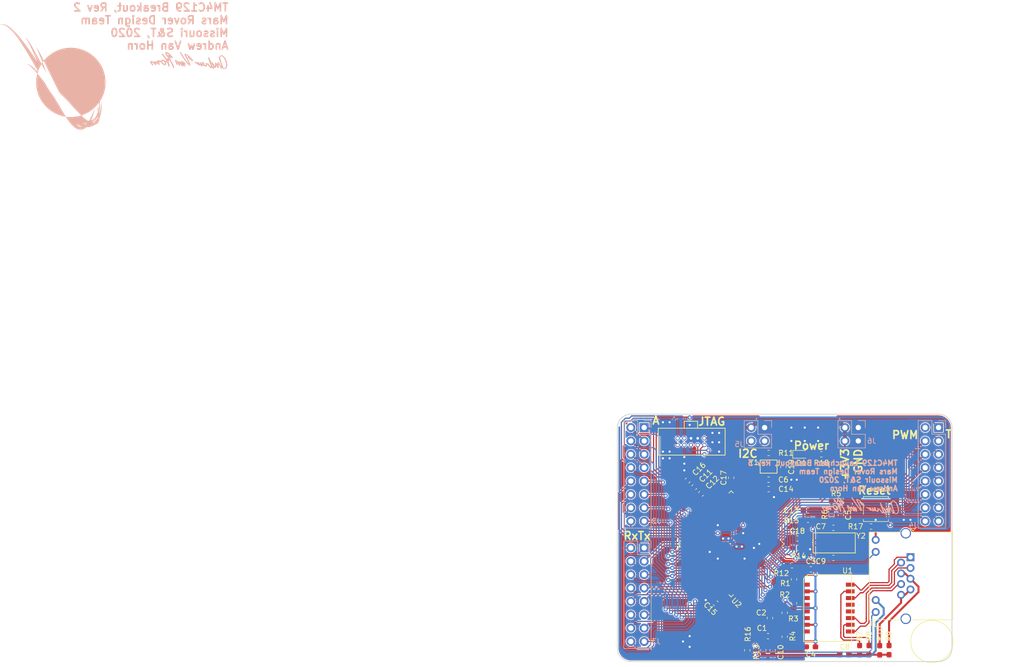
<source format=kicad_pcb>
(kicad_pcb (version 20171130) (host pcbnew "(5.0.2)-1")
  (layers (0 F.Cu signal) (31 B.Cu signal) (34 B.Paste user) (35 F.Paste user) (36 B.SilkS user) (37 F.SilkS user) (38 B.Mask user) (39 F.Mask user) (44 Edge.Cuts user))
  (net 0 "")
  (net 1 GND)
  (net 2 +3V3)
  (net 3 "Net-(C8-Pad2)")
  (net 4 "Net-(C10-Pad2)")
  (net 5 "Net-(C11-Pad1)")
  (net 6 TMS)
  (net 7 TCK)
  (net 8 TDO)
  (net 9 RX0)
  (net 10 TDI)
  (net 11 TX0)
  (net 12 "Net-(J1-Pad1)")
  (net 13 "Net-(J1-Pad3)")
  (net 14 "Net-(J1-Pad4)")
  (net 15 "Net-(J1-Pad7)")
  (net 16 "Net-(J1-Pad6)")
  (net 17 "Net-(J1-Pad9)")
  (net 18 Ethernet_Link)
  (net 19 "Net-(J1-Pad11)")
  (net 20 Ethernet_Activity)
  (net 21 A0)
  (net 22 A8)
  (net 23 A1)
  (net 24 A9)
  (net 25 A2)
  (net 26 A10)
  (net 27 A3)
  (net 28 A11)
  (net 29 A4)
  (net 30 A12)
  (net 31 A5)
  (net 32 A13)
  (net 33 A6)
  (net 34 A14)
  (net 35 A7)
  (net 36 A15)
  (net 37 RX7)
  (net 38 TX7)
  (net 39 RX6)
  (net 40 TX6)
  (net 41 RX5)
  (net 42 TX5)
  (net 43 RX4)
  (net 44 TX4)
  (net 45 RX3)
  (net 46 TX3)
  (net 47 RX2)
  (net 48 TX2)
  (net 49 RX1)
  (net 50 TX1)
  (net 51 T2_A)
  (net 52 PWM1)
  (net 53 T2_B)
  (net 54 PWM2)
  (net 55 T3_A)
  (net 56 PWM3)
  (net 57 T3_B)
  (net 58 PWM4)
  (net 59 T4_A)
  (net 60 PWM5)
  (net 61 T4_B)
  (net 62 PWM6)
  (net 63 T5_A)
  (net 64 PWM7)
  (net 65 T5_B)
  (net 66 SDA0)
  (net 67 SCL0)
  (net 68 EN0RXI_N)
  (net 69 EN0RXI_P)
  (net 70 EN0TXO_N)
  (net 71 EN0TXO_P)
  (net 72 ~RST)
  (net 73 "Net-(R7-Pad2)")
  (net 74 "Net-(R8-Pad2)")
  (net 75 "Net-(U2-Pad5)")
  (net 76 "Net-(U2-Pad6)")
  (net 77 "Net-(U2-Pad11)")
  (net 78 "Net-(U2-Pad20)")
  (net 79 "Net-(U2-Pad21)")
  (net 80 "Net-(U2-Pad27)")
  (net 81 "Net-(U2-Pad29)")
  (net 82 "Net-(U2-Pad30)")
  (net 83 "Net-(U2-Pad31)")
  (net 84 "Net-(U2-Pad32)")
  (net 85 "Net-(U2-Pad35)")
  (net 86 "Net-(U2-Pad36)")
  (net 87 "Net-(U2-Pad60)")
  (net 88 "Net-(U2-Pad61)")
  (net 89 "Net-(U2-Pad65)")
  (net 90 "Net-(U2-Pad81)")
  (net 91 "Net-(U2-Pad82)")
  (net 92 "Net-(U2-Pad83)")
  (net 93 "Net-(U2-Pad84)")
  (net 94 "Net-(U2-Pad85)")
  (net 95 "Net-(U2-Pad86)")
  (net 96 "Net-(U2-Pad93)")
  (net 97 "Net-(U2-Pad94)")
  (net 98 "Net-(U2-Pad102)")
  (net 99 "Net-(U2-Pad103)")
  (net 100 "Net-(U2-Pad104)")
  (net 101 "Net-(U2-Pad105)")
  (net 102 "Net-(U2-Pad106)")
  (net 103 "Net-(U2-Pad107)")
  (net 104 "Net-(U2-Pad108)")
  (net 105 "Net-(U2-Pad109)")
  (net 106 "Net-(U2-Pad110)")
  (net 107 "Net-(U2-Pad111)")
  (net 108 "Net-(U2-Pad112)")
  (net 109 "Net-(U2-Pad116)")
  (net 110 "Net-(U2-Pad117)")
  (net 111 "Net-(Y1-Pad2)")
  (net 112 "Net-(Y1-Pad4)")
  (net 113 /RST_In)
  (net 114 /OSC0)
  (net 115 /XOSC1)
  (net 116 /XOSC0)
  (net 117 /VBAT)
  (net 118 /OSC1)
  (net 119 /RBIAS)
  (net 120 /Wake)
  (net 121 "Net-(J4-Pad2)")
  (net 122 "Net-(C19-Pad2)")
  (net 123 "Net-(J1-Pad2)")
  (net 124 "Net-(D1-Pad2)")
  (module Resistor_SMD:R_0603_1608Metric_Pad1.05x0.95mm_HandSolder (layer F.Cu) (at 176.784 128.665 90)
    (fp_text reference R10 (at 3.189 0 90) (layer F.SilkS))
    (fp_text value 75)
    (pad 1 smd roundrect (at -0.875 0 90) (size 1.05 0.95) (layers F.Cu F.Paste F.Mask) (net 3 "Net-(C8-Pad2)"))
    (pad 2 smd roundrect (at 0.875 0 90) (size 1.05 0.95) (layers F.Cu F.Paste F.Mask) (net 15 "Net-(J1-Pad7)"))
  )
  (module Resistor_SMD:R_0603_1608Metric_Pad1.05x0.95mm_HandSolder (layer F.Cu) (at 178.562 128.637 90)
    (fp_text reference R9 (at 2.653 0 90) (layer F.SilkS))
    (fp_text value 75)
    (pad 2 smd roundrect (at 0.875 0 90) (size 1.05 0.95) (layers F.Cu F.Paste F.Mask) (net 14 "Net-(J1-Pad4)"))
    (pad 1 smd roundrect (at -0.875 0 90) (size 1.05 0.95) (layers F.Cu F.Paste F.Mask) (net 3 "Net-(C8-Pad2)"))
  )
  (module Resistor_SMD:R_0603_1608Metric_Pad1.05x0.95mm_HandSolder (layer F.Cu) (at 172.974 128.637 90)
    (fp_text reference R7 (at 2.653 0 90) (layer F.SilkS))
    (fp_text value 75)
    (pad 1 smd roundrect (at -0.875 0 90) (size 1.05 0.95) (layers F.Cu F.Paste F.Mask) (net 3 "Net-(C8-Pad2)"))
    (pad 2 smd roundrect (at 0.875 0 90) (size 1.05 0.95) (layers F.Cu F.Paste F.Mask) (net 73 "Net-(R7-Pad2)"))
  )
  (module Resistor_SMD:R_0603_1608Metric_Pad1.05x0.95mm_HandSolder (layer F.Cu) (at 174.752 128.637 90)
    (fp_text reference R8 (at 2.653 0 90) (layer F.SilkS))
    (fp_text value 75)
    (pad 2 smd roundrect (at 0.875 0 90) (size 1.05 0.95) (layers F.Cu F.Paste F.Mask) (net 74 "Net-(R8-Pad2)"))
    (pad 1 smd roundrect (at -0.875 0 90) (size 1.05 0.95) (layers F.Cu F.Paste F.Mask) (net 3 "Net-(C8-Pad2)"))
  )
  (module Resistor_SMD:R_0603_1608Metric_Pad1.05x0.95mm_HandSolder (layer F.Cu) (at 151.638 128.665 90)
    (fp_text reference R16 (at 3.062 0.127 90) (layer F.SilkS))
    (fp_text value 330)
    (pad 1 smd roundrect (at -0.875 0 90) (size 1.05 0.95) (layers F.Cu F.Paste F.Mask) (net 19 "Net-(J1-Pad11)"))
    (pad 2 smd roundrect (at 0.875 0 90) (size 1.05 0.95) (layers F.Cu F.Paste F.Mask) (net 1 GND))
  )
  (module MRDT_Devices:HX1198FNL (layer F.Cu) (at 171.45 127 90)
    (fp_text reference U1 (at 13.462 -0.762 180) (layer F.SilkS))
    (fp_text value HX1198FNL)
    (pad 1 smd rect (at 10.795 -8.763 90) (size 0.762 1.651) (layers F.Cu F.Paste F.Mask) (net 71 EN0TXO_P))
    (pad 2 smd rect (at 9.525 -8.763 90) (size 0.762 1.651) (layers F.Cu F.Paste F.Mask) (net 2 +3V3))
    (pad 3 smd rect (at 8.255 -8.763 90) (size 0.762 1.651) (layers F.Cu F.Paste F.Mask) (net 70 EN0TXO_N))
    (pad 4 smd rect (at 6.985 -8.763 90) (size 0.762 1.651) (layers F.Cu F.Paste F.Mask))
    (pad 5 smd rect (at 5.715 -8.763 90) (size 0.762 1.651) (layers F.Cu F.Paste F.Mask))
    (pad 6 smd rect (at 4.445 -8.763 90) (size 0.762 1.651) (layers F.Cu F.Paste F.Mask) (net 69 EN0RXI_P))
    (pad 7 smd rect (at 3.175 -8.763 90) (size 0.762 1.651) (layers F.Cu F.Paste F.Mask) (net 2 +3V3))
    (pad 8 smd rect (at 1.905 -8.763 90) (size 0.762 1.651) (layers F.Cu F.Paste F.Mask) (net 68 EN0RXI_N))
    (pad 9 smd rect (at 1.905 -0.254 90) (size 0.762 1.651) (layers F.Cu F.Paste F.Mask) (net 16 "Net-(J1-Pad6)"))
    (pad 10 smd rect (at 3.175 -0.254 90) (size 0.762 1.651) (layers F.Cu F.Paste F.Mask) (net 74 "Net-(R8-Pad2)"))
    (pad 11 smd rect (at 4.445 -0.254 90) (size 0.762 1.651) (layers F.Cu F.Paste F.Mask) (net 13 "Net-(J1-Pad3)"))
    (pad 12 smd rect (at 5.715 -0.254 90) (size 0.762 1.651) (layers F.Cu F.Paste F.Mask))
    (pad 13 smd rect (at 6.985 -0.254 90) (size 0.762 1.651) (layers F.Cu F.Paste F.Mask))
    (pad 14 smd rect (at 8.255 -0.254 90) (size 0.762 1.651) (layers F.Cu F.Paste F.Mask) (net 123 "Net-(J1-Pad2)"))
    (pad 15 smd rect (at 9.525 -0.254 90) (size 0.762 1.651) (layers F.Cu F.Paste F.Mask) (net 73 "Net-(R7-Pad2)"))
    (pad 16 smd rect (at 10.795 -0.254 90) (size 0.762 1.651) (layers F.Cu F.Paste F.Mask) (net 12 "Net-(J1-Pad1)"))
  )
  (module MRDT_Drill_Holes:4_40_Hole (layer F.Cu) (at 186.69 127)
    (fp_text reference REF** hide)
    (fp_text value 4_40_Hole hide)
    (pad "" np_thru_hole circle (at 0 0) (size 2.9464 2.9464) (drill 2.9464) (layers *.Cu *.Mask) (clearance 2.5))
  )
  (module Connector_PinHeader_2.54mm:PinHeader_2x08_P2.54mm_Vertical (layer B.Cu) (at 187.96 86.36 180)
    (fp_text reference J4 (at 4.826 -18.542 180) (layer B.SilkS) (effects (justify mirror)))
    (fp_text value Conn_02x08)
    (pad 1 thru_hole rect (at 0 0 180) (size 1.7 1.7) (drill 1) (layers *.Cu *.Mask) (net 51 T2_A))
    (pad 2 thru_hole oval (at 2.54 0 180) (size 1.7 1.7) (drill 1) (layers *.Cu *.Mask) (net 121 "Net-(J4-Pad2)"))
    (pad 3 thru_hole oval (at 0 -2.54 180) (size 1.7 1.7) (drill 1) (layers *.Cu *.Mask) (net 53 T2_B))
    (pad 4 thru_hole oval (at 2.54 -2.54 180) (size 1.7 1.7) (drill 1) (layers *.Cu *.Mask) (net 52 PWM1))
    (pad 5 thru_hole oval (at 0 -5.08 180) (size 1.7 1.7) (drill 1) (layers *.Cu *.Mask) (net 55 T3_A))
    (pad 6 thru_hole oval (at 2.54 -5.08 180) (size 1.7 1.7) (drill 1) (layers *.Cu *.Mask) (net 54 PWM2))
    (pad 7 thru_hole oval (at 0 -7.62 180) (size 1.7 1.7) (drill 1) (layers *.Cu *.Mask) (net 57 T3_B))
    (pad 8 thru_hole oval (at 2.54 -7.62 180) (size 1.7 1.7) (drill 1) (layers *.Cu *.Mask) (net 56 PWM3))
    (pad 9 thru_hole oval (at 0 -10.16 180) (size 1.7 1.7) (drill 1) (layers *.Cu *.Mask) (net 59 T4_A))
    (pad 10 thru_hole oval (at 2.54 -10.16 180) (size 1.7 1.7) (drill 1) (layers *.Cu *.Mask) (net 58 PWM4))
    (pad 11 thru_hole oval (at 0 -12.7 180) (size 1.7 1.7) (drill 1) (layers *.Cu *.Mask) (net 61 T4_B))
    (pad 12 thru_hole oval (at 2.54 -12.7 180) (size 1.7 1.7) (drill 1) (layers *.Cu *.Mask) (net 60 PWM5))
    (pad 13 thru_hole oval (at 0 -15.24 180) (size 1.7 1.7) (drill 1) (layers *.Cu *.Mask) (net 63 T5_A))
    (pad 14 thru_hole oval (at 2.54 -15.24 180) (size 1.7 1.7) (drill 1) (layers *.Cu *.Mask) (net 62 PWM6))
    (pad 15 thru_hole oval (at 0 -17.78 180) (size 1.7 1.7) (drill 1) (layers *.Cu *.Mask) (net 65 T5_B))
    (pad 16 thru_hole oval (at 2.54 -17.78 180) (size 1.7 1.7) (drill 1) (layers *.Cu *.Mask) (net 64 PWM7))
  )
  (module Resistor_SMD:R_0603_1608Metric_Pad1.05x0.95mm_HandSolder (layer F.Cu) (at 163.181 103.886 180)
    (fp_text reference R15 (at 3.161 -0.127 180) (layer F.SilkS))
    (fp_text value 51)
    (pad 1 smd roundrect (at -0.875 0 180) (size 1.05 0.95) (layers F.Cu F.Paste F.Mask) (net 2 +3V3))
    (pad 2 smd roundrect (at 0.875 0 180) (size 1.05 0.95) (layers F.Cu F.Paste F.Mask) (net 117 /VBAT))
  )
  (module Capacitor_SMD:C_0603_1608Metric_Pad1.05x0.95mm_HandSolder (layer F.Cu) (at 163.181 102.108 180)
    (fp_text reference C13 (at 3.161 0 180) (layer F.SilkS))
    (fp_text value .1u)
    (pad 1 smd roundrect (at -0.875 0 180) (size 1.05 0.95) (layers F.Cu F.Paste F.Mask) (net 1 GND))
    (pad 2 smd roundrect (at 0.875 0 180) (size 1.05 0.95) (layers F.Cu F.Paste F.Mask) (net 117 /VBAT))
  )
  (module MRDT_Devices:ABS25 (layer F.Cu) (at 168.148 108.204)
    (fp_text reference Y2 (at 5.08 -1.27 -180) (layer F.SilkS))
    (fp_text value "Crystal 32K SMD")
    (pad 2 smd rect (at -2.794 -1.524) (size 1.27 1.905) (layers F.Cu F.Paste F.Mask) (net 115 /XOSC1))
    (pad "" smd rect (at 2.794 -1.524) (size 1.27 1.905) (layers F.Cu F.Paste F.Mask))
    (pad 1 smd rect (at -2.794 1.651) (size 1.27 1.905) (layers F.Cu F.Paste F.Mask) (net 116 /XOSC0))
    (pad "" smd rect (at 2.794 1.651) (size 1.27 1.905) (layers F.Cu F.Paste F.Mask))
  )
  (module Resistor_SMD:R_0603_1608Metric_Pad1.05x0.95mm_HandSolder (layer F.Cu) (at 160.528 115.203 270)
    (fp_text reference R1 (at 0.748 1.651) (layer F.SilkS))
    (fp_text value 49.9)
    (pad 2 smd roundrect (at 0.875 0 270) (size 1.05 0.95) (layers F.Cu F.Paste F.Mask) (net 71 EN0TXO_P))
    (pad 1 smd roundrect (at -0.875 0 270) (size 1.05 0.95) (layers F.Cu F.Paste F.Mask) (net 2 +3V3))
  )
  (module Resistor_SMD:R_0603_1608Metric_Pad1.05x0.95mm_HandSolder (layer F.Cu) (at 160.528 119.747 90)
    (fp_text reference R2 (at 1.637 -1.778 180) (layer F.SilkS))
    (fp_text value 49.9)
    (pad 1 smd roundrect (at -0.875 0 90) (size 1.05 0.95) (layers F.Cu F.Paste F.Mask) (net 2 +3V3))
    (pad 2 smd roundrect (at 0.875 0 90) (size 1.05 0.95) (layers F.Cu F.Paste F.Mask) (net 70 EN0TXO_N))
  )
  (module Capacitor_SMD:C_0603_1608Metric_Pad1.05x0.95mm_HandSolder (layer F.Cu) (at 155.956 122.541 90)
    (fp_text reference C2 (at 1.002 -1.651 180) (layer F.SilkS))
    (fp_text value .1u)
    (pad 1 smd roundrect (at -0.875 0 90) (size 1.05 0.95) (layers F.Cu F.Paste F.Mask) (net 2 +3V3))
    (pad 2 smd roundrect (at 0.875 0 90) (size 1.05 0.95) (layers F.Cu F.Paste F.Mask) (net 1 GND))
  )
  (module Capacitor_SMD:C_0603_1608Metric_Pad1.05x0.95mm_HandSolder (layer F.Cu) (at 155.589 125.984 180)
    (fp_text reference C1 (at 1.157 1.524 180) (layer F.SilkS))
    (fp_text value .1u)
    (pad 2 smd roundrect (at 0.875 0 180) (size 1.05 0.95) (layers F.Cu F.Paste F.Mask) (net 1 GND))
    (pad 1 smd roundrect (at -0.875 0 180) (size 1.05 0.95) (layers F.Cu F.Paste F.Mask) (net 2 +3V3))
  )
  (module Connector_RJ:RJ45_Amphenol_RJHSE538X (layer F.Cu) (at 182.628 110.994 270)
    (fp_text reference J1 (at 12.704 7.114) (layer F.SilkS))
    (fp_text value RJ45)
    (pad 12 thru_hole circle (at 10.42 6.6 270) (size 1.5 1.5) (drill 0.89) (layers *.Cu *.Mask) (net 18 Ethernet_Link))
    (pad 11 thru_hole circle (at 8.13 6.6 270) (size 1.5 1.5) (drill 0.89) (layers *.Cu *.Mask) (net 19 "Net-(J1-Pad11)"))
    (pad 10 thru_hole circle (at -1.01 6.6 270) (size 1.5 1.5) (drill 0.89) (layers *.Cu *.Mask) (net 20 Ethernet_Activity))
    (pad 9 thru_hole circle (at -3.3 6.6 270) (size 1.5 1.5) (drill 0.89) (layers *.Cu *.Mask) (net 17 "Net-(J1-Pad9)"))
    (pad SH thru_hole circle (at -4.57 0.89 270) (size 2 2) (drill 1.57) (layers *.Cu *.Mask))
    (pad SH thru_hole circle (at 11.69 0.89 270) (size 2 2) (drill 1.57) (layers *.Cu *.Mask))
    (pad "" np_thru_hole circle (at 9.91 -2.54 270) (size 3.25 3.25) (drill 3.25) (layers *.Cu *.Mask))
    (pad "" np_thru_hole circle (at -2.79 -2.54 270) (size 3.25 3.25) (drill 3.25) (layers *.Cu *.Mask))
    (pad 8 thru_hole circle (at 7.14 1.78 270) (size 1.5 1.5) (drill 0.89) (layers *.Cu *.Mask) (net 15 "Net-(J1-Pad7)"))
    (pad 6 thru_hole circle (at 5.1 1.78 270) (size 1.5 1.5) (drill 0.89) (layers *.Cu *.Mask) (net 16 "Net-(J1-Pad6)"))
    (pad 4 thru_hole circle (at 3.06 1.78 270) (size 1.5 1.5) (drill 0.89) (layers *.Cu *.Mask) (net 14 "Net-(J1-Pad4)"))
    (pad 2 thru_hole circle (at 1.02 1.78 270) (size 1.5 1.5) (drill 0.89) (layers *.Cu *.Mask) (net 123 "Net-(J1-Pad2)"))
    (pad 7 thru_hole circle (at 6.12 0 270) (size 1.5 1.5) (drill 0.89) (layers *.Cu *.Mask) (net 15 "Net-(J1-Pad7)"))
    (pad 5 thru_hole circle (at 4.08 0 270) (size 1.5 1.5) (drill 0.89) (layers *.Cu *.Mask) (net 14 "Net-(J1-Pad4)"))
    (pad 3 thru_hole circle (at 2.04 0 270) (size 1.5 1.5) (drill 0.89) (layers *.Cu *.Mask) (net 13 "Net-(J1-Pad3)"))
    (pad 1 thru_hole rect (at 0 0 270) (size 1.5 1.5) (drill 0.89) (layers *.Cu *.Mask) (net 12 "Net-(J1-Pad1)"))
  )
  (module Resistor_SMD:R_0603_1608Metric_Pad1.05x0.95mm_HandSolder (layer F.Cu) (at 154.686 128.665 270)
    (fp_text reference R13 (at 0.367 1.27 270) (layer F.SilkS))
    (fp_text value 1M)
    (pad 1 smd roundrect (at -0.875 0 270) (size 1.05 0.95) (layers F.Cu F.Paste F.Mask) (net 1 GND))
    (pad 2 smd roundrect (at 0.875 0 270) (size 1.05 0.95) (layers F.Cu F.Paste F.Mask) (net 4 "Net-(C10-Pad2)"))
  )
  (module Resistor_SMD:R_0603_1608Metric_Pad1.05x0.95mm_HandSolder (layer F.Cu) (at 175.147 105.156 180)
    (fp_text reference R17 (at 2.935 0 180) (layer F.SilkS))
    (fp_text value 330)
    (pad 2 smd roundrect (at 0.875 0 180) (size 1.05 0.95) (layers F.Cu F.Paste F.Mask) (net 1 GND))
    (pad 1 smd roundrect (at -0.875 0 180) (size 1.05 0.95) (layers F.Cu F.Paste F.Mask) (net 17 "Net-(J1-Pad9)"))
  )
  (module Capacitor_SMD:C_0603_1608Metric_Pad1.05x0.95mm_HandSolder (layer F.Cu) (at 170.067 129.54)
    (fp_text reference C8 (at 0.113 -1.524) (layer F.SilkS))
    (fp_text value 1000p)
    (pad 1 smd roundrect (at -0.875 0) (size 1.05 0.95) (layers F.Cu F.Paste F.Mask) (net 4 "Net-(C10-Pad2)"))
    (pad 2 smd roundrect (at 0.875 0) (size 1.05 0.95) (layers F.Cu F.Paste F.Mask) (net 3 "Net-(C8-Pad2)"))
  )
  (module Capacitor_SMD:C_0603_1608Metric_Pad1.05x0.95mm_HandSolder (layer F.Cu) (at 156.464 128.665 270)
    (fp_text reference C10 (at 0.367 -1.524 270) (layer F.SilkS))
    (fp_text value 4700p)
    (pad 2 smd roundrect (at 0.875 0 270) (size 1.05 0.95) (layers F.Cu F.Paste F.Mask) (net 4 "Net-(C10-Pad2)"))
    (pad 1 smd roundrect (at -0.875 0 270) (size 1.05 0.95) (layers F.Cu F.Paste F.Mask) (net 1 GND))
  )
  (module Package_QFP:TQFP-128_14x14mm_P0.4mm (layer F.Cu) (at 148.59 108.458 45)
    (fp_text reference U2 (at -7.184205 8.621046 135) (layer F.SilkS))
    (fp_text value TM4C129ENCPDT)
    (pad 1 smd rect (at -7.7 -6.2 45) (size 1 0.23) (layers F.Cu F.Paste F.Mask) (net 36 A15))
    (pad 2 smd rect (at -7.7 -5.8 45) (size 1 0.23) (layers F.Cu F.Paste F.Mask) (net 34 A14))
    (pad 3 smd rect (at -7.7 -5.4 45) (size 1 0.23) (layers F.Cu F.Paste F.Mask) (net 32 A13))
    (pad 4 smd rect (at -7.7 -5 45) (size 1 0.23) (layers F.Cu F.Paste F.Mask) (net 30 A12))
    (pad 5 smd rect (at -7.7 -4.6 45) (size 1 0.23) (layers F.Cu F.Paste F.Mask) (net 75 "Net-(U2-Pad5)"))
    (pad 6 smd rect (at -7.7 -4.2 45) (size 1 0.23) (layers F.Cu F.Paste F.Mask) (net 76 "Net-(U2-Pad6)"))
    (pad 7 smd rect (at -7.7 -3.8 45) (size 1 0.23) (layers F.Cu F.Paste F.Mask) (net 2 +3V3))
    (pad 8 smd rect (at -7.7 -3.4 45) (size 1 0.23) (layers F.Cu F.Paste F.Mask) (net 2 +3V3))
    (pad 9 smd rect (at -7.7 -3 45) (size 1 0.23) (layers F.Cu F.Paste F.Mask) (net 2 +3V3))
    (pad 10 smd rect (at -7.7 -2.6 45) (size 1 0.23) (layers F.Cu F.Paste F.Mask) (net 1 GND))
    (pad 11 smd rect (at -7.7 -2.2 45) (size 1 0.23) (layers F.Cu F.Paste F.Mask) (net 77 "Net-(U2-Pad11)"))
    (pad 12 smd rect (at -7.7 -1.8 45) (size 1 0.23) (layers F.Cu F.Paste F.Mask) (net 21 A0))
    (pad 13 smd rect (at -7.7 -1.4 45) (size 1 0.23) (layers F.Cu F.Paste F.Mask) (net 23 A1))
    (pad 14 smd rect (at -7.7 -1 45) (size 1 0.23) (layers F.Cu F.Paste F.Mask) (net 25 A2))
    (pad 15 smd rect (at -7.7 -0.6 45) (size 1 0.23) (layers F.Cu F.Paste F.Mask) (net 27 A3))
    (pad 16 smd rect (at -7.7 -0.2 45) (size 1 0.23) (layers F.Cu F.Paste F.Mask) (net 2 +3V3))
    (pad 17 smd rect (at -7.7 0.2 45) (size 1 0.23) (layers F.Cu F.Paste F.Mask) (net 1 GND))
    (pad 18 smd rect (at -7.7 0.6 45) (size 1 0.23) (layers F.Cu F.Paste F.Mask) (net 43 RX4))
    (pad 19 smd rect (at -7.7 1 45) (size 1 0.23) (layers F.Cu F.Paste F.Mask) (net 44 TX4))
    (pad 20 smd rect (at -7.7 1.4 45) (size 1 0.23) (layers F.Cu F.Paste F.Mask) (net 78 "Net-(U2-Pad20)"))
    (pad 21 smd rect (at -7.7 1.8 45) (size 1 0.23) (layers F.Cu F.Paste F.Mask) (net 79 "Net-(U2-Pad21)"))
    (pad 22 smd rect (at -7.7 2.2 45) (size 1 0.23) (layers F.Cu F.Paste F.Mask) (net 42 TX5))
    (pad 23 smd rect (at -7.7 2.6 45) (size 1 0.23) (layers F.Cu F.Paste F.Mask) (net 41 RX5))
    (pad 24 smd rect (at -7.7 3 45) (size 1 0.23) (layers F.Cu F.Paste F.Mask) (net 38 TX7))
    (pad 25 smd rect (at -7.7 3.4 45) (size 1 0.23) (layers F.Cu F.Paste F.Mask) (net 37 RX7))
    (pad 26 smd rect (at -7.7 3.8 45) (size 1 0.23) (layers F.Cu F.Paste F.Mask) (net 2 +3V3))
    (pad 27 smd rect (at -7.7 4.2 45) (size 1 0.23) (layers F.Cu F.Paste F.Mask) (net 80 "Net-(U2-Pad27)"))
    (pad 28 smd rect (at -7.7 4.6 45) (size 1 0.23) (layers F.Cu F.Paste F.Mask) (net 2 +3V3))
    (pad 29 smd rect (at -7.7 5 45) (size 1 0.23) (layers F.Cu F.Paste F.Mask) (net 81 "Net-(U2-Pad29)"))
    (pad 30 smd rect (at -7.7 5.4 45) (size 1 0.23) (layers F.Cu F.Paste F.Mask) (net 82 "Net-(U2-Pad30)"))
    (pad 31 smd rect (at -7.7 5.8 45) (size 1 0.23) (layers F.Cu F.Paste F.Mask) (net 83 "Net-(U2-Pad31)"))
    (pad 32 smd rect (at -7.7 6.2 45) (size 1 0.23) (layers F.Cu F.Paste F.Mask) (net 84 "Net-(U2-Pad32)"))
    (pad 33 smd rect (at -6.2 7.7 135) (size 1 0.23) (layers F.Cu F.Paste F.Mask) (net 9 RX0))
    (pad 34 smd rect (at -5.8 7.7 135) (size 1 0.23) (layers F.Cu F.Paste F.Mask) (net 11 TX0))
    (pad 35 smd rect (at -5.4 7.7 135) (size 1 0.23) (layers F.Cu F.Paste F.Mask) (net 85 "Net-(U2-Pad35)"))
    (pad 36 smd rect (at -5 7.7 135) (size 1 0.23) (layers F.Cu F.Paste F.Mask) (net 86 "Net-(U2-Pad36)"))
    (pad 37 smd rect (at -4.6 7.7 135) (size 1 0.23) (layers F.Cu F.Paste F.Mask) (net 45 RX3))
    (pad 38 smd rect (at -4.2 7.7 135) (size 1 0.23) (layers F.Cu F.Paste F.Mask) (net 46 TX3))
    (pad 39 smd rect (at -3.8 7.7 135) (size 1 0.23) (layers F.Cu F.Paste F.Mask) (net 2 +3V3))
    (pad 40 smd rect (at -3.4 7.7 135) (size 1 0.23) (layers F.Cu F.Paste F.Mask) (net 47 RX2))
    (pad 41 smd rect (at -3 7.7 135) (size 1 0.23) (layers F.Cu F.Paste F.Mask) (net 48 TX2))
    (pad 42 smd rect (at -2.6 7.7 135) (size 1 0.23) (layers F.Cu F.Paste F.Mask) (net 18 Ethernet_Link))
    (pad 43 smd rect (at -2.2 7.7 135) (size 1 0.23) (layers F.Cu F.Paste F.Mask) (net 52 PWM1))
    (pad 44 smd rect (at -1.8 7.7 135) (size 1 0.23) (layers F.Cu F.Paste F.Mask) (net 54 PWM2))
    (pad 45 smd rect (at -1.4 7.7 135) (size 1 0.23) (layers F.Cu F.Paste F.Mask) (net 56 PWM3))
    (pad 46 smd rect (at -1 7.7 135) (size 1 0.23) (layers F.Cu F.Paste F.Mask) (net 20 Ethernet_Activity))
    (pad 47 smd rect (at -0.6 7.7 135) (size 1 0.23) (layers F.Cu F.Paste F.Mask) (net 2 +3V3))
    (pad 48 smd rect (at -0.2 7.7 135) (size 1 0.23) (layers F.Cu F.Paste F.Mask) (net 1 GND))
    (pad 49 smd rect (at 0.2 7.7 135) (size 1 0.23) (layers F.Cu F.Paste F.Mask) (net 58 PWM4))
    (pad 50 smd rect (at 0.6 7.7 135) (size 1 0.23) (layers F.Cu F.Paste F.Mask) (net 60 PWM5))
    (pad 51 smd rect (at 1 7.7 135) (size 1 0.23) (layers F.Cu F.Paste F.Mask) (net 2 +3V3))
    (pad 52 smd rect (at 1.4 7.7 135) (size 1 0.23) (layers F.Cu F.Paste F.Mask) (net 2 +3V3))
    (pad 53 smd rect (at 1.8 7.7 135) (size 1 0.23) (layers F.Cu F.Paste F.Mask) (net 68 EN0RXI_N))
    (pad 54 smd rect (at 2.2 7.7 135) (size 1 0.23) (layers F.Cu F.Paste F.Mask) (net 69 EN0RXI_P))
    (pad 55 smd rect (at 2.6 7.7 135) (size 1 0.23) (layers F.Cu F.Paste F.Mask) (net 1 GND))
    (pad 56 smd rect (at 3 7.7 135) (size 1 0.23) (layers F.Cu F.Paste F.Mask) (net 70 EN0TXO_N))
    (pad 57 smd rect (at 3.4 7.7 135) (size 1 0.23) (layers F.Cu F.Paste F.Mask) (net 71 EN0TXO_P))
    (pad 58 smd rect (at 3.8 7.7 135) (size 1 0.23) (layers F.Cu F.Paste F.Mask) (net 1 GND))
    (pad 59 smd rect (at 4.2 7.7 135) (size 1 0.23) (layers F.Cu F.Paste F.Mask) (net 119 /RBIAS))
    (pad 60 smd rect (at 4.6 7.7 135) (size 1 0.23) (layers F.Cu F.Paste F.Mask) (net 87 "Net-(U2-Pad60)"))
    (pad 61 smd rect (at 5 7.7 135) (size 1 0.23) (layers F.Cu F.Paste F.Mask) (net 88 "Net-(U2-Pad61)"))
    (pad 62 smd rect (at 5.4 7.7 135) (size 1 0.23) (layers F.Cu F.Paste F.Mask) (net 64 PWM7))
    (pad 63 smd rect (at 5.8 7.7 135) (size 1 0.23) (layers F.Cu F.Paste F.Mask) (net 62 PWM6))
    (pad 64 smd rect (at 6.2 7.7 135) (size 1 0.23) (layers F.Cu F.Paste F.Mask) (net 120 /Wake))
    (pad 65 smd rect (at 7.7 6.2 45) (size 1 0.23) (layers F.Cu F.Paste F.Mask) (net 89 "Net-(U2-Pad65)"))
    (pad 66 smd rect (at 7.7 5.8 45) (size 1 0.23) (layers F.Cu F.Paste F.Mask) (net 116 /XOSC0))
    (pad 67 smd rect (at 7.7 5.4 45) (size 1 0.23) (layers F.Cu F.Paste F.Mask) (net 115 /XOSC1))
    (pad 68 smd rect (at 7.7 5 45) (size 1 0.23) (layers F.Cu F.Paste F.Mask) (net 117 /VBAT))
    (pad 69 smd rect (at 7.7 4.6 45) (size 1 0.23) (layers F.Cu F.Paste F.Mask) (net 2 +3V3))
    (pad 70 smd rect (at 7.7 4.2 45) (size 1 0.23) (layers F.Cu F.Paste F.Mask) (net 113 /RST_In))
    (pad 71 smd rect (at 7.7 3.8 45) (size 1 0.23) (layers F.Cu F.Paste F.Mask) (net 65 T5_B))
    (pad 72 smd rect (at 7.7 3.4 45) (size 1 0.23) (layers F.Cu F.Paste F.Mask) (net 63 T5_A))
    (pad 73 smd rect (at 7.7 3 45) (size 1 0.23) (layers F.Cu F.Paste F.Mask) (net 61 T4_B))
    (pad 74 smd rect (at 7.7 2.6 45) (size 1 0.23) (layers F.Cu F.Paste F.Mask) (net 59 T4_A))
    (pad 75 smd rect (at 7.7 2.2 45) (size 1 0.23) (layers F.Cu F.Paste F.Mask) (net 57 T3_B))
    (pad 76 smd rect (at 7.7 1.8 45) (size 1 0.23) (layers F.Cu F.Paste F.Mask) (net 55 T3_A))
    (pad 77 smd rect (at 7.7 1.4 45) (size 1 0.23) (layers F.Cu F.Paste F.Mask) (net 53 T2_B))
    (pad 78 smd rect (at 7.7 1 45) (size 1 0.23) (layers F.Cu F.Paste F.Mask) (net 51 T2_A))
    (pad 79 smd rect (at 7.7 0.6 45) (size 1 0.23) (layers F.Cu F.Paste F.Mask) (net 2 +3V3))
    (pad 80 smd rect (at 7.7 0.2 45) (size 1 0.23) (layers F.Cu F.Paste F.Mask) (net 1 GND))
    (pad 81 smd rect (at 7.7 -0.2 45) (size 1 0.23) (layers F.Cu F.Paste F.Mask) (net 90 "Net-(U2-Pad81)"))
    (pad 82 smd rect (at 7.7 -0.6 45) (size 1 0.23) (layers F.Cu F.Paste F.Mask) (net 91 "Net-(U2-Pad82)"))
    (pad 83 smd rect (at 7.7 -1 45) (size 1 0.23) (layers F.Cu F.Paste F.Mask) (net 92 "Net-(U2-Pad83)"))
    (pad 84 smd rect (at 7.7 -1.4 45) (size 1 0.23) (layers F.Cu F.Paste F.Mask) (net 93 "Net-(U2-Pad84)"))
    (pad 85 smd rect (at 7.7 -1.8 45) (size 1 0.23) (layers F.Cu F.Paste F.Mask) (net 94 "Net-(U2-Pad85)"))
    (pad 86 smd rect (at 7.7 -2.2 45) (size 1 0.23) (layers F.Cu F.Paste F.Mask) (net 95 "Net-(U2-Pad86)"))
    (pad 87 smd rect (at 7.7 -2.6 45) (size 1 0.23) (layers F.Cu F.Paste F.Mask) (net 5 "Net-(C11-Pad1)"))
    (pad 88 smd rect (at 7.7 -3 45) (size 1 0.23) (layers F.Cu F.Paste F.Mask) (net 114 /OSC0))
    (pad 89 smd rect (at 7.7 -3.4 45) (size 1 0.23) (layers F.Cu F.Paste F.Mask) (net 118 /OSC1))
    (pad 90 smd rect (at 7.7 -3.8 45) (size 1 0.23) (layers F.Cu F.Paste F.Mask) (net 2 +3V3))
    (pad 91 smd rect (at 7.7 -4.2 45) (size 1 0.23) (layers F.Cu F.Paste F.Mask) (net 67 SCL0))
    (pad 92 smd rect (at 7.7 -4.6 45) (size 1 0.23) (layers F.Cu F.Paste F.Mask) (net 66 SDA0))
    (pad 93 smd rect (at 7.7 -5 45) (size 1 0.23) (layers F.Cu F.Paste F.Mask) (net 96 "Net-(U2-Pad93)"))
    (pad 94 smd rect (at 7.7 -5.4 45) (size 1 0.23) (layers F.Cu F.Paste F.Mask) (net 97 "Net-(U2-Pad94)"))
    (pad 95 smd rect (at 7.7 -5.8 45) (size 1 0.23) (layers F.Cu F.Paste F.Mask) (net 49 RX1))
    (pad 96 smd rect (at 7.7 -6.2 45) (size 1 0.23) (layers F.Cu F.Paste F.Mask) (net 50 TX1))
    (pad 97 smd rect (at 6.2 -7.7 135) (size 1 0.23) (layers F.Cu F.Paste F.Mask) (net 8 TDO))
    (pad 98 smd rect (at 5.8 -7.7 135) (size 1 0.23) (layers F.Cu F.Paste F.Mask) (net 10 TDI))
    (pad 99 smd rect (at 5.4 -7.7 135) (size 1 0.23) (layers F.Cu F.Paste F.Mask) (net 6 TMS))
    (pad 100 smd rect (at 5 -7.7 135) (size 1 0.23) (layers F.Cu F.Paste F.Mask) (net 7 TCK))
    (pad 101 smd rect (at 4.6 -7.7 135) (size 1 0.23) (layers F.Cu F.Paste F.Mask) (net 2 +3V3))
    (pad 102 smd rect (at 4.2 -7.7 135) (size 1 0.23) (layers F.Cu F.Paste F.Mask) (net 98 "Net-(U2-Pad102)"))
    (pad 103 smd rect (at 3.8 -7.7 135) (size 1 0.23) (layers F.Cu F.Paste F.Mask) (net 99 "Net-(U2-Pad103)"))
    (pad 104 smd rect (at 3.4 -7.7 135) (size 1 0.23) (layers F.Cu F.Paste F.Mask) (net 100 "Net-(U2-Pad104)"))
    (pad 105 smd rect (at 3 -7.7 135) (size 1 0.23) (layers F.Cu F.Paste F.Mask) (net 101 "Net-(U2-Pad105)"))
    (pad 106 smd rect (at 2.6 -7.7 135) (size 1 0.23) (layers F.Cu F.Paste F.Mask) (net 102 "Net-(U2-Pad106)"))
    (pad 107 smd rect (at 2.2 -7.7 135) (size 1 0.23) (layers F.Cu F.Paste F.Mask) (net 103 "Net-(U2-Pad107)"))
    (pad 108 smd rect (at 1.8 -7.7 135) (size 1 0.23) (layers F.Cu F.Paste F.Mask) (net 104 "Net-(U2-Pad108)"))
    (pad 109 smd rect (at 1.4 -7.7 135) (size 1 0.23) (layers F.Cu F.Paste F.Mask) (net 105 "Net-(U2-Pad109)"))
    (pad 110 smd rect (at 1 -7.7 135) (size 1 0.23) (layers F.Cu F.Paste F.Mask) (net 106 "Net-(U2-Pad110)"))
    (pad 111 smd rect (at 0.6 -7.7 135) (size 1 0.23) (layers F.Cu F.Paste F.Mask) (net 107 "Net-(U2-Pad111)"))
    (pad 112 smd rect (at 0.2 -7.7 135) (size 1 0.23) (layers F.Cu F.Paste F.Mask) (net 108 "Net-(U2-Pad112)"))
    (pad 113 smd rect (at -0.2 -7.7 135) (size 1 0.23) (layers F.Cu F.Paste F.Mask) (net 2 +3V3))
    (pad 114 smd rect (at -0.6 -7.7 135) (size 1 0.23) (layers F.Cu F.Paste F.Mask) (net 1 GND))
    (pad 115 smd rect (at -1 -7.7 135) (size 1 0.23) (layers F.Cu F.Paste F.Mask) (net 5 "Net-(C11-Pad1)"))
    (pad 116 smd rect (at -1.4 -7.7 135) (size 1 0.23) (layers F.Cu F.Paste F.Mask) (net 109 "Net-(U2-Pad116)"))
    (pad 117 smd rect (at -1.8 -7.7 135) (size 1 0.23) (layers F.Cu F.Paste F.Mask) (net 110 "Net-(U2-Pad117)"))
    (pad 118 smd rect (at -2.2 -7.7 135) (size 1 0.23) (layers F.Cu F.Paste F.Mask) (net 39 RX6))
    (pad 119 smd rect (at -2.6 -7.7 135) (size 1 0.23) (layers F.Cu F.Paste F.Mask) (net 40 TX6))
    (pad 120 smd rect (at -3 -7.7 135) (size 1 0.23) (layers F.Cu F.Paste F.Mask) (net 28 A11))
    (pad 121 smd rect (at -3.4 -7.7 135) (size 1 0.23) (layers F.Cu F.Paste F.Mask) (net 26 A10))
    (pad 122 smd rect (at -3.8 -7.7 135) (size 1 0.23) (layers F.Cu F.Paste F.Mask) (net 2 +3V3))
    (pad 123 smd rect (at -4.2 -7.7 135) (size 1 0.23) (layers F.Cu F.Paste F.Mask) (net 24 A9))
    (pad 124 smd rect (at -4.6 -7.7 135) (size 1 0.23) (layers F.Cu F.Paste F.Mask) (net 22 A8))
    (pad 125 smd rect (at -5 -7.7 135) (size 1 0.23) (layers F.Cu F.Paste F.Mask) (net 35 A7))
    (pad 126 smd rect (at -5.4 -7.7 135) (size 1 0.23) (layers F.Cu F.Paste F.Mask) (net 33 A6))
    (pad 127 smd rect (at -5.8 -7.7 135) (size 1 0.23) (layers F.Cu F.Paste F.Mask) (net 31 A5))
    (pad 128 smd rect (at -6.2 -7.7 135) (size 1 0.23) (layers F.Cu F.Paste F.Mask) (net 29 A4))
  )
  (module Connector_PinHeader_2.54mm:PinHeader_2x08_P2.54mm_Vertical (layer B.Cu) (at 132.08 86.36 180)
    (fp_text reference J2 (at -2.286 -17.78 180) (layer B.SilkS) (effects (justify mirror)))
    (fp_text value Conn_02x08)
    (pad 1 thru_hole rect (at 0 0 180) (size 1.7 1.7) (drill 1) (layers *.Cu *.Mask) (net 22 A8))
    (pad 2 thru_hole oval (at 2.54 0 180) (size 1.7 1.7) (drill 1) (layers *.Cu *.Mask) (net 21 A0))
    (pad 3 thru_hole oval (at 0 -2.54 180) (size 1.7 1.7) (drill 1) (layers *.Cu *.Mask) (net 24 A9))
    (pad 4 thru_hole oval (at 2.54 -2.54 180) (size 1.7 1.7) (drill 1) (layers *.Cu *.Mask) (net 23 A1))
    (pad 5 thru_hole oval (at 0 -5.08 180) (size 1.7 1.7) (drill 1) (layers *.Cu *.Mask) (net 26 A10))
    (pad 6 thru_hole oval (at 2.54 -5.08 180) (size 1.7 1.7) (drill 1) (layers *.Cu *.Mask) (net 25 A2))
    (pad 7 thru_hole oval (at 0 -7.62 180) (size 1.7 1.7) (drill 1) (layers *.Cu *.Mask) (net 28 A11))
    (pad 8 thru_hole oval (at 2.54 -7.62 180) (size 1.7 1.7) (drill 1) (layers *.Cu *.Mask) (net 27 A3))
    (pad 9 thru_hole oval (at 0 -10.16 180) (size 1.7 1.7) (drill 1) (layers *.Cu *.Mask) (net 30 A12))
    (pad 10 thru_hole oval (at 2.54 -10.16 180) (size 1.7 1.7) (drill 1) (layers *.Cu *.Mask) (net 29 A4))
    (pad 11 thru_hole oval (at 0 -12.7 180) (size 1.7 1.7) (drill 1) (layers *.Cu *.Mask) (net 32 A13))
    (pad 12 thru_hole oval (at 2.54 -12.7 180) (size 1.7 1.7) (drill 1) (layers *.Cu *.Mask) (net 31 A5))
    (pad 13 thru_hole oval (at 0 -15.24 180) (size 1.7 1.7) (drill 1) (layers *.Cu *.Mask) (net 34 A14))
    (pad 14 thru_hole oval (at 2.54 -15.24 180) (size 1.7 1.7) (drill 1) (layers *.Cu *.Mask) (net 33 A6))
    (pad 15 thru_hole oval (at 0 -17.78 180) (size 1.7 1.7) (drill 1) (layers *.Cu *.Mask) (net 36 A15))
    (pad 16 thru_hole oval (at 2.54 -17.78 180) (size 1.7 1.7) (drill 1) (layers *.Cu *.Mask) (net 35 A7))
  )
  (module MRDT_Connectors:JTAG_ARM_Connector_10_Pin (layer F.Cu) (at 143.51 88.392 270)
    (fp_text reference Conn1 hide)
    (fp_text value JTAG_ARM_Connector_10pin)
    (pad 10 thru_hole circle (at 1.28 5.08 270) (size 0.8 0.8) (drill 0.5) (layers *.Cu *.Mask) (net 72 ~RST))
    (pad 9 thru_hole circle (at 0.01 5.08 270) (size 0.8 0.8) (drill 0.5) (layers *.Cu *.Mask) (net 11 TX0))
    (pad 8 thru_hole circle (at 1.28 3.81 270) (size 0.8 0.8) (drill 0.5) (layers *.Cu *.Mask) (net 10 TDI))
    (pad 7 thru_hole circle (at 0.01 3.81 270) (size 0.8 0.8) (drill 0.5) (layers *.Cu *.Mask) (net 9 RX0))
    (pad 6 thru_hole circle (at 1.28 2.54 270) (size 0.8 0.8) (drill 0.5) (layers *.Cu *.Mask) (net 8 TDO))
    (pad 5 thru_hole circle (at 0.01 2.54 270) (size 0.8 0.8) (drill 0.5) (layers *.Cu *.Mask) (net 1 GND))
    (pad 4 thru_hole circle (at 1.28 1.27 270) (size 0.8 0.8) (drill 0.5) (layers *.Cu *.Mask) (net 7 TCK))
    (pad 3 thru_hole circle (at 0.01 1.27 270) (size 0.8 0.8) (drill 0.5) (layers *.Cu *.Mask) (net 1 GND))
    (pad 2 thru_hole circle (at 1.28 0 270) (size 0.8 0.8) (drill 0.5) (layers *.Cu *.Mask) (net 6 TMS))
    (pad 1 thru_hole circle (at 0.01 0 270) (size 0.8 0.8) (drill 0.5) (layers *.Cu *.Mask) (net 2 +3V3))
  )
  (module MRDT_Devices:NX3225GA (layer F.Cu) (at 155.702 93.726 180)
    (fp_text reference Y1 (at 2.794 0.762 180) (layer F.SilkS))
    (fp_text value NX3225GA)
    (pad 4 smd rect (at -1.0922 -0.838 180) (size 1.4 1.2) (layers F.Cu F.Paste F.Mask) (net 112 "Net-(Y1-Pad4)"))
    (pad 3 smd rect (at 1.1078 -0.838 180) (size 1.4 1.2) (layers F.Cu F.Paste F.Mask) (net 114 /OSC0))
    (pad 2 smd rect (at 1.1078 0.762 180) (size 1.4 1.2) (layers F.Cu F.Paste F.Mask) (net 111 "Net-(Y1-Pad2)"))
    (pad 1 smd rect (at -1.0922 0.762 180) (size 1.4 1.2) (layers F.Cu F.Paste F.Mask) (net 122 "Net-(C19-Pad2)"))
  )
  (module Capacitor_SMD:C_0603_1608Metric_Pad1.05x0.95mm_HandSolder (layer F.Cu) (at 163.717 113.284 180)
    (fp_text reference C3 (at 0 1.524 180) (layer F.SilkS))
    (fp_text value .1u)
    (pad 2 smd roundrect (at 0.875 0 180) (size 1.05 0.95) (layers F.Cu F.Paste F.Mask) (net 1 GND))
    (pad 1 smd roundrect (at -0.875 0 180) (size 1.05 0.95) (layers F.Cu F.Paste F.Mask) (net 2 +3V3))
  )
  (module Capacitor_SMD:C_0603_1608Metric_Pad1.05x0.95mm_HandSolder (layer F.Cu) (at 163.717 128.016 180)
    (fp_text reference C4 (at 0 -1.43 180) (layer F.SilkS))
    (fp_text value .1u)
    (pad 1 smd roundrect (at -0.875 0 180) (size 1.05 0.95) (layers F.Cu F.Paste F.Mask) (net 2 +3V3))
    (pad 2 smd roundrect (at 0.875 0 180) (size 1.05 0.95) (layers F.Cu F.Paste F.Mask) (net 1 GND))
  )
  (module Capacitor_SMD:C_0603_1608Metric_Pad1.05x0.95mm_HandSolder (layer F.Cu) (at 169.418 102.983 90)
    (fp_text reference C5 (at 0 1.397 90) (layer F.SilkS))
    (fp_text value .1u)
    (pad 1 smd roundrect (at -0.875 0 90) (size 1.05 0.95) (layers F.Cu F.Paste F.Mask) (net 1 GND))
    (pad 2 smd roundrect (at 0.875 0 90) (size 1.05 0.95) (layers F.Cu F.Paste F.Mask) (net 113 /RST_In))
  )
  (module Capacitor_SMD:C_0603_1608Metric_Pad1.05x0.95mm_HandSolder (layer F.Cu) (at 155.702 96.266 180)
    (fp_text reference C6 (at -2.794 0 180) (layer F.SilkS))
    (fp_text value 12p)
    (pad 2 smd roundrect (at 0.875 0 180) (size 1.05 0.95) (layers F.Cu F.Paste F.Mask) (net 114 /OSC0))
    (pad 1 smd roundrect (at -0.875 0 180) (size 1.05 0.95) (layers F.Cu F.Paste F.Mask) (net 1 GND))
  )
  (module Capacitor_SMD:C_0603_1608Metric_Pad1.05x0.95mm_HandSolder (layer F.Cu) (at 168.007 105.41 180)
    (fp_text reference C7 (at 2.399 0.254 180) (layer F.SilkS))
    (fp_text value 12p)
    (pad 1 smd roundrect (at -0.875 0 180) (size 1.05 0.95) (layers F.Cu F.Paste F.Mask) (net 1 GND))
    (pad 2 smd roundrect (at 0.875 0 180) (size 1.05 0.95) (layers F.Cu F.Paste F.Mask) (net 115 /XOSC1))
  )
  (module Capacitor_SMD:C_0603_1608Metric_Pad1.05x0.95mm_HandSolder (layer F.Cu) (at 168.007 111.125 180)
    (fp_text reference C9 (at 2.399 -0.635 180) (layer F.SilkS))
    (fp_text value 12p)
    (pad 2 smd roundrect (at 0.875 0 180) (size 1.05 0.95) (layers F.Cu F.Paste F.Mask) (net 116 /XOSC0))
    (pad 1 smd roundrect (at -0.875 0 180) (size 1.05 0.95) (layers F.Cu F.Paste F.Mask) (net 1 GND))
  )
  (module Capacitor_SMD:C_0603_1608Metric_Pad1.05x0.95mm_HandSolder (layer F.Cu) (at 141.588718 97.679282 45)
    (fp_text reference C11 (at 3.076313 0 45) (layer F.SilkS))
    (fp_text value .1uF)
    (pad 2 smd roundrect (at 0.874999 0 45) (size 1.05 0.95) (layers F.Cu F.Paste F.Mask) (net 1 GND))
    (pad 1 smd roundrect (at -0.874999 0 45) (size 1.05 0.95) (layers F.Cu F.Paste F.Mask) (net 5 "Net-(C11-Pad1)"))
  )
  (module Capacitor_SMD:C_0603_1608Metric_Pad1.05x0.95mm_HandSolder (layer F.Cu) (at 142.858718 98.949282 45)
    (fp_text reference C12 (at 3.076313 0 45) (layer F.SilkS))
    (fp_text value .1uF)
    (pad 1 smd roundrect (at -0.874999 0 45) (size 1.05 0.95) (layers F.Cu F.Paste F.Mask) (net 2 +3V3))
    (pad 2 smd roundrect (at 0.874999 0 45) (size 1.05 0.95) (layers F.Cu F.Paste F.Mask) (net 1 GND))
  )
  (module Capacitor_SMD:C_0603_1608Metric_Pad1.05x0.95mm_HandSolder (layer F.Cu) (at 155.702 98.044)
    (fp_text reference C14 (at 3.302 0) (layer F.SilkS))
    (fp_text value 1uF)
    (pad 1 smd roundrect (at -0.874999 0) (size 1.05 0.95) (layers F.Cu F.Paste F.Mask) (net 5 "Net-(C11-Pad1)"))
    (pad 2 smd roundrect (at 0.874999 0) (size 1.05 0.95) (layers F.Cu F.Paste F.Mask) (net 1 GND))
  )
  (module Capacitor_SMD:C_0603_1608Metric_Pad1.05x0.95mm_HandSolder (layer F.Cu) (at 145.652718 119.744718 135)
    (fp_text reference C15 (at 0 -1.43 135) (layer F.SilkS))
    (fp_text value .1uF)
    (pad 2 smd roundrect (at 0.874999 0 135) (size 1.05 0.95) (layers F.Cu F.Paste F.Mask) (net 1 GND))
    (pad 1 smd roundrect (at -0.874999 0 135) (size 1.05 0.95) (layers F.Cu F.Paste F.Mask) (net 2 +3V3))
  )
  (module Capacitor_SMD:C_0603_1608Metric_Pad1.05x0.95mm_HandSolder (layer F.Cu) (at 140.318718 96.409282 45)
    (fp_text reference C16 (at 3.076313 0 45) (layer F.SilkS))
    (fp_text value 2.2u)
    (pad 2 smd roundrect (at 0.874999 0 45) (size 1.05 0.95) (layers F.Cu F.Paste F.Mask) (net 1 GND))
    (pad 1 smd roundrect (at -0.874999 0 45) (size 1.05 0.95) (layers F.Cu F.Paste F.Mask) (net 5 "Net-(C11-Pad1)"))
  )
  (module Capacitor_SMD:C_0603_1608Metric_Pad1.05x0.95mm_HandSolder (layer F.Cu) (at 148.59 95.899 90)
    (fp_text reference C17 (at 0 -1.43 90) (layer F.SilkS))
    (fp_text value .1uF)
    (pad 1 smd roundrect (at -0.875 0 90) (size 1.05 0.95) (layers F.Cu F.Paste F.Mask) (net 2 +3V3))
    (pad 2 smd roundrect (at 0.875 0 90) (size 1.05 0.95) (layers F.Cu F.Paste F.Mask) (net 1 GND))
  )
  (module Capacitor_SMD:C_0603_1608Metric_Pad1.05x0.95mm_HandSolder (layer F.Cu) (at 161.149 107.442)
    (fp_text reference C18 (at 0 -1.43) (layer F.SilkS))
    (fp_text value .1uF)
    (pad 1 smd roundrect (at -0.875 0) (size 1.05 0.95) (layers F.Cu F.Paste F.Mask) (net 2 +3V3))
    (pad 2 smd roundrect (at 0.875 0) (size 1.05 0.95) (layers F.Cu F.Paste F.Mask) (net 1 GND))
  )
  (module Connector_PinHeader_2.54mm:PinHeader_2x08_P2.54mm_Vertical (layer B.Cu) (at 132.08 109.22 180)
    (fp_text reference J3 (at -2.286 -17.78 180) (layer B.SilkS) (effects (justify mirror)))
    (fp_text value Conn_02x08)
    (pad 16 thru_hole oval (at 2.54 -17.78 180) (size 1.7 1.7) (drill 1) (layers *.Cu *.Mask) (net 37 RX7))
    (pad 15 thru_hole oval (at 0 -17.78 180) (size 1.7 1.7) (drill 1) (layers *.Cu *.Mask) (net 38 TX7))
    (pad 14 thru_hole oval (at 2.54 -15.24 180) (size 1.7 1.7) (drill 1) (layers *.Cu *.Mask) (net 39 RX6))
    (pad 13 thru_hole oval (at 0 -15.24 180) (size 1.7 1.7) (drill 1) (layers *.Cu *.Mask) (net 40 TX6))
    (pad 12 thru_hole oval (at 2.54 -12.7 180) (size 1.7 1.7) (drill 1) (layers *.Cu *.Mask) (net 41 RX5))
    (pad 11 thru_hole oval (at 0 -12.7 180) (size 1.7 1.7) (drill 1) (layers *.Cu *.Mask) (net 42 TX5))
    (pad 10 thru_hole oval (at 2.54 -10.16 180) (size 1.7 1.7) (drill 1) (layers *.Cu *.Mask) (net 43 RX4))
    (pad 9 thru_hole oval (at 0 -10.16 180) (size 1.7 1.7) (drill 1) (layers *.Cu *.Mask) (net 44 TX4))
    (pad 8 thru_hole oval (at 2.54 -7.62 180) (size 1.7 1.7) (drill 1) (layers *.Cu *.Mask) (net 45 RX3))
    (pad 7 thru_hole oval (at 0 -7.62 180) (size 1.7 1.7) (drill 1) (layers *.Cu *.Mask) (net 46 TX3))
    (pad 6 thru_hole oval (at 2.54 -5.08 180) (size 1.7 1.7) (drill 1) (layers *.Cu *.Mask) (net 47 RX2))
    (pad 5 thru_hole oval (at 0 -5.08 180) (size 1.7 1.7) (drill 1) (layers *.Cu *.Mask) (net 48 TX2))
    (pad 4 thru_hole oval (at 2.54 -2.54 180) (size 1.7 1.7) (drill 1) (layers *.Cu *.Mask) (net 49 RX1))
    (pad 3 thru_hole oval (at 0 -2.54 180) (size 1.7 1.7) (drill 1) (layers *.Cu *.Mask) (net 50 TX1))
    (pad 2 thru_hole oval (at 2.54 0 180) (size 1.7 1.7) (drill 1) (layers *.Cu *.Mask) (net 9 RX0))
    (pad 1 thru_hole rect (at 0 0 180) (size 1.7 1.7) (drill 1) (layers *.Cu *.Mask) (net 11 TX0))
  )
  (module Connector_PinHeader_2.54mm:PinHeader_2x02_P2.54mm_Vertical (layer B.Cu) (at 154.94 86.36 180)
    (fp_text reference J5 (at 4.826 -3.175 180) (layer B.SilkS) (effects (justify mirror)))
    (fp_text value Conn_02x02)
    (pad 4 thru_hole oval (at 2.54 -2.54 180) (size 1.7 1.7) (drill 1) (layers *.Cu *.Mask) (net 66 SDA0))
    (pad 3 thru_hole oval (at 0 -2.54 180) (size 1.7 1.7) (drill 1) (layers *.Cu *.Mask) (net 67 SCL0))
    (pad 2 thru_hole oval (at 2.54 0 180) (size 1.7 1.7) (drill 1) (layers *.Cu *.Mask) (net 2 +3V3))
    (pad 1 thru_hole rect (at 0 0 180) (size 1.7 1.7) (drill 1) (layers *.Cu *.Mask) (net 1 GND))
  )
  (module Connector_PinHeader_2.54mm:PinHeader_2x02_P2.54mm_Vertical (layer B.Cu) (at 172.72 86.36 180)
    (fp_text reference J6 (at -2.54 -2.54 180) (layer B.SilkS) (effects (justify mirror)))
    (fp_text value Conn_02x02)
    (pad 1 thru_hole rect (at 0 0 180) (size 1.7 1.7) (drill 1) (layers *.Cu *.Mask) (net 1 GND))
    (pad 2 thru_hole oval (at 2.54 0 180) (size 1.7 1.7) (drill 1) (layers *.Cu *.Mask) (net 2 +3V3))
    (pad 3 thru_hole oval (at 0 -2.54 180) (size 1.7 1.7) (drill 1) (layers *.Cu *.Mask) (net 1 GND))
    (pad 4 thru_hole oval (at 2.54 -2.54 180) (size 1.7 1.7) (drill 1) (layers *.Cu *.Mask) (net 2 +3V3))
  )
  (module Resistor_SMD:R_0603_1608Metric_Pad1.05x0.95mm_HandSolder (layer F.Cu) (at 158.75 121.553 270)
    (fp_text reference R3 (at 1.129 -1.651) (layer F.SilkS))
    (fp_text value 49.9)
    (pad 2 smd roundrect (at 0.875 0 270) (size 1.05 0.95) (layers F.Cu F.Paste F.Mask) (net 69 EN0RXI_P))
    (pad 1 smd roundrect (at -0.875 0 270) (size 1.05 0.95) (layers F.Cu F.Paste F.Mask) (net 2 +3V3))
  )
  (module Resistor_SMD:R_0603_1608Metric_Pad1.05x0.95mm_HandSolder (layer F.Cu) (at 158.75 126.097 90)
    (fp_text reference R4 (at 0.113 1.524 90) (layer F.SilkS))
    (fp_text value 49.9)
    (pad 1 smd roundrect (at -0.875 0 90) (size 1.05 0.95) (layers F.Cu F.Paste F.Mask) (net 2 +3V3))
    (pad 2 smd roundrect (at 0.875 0 90) (size 1.05 0.95) (layers F.Cu F.Paste F.Mask) (net 68 EN0RXI_N))
  )
  (module Resistor_SMD:R_0603_1608Metric_Pad1.05x0.95mm_HandSolder (layer F.Cu) (at 168.515 100.33)
    (fp_text reference R5 (at 0 -1.43) (layer F.SilkS))
    (fp_text value 100)
    (pad 1 smd roundrect (at -0.875 0) (size 1.05 0.95) (layers F.Cu F.Paste F.Mask) (net 113 /RST_In))
    (pad 2 smd roundrect (at 0.875 0) (size 1.05 0.95) (layers F.Cu F.Paste F.Mask) (net 72 ~RST))
  )
  (module Resistor_SMD:R_0603_1608Metric_Pad1.05x0.95mm_HandSolder (layer F.Cu) (at 167.64 102.983 270)
    (fp_text reference R6 (at -0.113 1.27 270) (layer F.SilkS))
    (fp_text value 10K)
    (pad 1 smd roundrect (at -0.875 0 270) (size 1.05 0.95) (layers F.Cu F.Paste F.Mask) (net 113 /RST_In))
    (pad 2 smd roundrect (at 0.875 0 270) (size 1.05 0.95) (layers F.Cu F.Paste F.Mask) (net 2 +3V3))
  )
  (module Resistor_SMD:R_0603_1608Metric_Pad1.05x0.95mm_HandSolder (layer F.Cu) (at 155.702 91.186)
    (fp_text reference R11 (at 3.302 0) (layer F.SilkS))
    (fp_text value 2K)
    (pad 2 smd roundrect (at 0.875 0) (size 1.05 0.95) (layers F.Cu F.Paste F.Mask) (net 122 "Net-(C19-Pad2)"))
    (pad 1 smd roundrect (at -0.875 0) (size 1.05 0.95) (layers F.Cu F.Paste F.Mask) (net 118 /OSC1))
  )
  (module Resistor_SMD:R_0603_1608Metric_Pad1.05x0.95mm_HandSolder (layer F.Cu) (at 160.133 112.522 180)
    (fp_text reference R12 (at 2.018 -1.524 180) (layer F.SilkS))
    (fp_text value 4.87K)
    (pad 2 smd roundrect (at 0.875 0 180) (size 1.05 0.95) (layers F.Cu F.Paste F.Mask) (net 119 /RBIAS))
    (pad 1 smd roundrect (at -0.875 0 180) (size 1.05 0.95) (layers F.Cu F.Paste F.Mask) (net 1 GND))
  )
  (module Resistor_SMD:R_0603_1608Metric_Pad1.05x0.95mm_HandSolder (layer F.Cu) (at 161.149 109.22 180)
    (fp_text reference R14 (at -0.268 -1.524) (layer F.SilkS))
    (fp_text value 1M)
    (pad 1 smd roundrect (at -0.875 0 180) (size 1.05 0.95) (layers F.Cu F.Paste F.Mask) (net 2 +3V3))
    (pad 2 smd roundrect (at 0.875 0 180) (size 1.05 0.95) (layers F.Cu F.Paste F.Mask) (net 120 /Wake))
  )
  (module Button_Switch_SMD:SW_SPST_TL3305A (layer F.Cu) (at 176.066 101.83 180)
    (fp_text reference SW1 hide)
    (fp_text value Reset)
    (pad 2 smd rect (at -3.6 1.5 180) (size 1.6 1.4) (layers F.Cu F.Paste F.Mask) (net 72 ~RST))
    (pad 2 smd rect (at 3.6 1.5 180) (size 1.6 1.4) (layers F.Cu F.Paste F.Mask) (net 72 ~RST))
    (pad 1 smd rect (at -3.6 -1.5 180) (size 1.6 1.4) (layers F.Cu F.Paste F.Mask) (net 1 GND))
    (pad 1 smd rect (at 3.6 -1.5 180) (size 1.6 1.4) (layers F.Cu F.Paste F.Mask) (net 1 GND))
  )
  (module MRDT_Silkscreens:0_MRDT_Logo_20mm (layer B.Cu) (at 19.812 19.7485 180)
    (fp_text reference G*** hide)
    (fp_text value LOGO hide)
  )
  (module MRDT_Silkscreens:z_sig_Andrew_Van_Horn_Sig_15mm (layer B.Cu) (at 45.72 16.51 180)
    (fp_text reference G*** hide)
    (fp_text value LOGO hide)
  )
  (module Capacitor_SMD:C_0603_1608Metric_Pad1.05x0.95mm_HandSolder (layer F.Cu) (at 158.496 93.839 90)
    (fp_text reference C19 (at 0 1.524 90) (layer F.SilkS))
    (fp_text value 12p)
    (pad 1 smd roundrect (at -0.875 0 90) (size 1.05 0.95) (layers F.Cu F.Paste F.Mask) (net 1 GND))
    (pad 2 smd roundrect (at 0.875 0 90) (size 1.05 0.95) (layers F.Cu F.Paste F.Mask) (net 122 "Net-(C19-Pad2)"))
  )
  (module LED_SMD:LED_0603_1608Metric_Pad1.05x0.95mm_HandSolder (layer F.Cu) (at 161.939 91.44)
    (fp_text reference D1 (at -0.014 1.651) (layer F.SilkS))
    (fp_text value LED)
    (pad 1 smd roundrect (at -0.875 0) (size 1.05 0.95) (layers F.Cu F.Paste F.Mask) (net 1 GND))
    (pad 2 smd roundrect (at 0.875 0) (size 1.05 0.95) (layers F.Cu F.Paste F.Mask) (net 124 "Net-(D1-Pad2)"))
  )
  (module Resistor_SMD:R_0603_1608Metric_Pad1.05x0.95mm_HandSolder (layer F.Cu) (at 165.721 91.44 180)
    (fp_text reference R18 (at -0.014 -1.651 180) (layer F.SilkS))
    (fp_text value 500)
    (pad 1 smd roundrect (at -0.875 0 180) (size 1.05 0.95) (layers F.Cu F.Paste F.Mask) (net 2 +3V3))
    (pad 2 smd roundrect (at 0.875 0 180) (size 1.05 0.95) (layers F.Cu F.Paste F.Mask) (net 124 "Net-(D1-Pad2)"))
  )
  (module MRDT_Silkscreens:z_sig_Andrew_Van_Horn_Sig_15mm (layer B.Cu) (at 173.228 101.092 180)
    (fp_text reference G*** hide)
    (fp_text value LOGO hide)
  )
  (gr_text "TM4C129 Launchpad Breakout, Rev 3\nMars Rover Design Team\nMissouir S&T, 2020\nAndrew Van Horn" (at 180.34 95.504) (layer B.SilkS) (effects (font (size 1 1) (thickness 0.25)) (justify left mirror)))
  (gr_text Power (at 163.83 89.789) (layer F.SilkS) (effects (font (size 1.5 1.5) (thickness 0.3))))
  (gr_text Reset (at 175.768 98.298) (layer F.SilkS) (effects (font (size 1.5 1.5) (thickness 0.3))))
  (gr_text "TM4C129 Breakout, Rev 2\nMars Rover Design Team\nMissouri S&T, 2020\nAndrew Van Horn" (at 53.34 10.16) (layer B.SilkS) (effects (font (size 1.5 1.5) (thickness 0.3)) (justify left mirror)))
  (gr_text Rx (at 129.54 106.934) (layer F.SilkS) (effects (font (size 1.5 1.5) (thickness 0.3))))
  (gr_text Tx (at 132.08 106.934) (layer F.SilkS) (effects (font (size 1.5 1.5) (thickness 0.3))))
  (gr_text A (at 134.3025 85.0265) (layer F.SilkS) (effects (font (size 1.5 1.5) (thickness 0.3))))
  (gr_text JTAG (at 144.907 85.217) (layer F.SilkS) (effects (font (size 1.5 1.5) (thickness 0.3))))
  (gr_text I2C (at 151.765 91.313) (layer F.SilkS) (effects (font (size 1.5 1.5) (thickness 0.3))))
  (gr_text +3V3 (at 170.18 93.345 90) (layer F.SilkS) (effects (font (size 1.5 1.5) (thickness 0.3))))
  (gr_text GND (at 172.72 92.71 90) (layer F.SilkS) (effects (font (size 1.5 1.5) (thickness 0.3))))
  (gr_text T (at 189.865 87.63) (layer F.SilkS) (effects (font (size 1.5 1.5) (thickness 0.3))))
  (gr_text PWM (at 181.61 87.757) (layer F.SilkS) (effects (font (size 1.5 1.5) (thickness 0.3))))
  (gr_arc (start 187.96 128.27) (end 187.96 130.81) (angle -90) (layer Edge.Cuts) (width 0.15))
  (gr_line (start 190.5 86.36) (end 190.5 128.27) (layer Edge.Cuts) (width 0.15))
  (gr_arc (start 187.96 86.36) (end 190.5 86.36) (angle -90) (layer Edge.Cuts) (width 0.15))
  (gr_arc (start 129.54 128.27) (end 127 128.27) (angle -90) (layer Edge.Cuts) (width 0.15))
  (gr_arc (start 129.54 86.36) (end 129.54 83.82) (angle -90) (layer Edge.Cuts) (width 0.15))
  (gr_line (start 187.96 130.81) (end 129.54 130.81) (layer Edge.Cuts) (width 0.15))
  (gr_line (start 127 86.36) (end 127 128.27) (layer Edge.Cuts) (width 0.15))
  (gr_line (start 129.54 83.82) (end 187.96 83.82) (layer Edge.Cuts) (width 0.15))
  (via (at 151.13 111.252) (size 0.8) (drill 0.4) (layers F.Cu B.Cu) (net 1))
  (segment (start 153.893301 114.044144) (end 151.13 111.280843) (width 0.2286) (layer F.Cu) (net 1))
  (segment (start 151.13 111.280843) (end 151.13 111.252) (width 0.2286) (layer F.Cu) (net 1))
  (via (at 146.05 111.252) (size 0.8) (drill 0.4) (layers F.Cu B.Cu) (net 1))
  (segment (start 143.286699 114.044144) (end 146.05 111.280843) (width 0.2286) (layer F.Cu) (net 1))
  (segment (start 146.05 111.280843) (end 146.05 111.252) (width 0.2286) (layer F.Cu) (net 1))
  (via (at 152.908 109.22) (size 0.8) (drill 0.4) (layers F.Cu B.Cu) (net 1))
  (segment (start 155.8732 112.064245) (end 153.028955 109.22) (width 0.2286) (layer F.Cu) (net 1))
  (segment (start 153.028955 109.22) (end 152.908 109.22) (width 0.2286) (layer F.Cu) (net 1))
  (via (at 153.924 108.458) (size 0.8) (drill 0.4) (layers F.Cu B.Cu) (net 1))
  (segment (start 156.721728 111.215716) (end 153.964012 108.458) (width 0.2286) (layer F.Cu) (net 1))
  (segment (start 153.964012 108.458) (end 153.924 108.458) (width 0.2286) (layer F.Cu) (net 1))
  (via (at 144.526 109.982) (size 0.8) (drill 0.4) (layers F.Cu B.Cu) (net 1))
  (segment (start 143.389045 109.982) (end 144.526 109.982) (width 0.2286) (layer F.Cu) (net 1))
  (segment (start 141.3068 112.064245) (end 143.389045 109.982) (width 0.2286) (layer F.Cu) (net 1))
  (via (at 150.876 106.426) (size 0.8) (drill 0.4) (layers F.Cu B.Cu) (net 1))
  (segment (start 152.654 104.648) (end 150.876 106.426) (width 0.2286) (layer F.Cu) (net 1))
  (segment (start 152.682843 104.648) (end 152.654 104.648) (width 0.2286) (layer F.Cu) (net 1))
  (segment (start 152.682843 104.648) (end 151.412843 105.918) (width 0.2286) (layer F.Cu) (net 1))
  (segment (start 154.176144 103.154699) (end 152.682843 104.648) (width 0.2286) (layer F.Cu) (net 1))
  (via (at 146.05 104.902) (size 0.8) (drill 0.4) (layers F.Cu B.Cu) (net 1))
  (segment (start 144.185472 104.902) (end 146.05 104.902) (width 0.2286) (layer F.Cu) (net 1))
  (segment (start 142.721014 103.437542) (end 144.185472 104.902) (width 0.2286) (layer F.Cu) (net 1))
  (via (at 143.764 119.126) (size 0.8) (drill 0.4) (layers F.Cu B.Cu) (net 1))
  (via (at 176.022 103.886) (size 0.8) (drill 0.4) (layers F.Cu B.Cu) (net 1))
  (via (at 140.716 85.852) (size 0.8) (drill 0.4) (layers F.Cu B.Cu) (net 1))
  (via (at 145.034 87.376) (size 0.8) (drill 0.4) (layers F.Cu B.Cu) (net 1))
  (via (at 146.304 87.376) (size 0.8) (drill 0.4) (layers F.Cu B.Cu) (net 1))
  (via (at 146.303998 89.154) (size 0.8) (drill 0.4) (layers F.Cu B.Cu) (net 1))
  (via (at 145.034 89.154) (size 0.8) (drill 0.4) (layers F.Cu B.Cu) (net 1))
  (via (at 146.303998 90.932) (size 0.8) (drill 0.4) (layers F.Cu B.Cu) (net 1))
  (via (at 136.906 85.344) (size 0.8) (drill 0.4) (layers F.Cu B.Cu) (net 1))
  (via (at 135.636 85.344) (size 0.8) (drill 0.4) (layers F.Cu B.Cu) (net 1))
  (via (at 135.636 90.932) (size 0.8) (drill 0.4) (layers F.Cu B.Cu) (net 1))
  (via (at 136.906 90.932) (size 0.8) (drill 0.4) (layers F.Cu B.Cu) (net 1))
  (via (at 135.636 92.202) (size 0.8) (drill 0.4) (layers F.Cu B.Cu) (net 1))
  (via (at 136.906 92.202) (size 0.8) (drill 0.4) (layers F.Cu B.Cu) (net 1))
  (via (at 160.02 86.36) (size 0.8) (drill 0.4) (layers F.Cu B.Cu) (net 1))
  (via (at 162.56 86.36) (size 0.8) (drill 0.4) (layers F.Cu B.Cu) (net 1))
  (via (at 165.1 86.36) (size 0.8) (drill 0.4) (layers F.Cu B.Cu) (net 1))
  (via (at 165.1 88.9) (size 0.8) (drill 0.4) (layers F.Cu B.Cu) (net 1))
  (via (at 162.56 88.9) (size 0.8) (drill 0.4) (layers F.Cu B.Cu) (net 1))
  (via (at 160.02 88.9) (size 0.8) (drill 0.4) (layers F.Cu B.Cu) (net 1))
  (via (at 140.716 125.984) (size 0.8) (drill 0.4) (layers F.Cu B.Cu) (net 1))
  (via (at 140.716 128.016) (size 0.8) (drill 0.4) (layers F.Cu B.Cu) (net 1))
  (via (at 139.446 127) (size 0.8) (drill 0.4) (layers F.Cu B.Cu) (net 1))
  (via (at 181.356 103.886) (size 0.8) (drill 0.4) (layers F.Cu B.Cu) (net 1))
  (via (at 182.626 103.886) (size 0.8) (drill 0.4) (layers F.Cu B.Cu) (net 1))
  (via (at 160.02 96.266) (size 0.8) (drill 0.4) (layers F.Cu B.Cu) (net 1))
  (via (at 161.036 96.266) (size 0.8) (drill 0.4) (layers F.Cu B.Cu) (net 1))
  (via (at 156.718 99.568) (size 0.8) (drill 0.4) (layers F.Cu B.Cu) (net 1))
  (via (at 139.7 94.488) (size 0.8) (drill 0.4) (layers F.Cu B.Cu) (net 1))
  (via (at 139.7 93.218) (size 0.8) (drill 0.4) (layers F.Cu B.Cu) (net 1))
  (via (at 139.7 91.948) (size 0.8) (drill 0.4) (layers F.Cu B.Cu) (net 1))
  (segment (start 162.842 128.016) (end 162.052 128.016) (width 0.381) (layer F.Cu) (net 1))
  (via (at 162.306 110.998) (size 0.8) (drill 0.4) (layers F.Cu B.Cu) (net 1))
  (via (at 163.576 109.474) (size 0.8) (drill 0.4) (layers F.Cu B.Cu) (net 1))
  (segment (start 142.494 102.644843) (end 142.494 102.616) (width 0.2286) (layer F.Cu) (net 2))
  (segment (start 143.003856 103.154699) (end 142.494 102.644843) (width 0.2286) (layer F.Cu) (net 2))
  (segment (start 142.494 102.585171) (end 141.224 101.315171) (width 0.2286) (layer F.Cu) (net 2))
  (segment (start 142.494 102.644843) (end 142.494 102.585171) (width 0.2286) (layer F.Cu) (net 2))
  (segment (start 141.224 100.584) (end 142.24 99.568) (width 0.2286) (layer F.Cu) (net 2))
  (segment (start 141.224 101.315171) (end 141.224 100.584) (width 0.2286) (layer F.Cu) (net 2))
  (via (at 149.606 108.966) (size 0.8) (drill 0.4) (layers F.Cu B.Cu) (net 2))
  (via (at 148.082 107.442) (size 0.8) (drill 0.4) (layers F.Cu B.Cu) (net 2))
  (segment (start 148.082 107.442) (end 149.606 108.966) (width 0.762) (layer B.Cu) (net 2))
  (via (at 150.622 108.966) (size 0.8) (drill 0.4) (layers F.Cu B.Cu) (net 2))
  (segment (start 149.606 108.966) (end 150.622 108.966) (width 0.762) (layer B.Cu) (net 2))
  (via (at 147.066 107.442) (size 0.8) (drill 0.4) (layers F.Cu B.Cu) (net 2))
  (segment (start 148.082 107.442) (end 147.066 107.442) (width 0.762) (layer B.Cu) (net 2))
  (segment (start 147.31 88.402) (end 147.32 88.392) (width 0.381) (layer F.Cu) (net 2))
  (segment (start 147.31 86.878) (end 147.31 88.402) (width 0.762) (layer F.Cu) (net 2))
  (segment (start 152.4 86.36) (end 147.828 86.36) (width 0.762) (layer F.Cu) (net 2))
  (segment (start 147.828 86.36) (end 147.31 86.878) (width 0.762) (layer F.Cu) (net 2))
  (segment (start 147.31 94.732) (end 147.31 88.402) (width 0.762) (layer F.Cu) (net 2))
  (segment (start 147.31 96.256) (end 147.31 94.732) (width 0.762) (layer F.Cu) (net 2))
  (segment (start 148.59 96.774) (end 147.828 96.774) (width 0.762) (layer F.Cu) (net 2))
  (segment (start 147.828 96.774) (end 147.31 96.256) (width 0.762) (layer F.Cu) (net 2))
  (segment (start 170.18 88.9) (end 170.18 86.36) (width 0.762) (layer F.Cu) (net 2))
  (segment (start 168.656 84.836) (end 170.18 86.36) (width 0.762) (layer F.Cu) (net 2))
  (segment (start 152.4 86.36) (end 153.924 84.836) (width 0.762) (layer F.Cu) (net 2))
  (segment (start 153.924 84.836) (end 168.656 84.836) (width 0.762) (layer F.Cu) (net 2))
  (segment (start 147.31 88.402) (end 143.51 88.402) (width 0.381) (layer F.Cu) (net 2))
  (segment (start 164.084 103.858) (end 164.056 103.886) (width 0.381) (layer F.Cu) (net 2))
  (segment (start 164.056 103.886) (end 165.862 103.886) (width 0.381) (layer F.Cu) (net 2))
  (segment (start 165.862 103.886) (end 167.612 103.886) (width 0.381) (layer F.Cu) (net 2))
  (segment (start 167.612 103.886) (end 167.64 103.858) (width 0.381) (layer F.Cu) (net 2))
  (segment (start 166.596 91.44) (end 169.672 91.44) (width 0.381) (layer F.Cu) (net 2))
  (segment (start 170.18 90.932) (end 170.18 88.9) (width 0.381) (layer F.Cu) (net 2))
  (segment (start 169.672 91.44) (end 170.18 90.932) (width 0.381) (layer F.Cu) (net 2))
  (segment (start 163.83 117.475) (end 162.687 117.475) (width 0.381) (layer F.Cu) (net 2))
  (segment (start 158.806 120.622) (end 158.75 120.678) (width 0.381) (layer F.Cu) (net 2))
  (segment (start 160.528 120.622) (end 158.806 120.622) (width 0.381) (layer F.Cu) (net 2))
  (segment (start 164.564 126.972) (end 158.75 126.972) (width 0.381) (layer F.Cu) (net 2))
  (segment (start 164.592 127) (end 164.564 126.972) (width 0.381) (layer F.Cu) (net 2))
  (segment (start 164.592 128.016) (end 164.592 127) (width 0.381) (layer F.Cu) (net 2))
  (segment (start 157.762 125.984) (end 158.75 126.972) (width 0.381) (layer F.Cu) (net 2))
  (segment (start 156.464 125.984) (end 157.762 125.984) (width 0.381) (layer F.Cu) (net 2))
  (segment (start 164.564 114.328) (end 164.592 114.3) (width 0.381) (layer F.Cu) (net 2))
  (segment (start 160.528 114.328) (end 164.564 114.328) (width 0.381) (layer F.Cu) (net 2))
  (segment (start 164.592 113.284) (end 164.592 114.3) (width 0.381) (layer F.Cu) (net 2))
  (via (at 164.592 120.65) (size 0.8) (drill 0.4) (layers F.Cu B.Cu) (net 2))
  (segment (start 164.592 116.332) (end 164.592 115.951) (width 0.381) (layer B.Cu) (net 2))
  (segment (start 164.592 114.3) (end 164.592 116.332) (width 0.381) (layer B.Cu) (net 2))
  (segment (start 164.592 116.332) (end 164.592 117.475) (width 0.381) (layer B.Cu) (net 2))
  (segment (start 164.592 117.602) (end 164.592 120.65) (width 0.381) (layer B.Cu) (net 2))
  (segment (start 164.592 117.475) (end 164.592 117.602) (width 0.381) (layer B.Cu) (net 2))
  (via (at 164.592 117.475) (size 0.8) (drill 0.4) (layers F.Cu B.Cu) (net 2))
  (segment (start 163.83 117.475) (end 164.592 117.475) (width 0.381) (layer F.Cu) (net 2))
  (via (at 164.592 123.825) (size 0.8) (drill 0.4) (layers F.Cu B.Cu) (net 2))
  (segment (start 162.687 123.825) (end 164.592 123.825) (width 0.381) (layer F.Cu) (net 2))
  (segment (start 164.592 123.825) (end 164.592 120.65) (width 0.381) (layer B.Cu) (net 2))
  (via (at 164.592 127) (size 0.8) (drill 0.4) (layers F.Cu B.Cu) (net 2))
  (segment (start 164.592 123.825) (end 164.592 127) (width 0.381) (layer B.Cu) (net 2))
  (via (at 158.877 119.126) (size 0.8) (drill 0.4) (layers F.Cu B.Cu) (net 2))
  (segment (start 160.401 120.65) (end 158.877 119.126) (width 0.381) (layer B.Cu) (net 2))
  (segment (start 161.544 120.65) (end 160.401 120.65) (width 0.381) (layer B.Cu) (net 2))
  (segment (start 161.544 120.65) (end 164.592 120.65) (width 0.381) (layer B.Cu) (net 2))
  (segment (start 158.877 120.551) (end 158.75 120.678) (width 0.381) (layer F.Cu) (net 2))
  (segment (start 158.877 119.126) (end 158.877 120.551) (width 0.381) (layer F.Cu) (net 2))
  (segment (start 155.956 125.476) (end 156.464 125.984) (width 0.381) (layer F.Cu) (net 2))
  (segment (start 155.956 123.416) (end 155.956 125.476) (width 0.381) (layer F.Cu) (net 2))
  (segment (start 164.592 114.3) (end 164.592 114.3) (width 0.381) (layer F.Cu) (net 2))
  (via (at 164.592 114.3) (size 0.8) (drill 0.4) (layers F.Cu B.Cu) (net 2))
  (segment (start 160.274 107.47) (end 162.024 109.22) (width 0.381) (layer F.Cu) (net 2))
  (segment (start 160.274 107.442) (end 160.274 107.47) (width 0.381) (layer F.Cu) (net 2))
  (segment (start 164.592 111.788) (end 163.802 110.998) (width 0.381) (layer F.Cu) (net 2))
  (segment (start 164.592 113.284) (end 164.592 111.788) (width 0.381) (layer F.Cu) (net 2))
  (segment (start 163.802 110.998) (end 162.024 109.22) (width 0.381) (layer F.Cu) (net 2))
  (via (at 163.802 110.998) (size 0.8) (drill 0.4) (layers F.Cu B.Cu) (net 2))
  (segment (start 163.802 110.998) (end 164.338 110.462) (width 0.381) (layer B.Cu) (net 2))
  (via (at 164.084 105.664) (size 0.8) (drill 0.4) (layers F.Cu B.Cu) (net 2))
  (segment (start 164.338 110.462) (end 164.338 105.918) (width 0.381) (layer B.Cu) (net 2))
  (segment (start 164.338 105.918) (end 164.084 105.664) (width 0.381) (layer B.Cu) (net 2))
  (segment (start 164.084 103.914) (end 164.056 103.886) (width 0.381) (layer F.Cu) (net 2))
  (segment (start 164.084 105.664) (end 164.084 103.914) (width 0.381) (layer F.Cu) (net 2))
  (segment (start 172.974 129.512) (end 178.562 129.512) (width 0.381) (layer F.Cu) (net 3))
  (segment (start 170.97 129.512) (end 170.942 129.54) (width 0.381) (layer F.Cu) (net 3))
  (segment (start 172.974 129.512) (end 170.97 129.512) (width 0.381) (layer F.Cu) (net 3))
  (segment (start 154.686 129.54) (end 169.192 129.54) (width 0.381) (layer F.Cu) (net 4))
  (segment (start 144.381786 105.664) (end 142.438171 103.720385) (width 0.2286) (layer F.Cu) (net 5))
  (segment (start 144.768622 106.050836) (end 144.381786 105.664) (width 0.2286) (layer F.Cu) (net 5))
  (segment (start 139.7 97.028) (end 140.97 98.298) (width 0.2286) (layer F.Cu) (net 5))
  (segment (start 141.986 103.268214) (end 141.986 102.616) (width 0.2286) (layer F.Cu) (net 5))
  (segment (start 142.438171 103.720385) (end 141.986 103.268214) (width 0.2286) (layer F.Cu) (net 5))
  (segment (start 141.986 102.616) (end 139.7 100.33) (width 0.2286) (layer F.Cu) (net 5))
  (segment (start 139.7 99.568) (end 140.97 98.298) (width 0.2286) (layer F.Cu) (net 5))
  (segment (start 139.7 100.33) (end 139.7 99.568) (width 0.2286) (layer F.Cu) (net 5))
  (segment (start 154.827001 98.544044) (end 154.827001 98.044) (width 0.2286) (layer F.Cu) (net 5))
  (segment (start 152.196245 101.1748) (end 154.827001 98.544044) (width 0.2286) (layer F.Cu) (net 5))
  (via (at 146.05 106.426) (size 0.8) (drill 0.4) (layers F.Cu B.Cu) (net 5))
  (segment (start 145.143786 106.426) (end 146.05 106.426) (width 0.2286) (layer F.Cu) (net 5))
  (segment (start 144.381786 105.664) (end 145.143786 106.426) (width 0.2286) (layer F.Cu) (net 5))
  (via (at 150.876 104.902) (size 0.8) (drill 0.4) (layers F.Cu B.Cu) (net 5))
  (segment (start 152.196245 101.1748) (end 151.263045 102.108) (width 0.2286) (layer F.Cu) (net 5))
  (segment (start 150.876 102.495045) (end 151.13 102.241045) (width 0.2286) (layer F.Cu) (net 5))
  (segment (start 150.876 104.902) (end 150.876 102.495045) (width 0.2286) (layer F.Cu) (net 5))
  (segment (start 151.263045 102.108) (end 151.13 102.241045) (width 0.2286) (layer F.Cu) (net 5))
  (segment (start 149.352 106.426) (end 150.876 104.902) (width 0.2286) (layer B.Cu) (net 5))
  (segment (start 146.05 106.426) (end 149.352 106.426) (width 0.2286) (layer B.Cu) (net 5))
  (segment (start 144.288753 96.52) (end 142.748 94.979247) (width 0.2286) (layer F.Cu) (net 6))
  (segment (start 144.288753 96.52) (end 144.018 96.249247) (width 0.2286) (layer F.Cu) (net 6))
  (segment (start 146.963654 99.194901) (end 144.288753 96.52) (width 0.2286) (layer F.Cu) (net 6))
  (segment (start 142.748 90.434) (end 143.51 89.672) (width 0.2286) (layer F.Cu) (net 6))
  (segment (start 142.748 94.979247) (end 142.748 90.434) (width 0.2286) (layer F.Cu) (net 6))
  (segment (start 145.796 98.592932) (end 145.542 98.338932) (width 0.2286) (layer F.Cu) (net 7))
  (segment (start 146.680812 99.477744) (end 145.796 98.592932) (width 0.2286) (layer F.Cu) (net 7))
  (segment (start 142.24 95.036932) (end 142.24 89.672) (width 0.2286) (layer F.Cu) (net 7))
  (segment (start 143.764 96.560932) (end 142.24 95.036932) (width 0.2286) (layer F.Cu) (net 7))
  (segment (start 143.764 96.560932) (end 143.51 96.306932) (width 0.2286) (layer F.Cu) (net 7))
  (segment (start 145.796 98.592932) (end 143.764 96.560932) (width 0.2286) (layer F.Cu) (net 7))
  (segment (start 147.52934 98.629216) (end 147.066 98.165876) (width 0.2286) (layer F.Cu) (net 8))
  (segment (start 140.97 89.672) (end 140.97 90.424) (width 0.2286) (layer B.Cu) (net 8))
  (segment (start 140.97 90.424) (end 141.224 90.678) (width 0.2286) (layer B.Cu) (net 8))
  (via (at 144.272 90.678) (size 0.8) (drill 0.4) (layers F.Cu B.Cu) (net 8))
  (segment (start 141.224 90.678) (end 144.272 90.678) (width 0.2286) (layer B.Cu) (net 8))
  (segment (start 144.526 90.932) (end 144.272 90.678) (width 0.2286) (layer F.Cu) (net 8))
  (segment (start 144.526 95.625876) (end 144.526 90.932) (width 0.2286) (layer F.Cu) (net 8))
  (segment (start 147.52934 98.629216) (end 144.526 95.625876) (width 0.2286) (layer F.Cu) (net 8))
  (via (at 141.732 119.38) (size 0.8) (drill 0.4) (layers F.Cu B.Cu) (net 9))
  (segment (start 141.732 119.38) (end 141.478 119.634) (width 0.2286) (layer B.Cu) (net 9))
  (segment (start 141.478 119.634) (end 141.478 120.142) (width 0.2286) (layer B.Cu) (net 9))
  (segment (start 141.478 120.142) (end 141.478 120.904) (width 0.2286) (layer B.Cu) (net 9))
  (segment (start 149.65066 118.286784) (end 150.114 118.750124) (width 0.2286) (layer F.Cu) (net 9))
  (segment (start 141.986 119.634) (end 141.732 119.38) (width 0.2286) (layer F.Cu) (net 9))
  (segment (start 150.114 119.126) (end 147.828 121.412) (width 0.2286) (layer F.Cu) (net 9))
  (segment (start 147.828 121.412) (end 145.034 121.412) (width 0.2286) (layer F.Cu) (net 9))
  (segment (start 150.114 118.750124) (end 150.114 119.126) (width 0.2286) (layer F.Cu) (net 9))
  (segment (start 145.034 121.412) (end 143.256 119.634) (width 0.2286) (layer F.Cu) (net 9))
  (segment (start 143.256 119.634) (end 141.986 119.634) (width 0.2286) (layer F.Cu) (net 9))
  (segment (start 139.192 124.714) (end 138.938 124.714) (width 0.2286) (layer B.Cu) (net 9))
  (segment (start 134.366 124.714) (end 139.192 124.714) (width 0.2286) (layer B.Cu) (net 9))
  (segment (start 133.858 125.222) (end 134.366 124.714) (width 0.2286) (layer B.Cu) (net 9))
  (segment (start 127.762 109.22) (end 127.762 127.762) (width 0.2286) (layer B.Cu) (net 9))
  (segment (start 129.54 109.22) (end 127.762 109.22) (width 0.2286) (layer B.Cu) (net 9))
  (segment (start 127.762 127.762) (end 128.778 128.778) (width 0.2286) (layer B.Cu) (net 9))
  (segment (start 128.778 128.778) (end 132.842 128.778) (width 0.2286) (layer B.Cu) (net 9))
  (segment (start 132.842 128.778) (end 133.858 127.762) (width 0.2286) (layer B.Cu) (net 9))
  (segment (start 133.858 127.762) (end 133.858 125.222) (width 0.2286) (layer B.Cu) (net 9))
  (segment (start 141.478 121.158) (end 141.478 120.142) (width 0.2286) (layer B.Cu) (net 9))
  (segment (start 141.478 123.444) (end 141.478 121.158) (width 0.2286) (layer B.Cu) (net 9))
  (segment (start 139.192 124.714) (end 140.208 124.714) (width 0.2286) (layer B.Cu) (net 9))
  (segment (start 140.208 124.714) (end 141.478 123.444) (width 0.2286) (layer B.Cu) (net 9))
  (segment (start 127.762 85.344) (end 127.762 109.22) (width 0.2286) (layer B.Cu) (net 9))
  (segment (start 139.7 84.582) (end 139.27971 84.16171) (width 0.2286) (layer B.Cu) (net 9))
  (segment (start 139.7 88.402) (end 139.7 84.582) (width 0.2286) (layer B.Cu) (net 9))
  (segment (start 139.27971 84.16171) (end 129.70629 84.16171) (width 0.2286) (layer B.Cu) (net 9))
  (segment (start 129.70629 84.16171) (end 129.286 84.582) (width 0.2286) (layer B.Cu) (net 9))
  (segment (start 129.286 84.582) (end 128.524 84.582) (width 0.2286) (layer B.Cu) (net 9))
  (segment (start 128.524 84.582) (end 127.762 85.344) (width 0.2286) (layer B.Cu) (net 9))
  (segment (start 147.246497 98.912058) (end 146.558 98.223561) (width 0.2286) (layer F.Cu) (net 10))
  (via (at 143.51 91.44) (size 0.8) (drill 0.4) (layers F.Cu B.Cu) (net 10))
  (segment (start 139.7 89.672) (end 139.7 90.932) (width 0.2286) (layer B.Cu) (net 10))
  (segment (start 139.7 90.932) (end 140.208 91.44) (width 0.2286) (layer B.Cu) (net 10))
  (segment (start 140.208 91.44) (end 143.51 91.44) (width 0.2286) (layer B.Cu) (net 10))
  (segment (start 147.246497 98.912058) (end 144.018 95.683561) (width 0.2286) (layer F.Cu) (net 10))
  (segment (start 144.018 91.948) (end 143.51 91.44) (width 0.2286) (layer F.Cu) (net 10))
  (segment (start 144.018 95.683561) (end 144.018 91.948) (width 0.2286) (layer F.Cu) (net 10))
  (via (at 140.716 119.888) (size 0.8) (drill 0.4) (layers F.Cu B.Cu) (net 11))
  (segment (start 149.933503 118.003942) (end 150.622 118.692439) (width 0.2286) (layer F.Cu) (net 11))
  (segment (start 150.622 118.692439) (end 150.622 119.38) (width 0.2286) (layer F.Cu) (net 11))
  (segment (start 150.622 119.38) (end 148.082 121.92) (width 0.2286) (layer F.Cu) (net 11))
  (segment (start 148.082 121.92) (end 144.78 121.92) (width 0.2286) (layer F.Cu) (net 11))
  (segment (start 144.78 121.92) (end 143.002 120.142) (width 0.2286) (layer F.Cu) (net 11))
  (segment (start 140.97 120.142) (end 140.716 119.888) (width 0.2286) (layer F.Cu) (net 11))
  (segment (start 143.002 120.142) (end 140.97 120.142) (width 0.2286) (layer F.Cu) (net 11))
  (segment (start 138.938 124.206) (end 139.192 124.206) (width 0.2286) (layer B.Cu) (net 11))
  (segment (start 131.230001 110.069999) (end 132.08 109.22) (width 0.2286) (layer B.Cu) (net 11))
  (segment (start 130.81 110.49) (end 131.230001 110.069999) (width 0.2286) (layer B.Cu) (net 11))
  (segment (start 129.032 110.49) (end 130.81 110.49) (width 0.2286) (layer B.Cu) (net 11))
  (segment (start 128.27 111.252) (end 129.032 110.49) (width 0.2286) (layer B.Cu) (net 11))
  (segment (start 128.27 127.508) (end 128.27 111.252) (width 0.2286) (layer B.Cu) (net 11))
  (segment (start 139.192 124.206) (end 134.112 124.206) (width 0.2286) (layer B.Cu) (net 11))
  (segment (start 134.112 124.206) (end 133.35 124.968) (width 0.2286) (layer B.Cu) (net 11))
  (segment (start 133.35 124.968) (end 133.35 127.508) (width 0.2286) (layer B.Cu) (net 11))
  (segment (start 132.588 128.27) (end 129.032 128.27) (width 0.2286) (layer B.Cu) (net 11))
  (segment (start 133.35 127.508) (end 132.588 128.27) (width 0.2286) (layer B.Cu) (net 11))
  (segment (start 129.032 128.27) (end 128.27 127.508) (width 0.2286) (layer B.Cu) (net 11))
  (segment (start 139.954 124.206) (end 139.446 124.206) (width 0.2286) (layer B.Cu) (net 11))
  (segment (start 140.97 123.19) (end 139.954 124.206) (width 0.2286) (layer B.Cu) (net 11))
  (segment (start 139.446 124.206) (end 139.7 124.206) (width 0.2286) (layer B.Cu) (net 11))
  (segment (start 139.192 124.206) (end 139.446 124.206) (width 0.2286) (layer B.Cu) (net 11))
  (segment (start 140.716 119.888) (end 140.462 120.142) (width 0.2286) (layer B.Cu) (net 11))
  (segment (start 140.462 120.142) (end 140.462 120.904) (width 0.2286) (layer B.Cu) (net 11))
  (segment (start 140.462 120.904) (end 140.97 121.412) (width 0.2286) (layer B.Cu) (net 11))
  (segment (start 140.97 121.412) (end 140.97 123.19) (width 0.2286) (layer B.Cu) (net 11))
  (segment (start 138.43 85.09) (end 138.43 88.402) (width 0.2286) (layer B.Cu) (net 11))
  (segment (start 137.922 84.582) (end 138.43 85.09) (width 0.2286) (layer B.Cu) (net 11))
  (segment (start 130.048 84.582) (end 137.922 84.582) (width 0.2286) (layer B.Cu) (net 11))
  (segment (start 129.54 85.09) (end 130.048 84.582) (width 0.2286) (layer B.Cu) (net 11))
  (segment (start 130.81 107.95) (end 128.778 107.95) (width 0.2286) (layer B.Cu) (net 11))
  (segment (start 132.08 109.22) (end 130.81 107.95) (width 0.2286) (layer B.Cu) (net 11))
  (segment (start 128.778 107.95) (end 128.27 107.442) (width 0.2286) (layer B.Cu) (net 11))
  (segment (start 128.27 107.442) (end 128.27 85.449938) (width 0.2286) (layer B.Cu) (net 11))
  (segment (start 128.27 85.449938) (end 128.629938 85.09) (width 0.2286) (layer B.Cu) (net 11))
  (segment (start 128.629938 85.09) (end 129.54 85.09) (width 0.2286) (layer B.Cu) (net 11))
  (segment (start 178.308 115.824) (end 178.562 115.57) (width 0.2286) (layer F.Cu) (net 12))
  (segment (start 178.562 113.284) (end 179.578 112.268) (width 0.2286) (layer F.Cu) (net 12))
  (segment (start 174.752 115.824) (end 178.308 115.824) (width 0.2286) (layer F.Cu) (net 12))
  (segment (start 180.09 110.994) (end 179.578 111.506) (width 0.2286) (layer F.Cu) (net 12))
  (segment (start 172.1231 116.205) (end 171.069 116.205) (width 0.2286) (layer F.Cu) (net 12))
  (segment (start 173.1391 117.221) (end 173.355 117.221) (width 0.2286) (layer F.Cu) (net 12))
  (segment (start 173.1391 117.221) (end 172.1231 116.205) (width 0.2286) (layer F.Cu) (net 12))
  (segment (start 173.355 117.221) (end 174.752 115.824) (width 0.2286) (layer F.Cu) (net 12))
  (segment (start 179.578 111.506) (end 179.578 112.268) (width 0.2286) (layer F.Cu) (net 12))
  (segment (start 182.628 110.994) (end 180.09 110.994) (width 0.2286) (layer F.Cu) (net 12))
  (segment (start 178.562 115.57) (end 178.562 113.284) (width 0.2286) (layer F.Cu) (net 12))
  (segment (start 154.160786 115.443) (end 154.178 115.443) (width 0.2286) (layer F.Cu) (net 20))
  (segment (start 153.327615 114.609829) (end 154.160786 115.443) (width 0.2286) (layer F.Cu) (net 20))
  (via (at 137.414 113.03) (size 0.8) (drill 0.4) (layers F.Cu B.Cu) (net 21))
  (segment (start 137.438193 113.054193) (end 137.414 113.03) (width 0.2286) (layer F.Cu) (net 21))
  (segment (start 141.872486 112.62993) (end 141.448223 113.054193) (width 0.2286) (layer F.Cu) (net 21))
  (segment (start 141.448223 113.054193) (end 137.438193 113.054193) (width 0.2286) (layer F.Cu) (net 21))
  (segment (start 137.414 113.03) (end 136.398 113.03) (width 0.2286) (layer B.Cu) (net 21))
  (segment (start 136.398 113.03) (end 134.874 111.506) (width 0.2286) (layer B.Cu) (net 21))
  (segment (start 134.874 111.506) (end 134.874 110.744) (width 0.2286) (layer B.Cu) (net 21))
  (segment (start 134.874 110.744) (end 134.874 110.49) (width 0.2286) (layer B.Cu) (net 21))
  (segment (start 134.874 110.49) (end 134.874 109.474) (width 0.2286) (layer B.Cu) (net 21))
  (segment (start 129.54 86.36) (end 130.556 87.376) (width 0.2286) (layer B.Cu) (net 21))
  (segment (start 130.556 87.376) (end 130.81 87.63) (width 0.2286) (layer B.Cu) (net 21))
  (segment (start 130.81 87.63) (end 132.334 87.63) (width 0.2286) (layer B.Cu) (net 21))
  (segment (start 132.334 87.63) (end 134.366 87.63) (width 0.2286) (layer B.Cu) (net 21))
  (segment (start 134.366 87.63) (end 134.874 88.138) (width 0.2286) (layer B.Cu) (net 21))
  (segment (start 134.874 88.138) (end 134.874 96.774) (width 0.2286) (layer B.Cu) (net 21))
  (segment (start 134.874 96.774) (end 134.874 97.79) (width 0.2286) (layer B.Cu) (net 21))
  (segment (start 134.874 105.156) (end 134.874 110.49) (width 0.2286) (layer B.Cu) (net 21))
  (segment (start 134.874 105.156) (end 134.874 105.41) (width 0.2286) (layer B.Cu) (net 21))
  (segment (start 134.874 97.79) (end 134.874 105.156) (width 0.2286) (layer B.Cu) (net 21))
  (segment (start 133.35 94.488) (end 133.35 86.868) (width 0.2286) (layer F.Cu) (net 22))
  (segment (start 134.62 95.758) (end 133.35 94.488) (width 0.2286) (layer F.Cu) (net 22))
  (segment (start 135.89 95.758) (end 134.62 95.758) (width 0.2286) (layer F.Cu) (net 22))
  (segment (start 136.398 96.266) (end 135.89 95.758) (width 0.2286) (layer F.Cu) (net 22))
  (segment (start 137.414 101.6) (end 136.906 101.092) (width 0.2286) (layer F.Cu) (net 22))
  (segment (start 136.906 101.092) (end 136.906 99.06) (width 0.2286) (layer F.Cu) (net 22))
  (segment (start 136.906 99.06) (end 136.398 98.552) (width 0.2286) (layer F.Cu) (net 22))
  (segment (start 136.398 98.552) (end 136.398 96.266) (width 0.2286) (layer F.Cu) (net 22))
  (segment (start 137.414 103.787382) (end 137.414 101.6) (width 0.2286) (layer F.Cu) (net 22))
  (segment (start 139.892587 106.265969) (end 138.938 105.311382) (width 0.2286) (layer F.Cu) (net 22))
  (segment (start 138.938 105.311382) (end 137.414 103.787382) (width 0.2286) (layer F.Cu) (net 22))
  (segment (start 138.938 105.311382) (end 138.528618 104.902) (width 0.2286) (layer F.Cu) (net 22))
  (segment (start 133.35 86.868) (end 132.842 86.36) (width 0.2286) (layer F.Cu) (net 22))
  (segment (start 132.842 86.36) (end 132.08 86.36) (width 0.2286) (layer F.Cu) (net 22))
  (via (at 136.652 113.792) (size 0.8) (drill 0.4) (layers F.Cu B.Cu) (net 23))
  (segment (start 134.366 111.76) (end 134.366 110.744) (width 0.2286) (layer B.Cu) (net 23))
  (segment (start 136.652 113.792) (end 136.398 113.792) (width 0.2286) (layer B.Cu) (net 23))
  (segment (start 136.398 113.792) (end 134.366 111.76) (width 0.2286) (layer B.Cu) (net 23))
  (segment (start 134.366 110.744) (end 134.366 110.49) (width 0.2286) (layer B.Cu) (net 23))
  (segment (start 137.668 113.792) (end 136.652 113.792) (width 0.2286) (layer F.Cu) (net 23))
  (segment (start 137.922 113.538) (end 137.668 113.792) (width 0.2286) (layer F.Cu) (net 23))
  (segment (start 141.530101 113.538) (end 137.922 113.538) (width 0.2286) (layer F.Cu) (net 23))
  (segment (start 142.155328 112.912773) (end 141.530101 113.538) (width 0.2286) (layer F.Cu) (net 23))
  (segment (start 129.54 88.9) (end 130.389999 89.749999) (width 0.2286) (layer B.Cu) (net 23))
  (segment (start 130.389999 89.749999) (end 130.81 90.17) (width 0.2286) (layer B.Cu) (net 23))
  (segment (start 130.81 90.17) (end 133.858 90.17) (width 0.2286) (layer B.Cu) (net 23))
  (segment (start 133.858 90.17) (end 134.366 90.678) (width 0.2286) (layer B.Cu) (net 23))
  (segment (start 134.366 90.678) (end 134.366 95.758) (width 0.2286) (layer B.Cu) (net 23))
  (segment (start 134.366 95.758) (end 134.366 96.774) (width 0.2286) (layer B.Cu) (net 23))
  (segment (start 134.366 96.774) (end 134.366 97.028) (width 0.2286) (layer B.Cu) (net 23))
  (segment (start 134.366 105.664) (end 134.366 109.982) (width 0.2286) (layer B.Cu) (net 23))
  (segment (start 134.366 105.156) (end 134.366 105.664) (width 0.2286) (layer B.Cu) (net 23))
  (segment (start 134.366 109.982) (end 134.366 109.474) (width 0.2286) (layer B.Cu) (net 23))
  (segment (start 134.366 110.49) (end 134.366 109.982) (width 0.2286) (layer B.Cu) (net 23))
  (segment (start 134.366 105.156) (end 134.366 105.41) (width 0.2286) (layer B.Cu) (net 23))
  (segment (start 134.366 97.028) (end 134.366 105.156) (width 0.2286) (layer B.Cu) (net 23))
  (segment (start 131.230001 88.050001) (end 132.08 88.9) (width 0.2286) (layer F.Cu) (net 24))
  (segment (start 130.81 87.63) (end 131.230001 88.050001) (width 0.2286) (layer F.Cu) (net 24))
  (segment (start 130.81 85.344) (end 130.81 87.63) (width 0.2286) (layer F.Cu) (net 24))
  (segment (start 131.064 85.09) (end 130.81 85.344) (width 0.2286) (layer F.Cu) (net 24))
  (segment (start 133.858 94.234) (end 133.858 85.598) (width 0.2286) (layer F.Cu) (net 24))
  (segment (start 134.874 95.25) (end 133.858 94.234) (width 0.2286) (layer F.Cu) (net 24))
  (segment (start 136.144 95.25) (end 134.874 95.25) (width 0.2286) (layer F.Cu) (net 24))
  (segment (start 133.858 85.598) (end 133.35 85.09) (width 0.2286) (layer F.Cu) (net 24))
  (segment (start 136.906 96.012) (end 136.144 95.25) (width 0.2286) (layer F.Cu) (net 24))
  (segment (start 137.922 103.729697) (end 137.922 101.346) (width 0.2286) (layer F.Cu) (net 24))
  (segment (start 133.35 85.09) (end 131.064 85.09) (width 0.2286) (layer F.Cu) (net 24))
  (segment (start 140.175429 105.983126) (end 137.922 103.729697) (width 0.2286) (layer F.Cu) (net 24))
  (segment (start 137.922 101.346) (end 137.414 100.838) (width 0.2286) (layer F.Cu) (net 24))
  (segment (start 137.414 100.838) (end 137.414 98.806) (width 0.2286) (layer F.Cu) (net 24))
  (segment (start 137.414 98.806) (end 136.906 98.298) (width 0.2286) (layer F.Cu) (net 24))
  (segment (start 136.906 98.298) (end 136.906 96.012) (width 0.2286) (layer F.Cu) (net 24))
  (via (at 137.414 114.554) (size 0.8) (drill 0.4) (layers F.Cu B.Cu) (net 25))
  (segment (start 137.414 114.554) (end 136.398 114.554) (width 0.2286) (layer B.Cu) (net 25))
  (segment (start 136.398 114.554) (end 133.858 112.014) (width 0.2286) (layer B.Cu) (net 25))
  (segment (start 133.858 112.014) (end 133.858 110.744) (width 0.2286) (layer B.Cu) (net 25))
  (segment (start 133.858 110.744) (end 133.858 110.49) (width 0.2286) (layer B.Cu) (net 25))
  (segment (start 141.587786 114.046) (end 142.438171 113.195615) (width 0.2286) (layer F.Cu) (net 25))
  (segment (start 138.176 114.046) (end 141.587786 114.046) (width 0.2286) (layer F.Cu) (net 25))
  (segment (start 137.414 114.554) (end 137.668 114.554) (width 0.2286) (layer F.Cu) (net 25))
  (segment (start 137.668 114.554) (end 138.176 114.046) (width 0.2286) (layer F.Cu) (net 25))
  (segment (start 130.389999 92.289999) (end 129.54 91.44) (width 0.2286) (layer B.Cu) (net 25))
  (segment (start 130.81 92.71) (end 130.389999 92.289999) (width 0.2286) (layer B.Cu) (net 25))
  (segment (start 133.35 92.71) (end 130.81 92.71) (width 0.2286) (layer B.Cu) (net 25))
  (segment (start 133.858 93.218) (end 133.35 92.71) (width 0.2286) (layer B.Cu) (net 25))
  (segment (start 133.858 93.218) (end 133.858 96.774) (width 0.2286) (layer B.Cu) (net 25))
  (segment (start 133.858 104.902) (end 133.858 109.982) (width 0.2286) (layer B.Cu) (net 25))
  (segment (start 133.858 109.982) (end 133.858 109.474) (width 0.2286) (layer B.Cu) (net 25))
  (segment (start 133.858 110.49) (end 133.858 109.982) (width 0.2286) (layer B.Cu) (net 25))
  (segment (start 133.858 104.902) (end 133.858 105.41) (width 0.2286) (layer B.Cu) (net 25))
  (segment (start 133.858 96.774) (end 133.858 104.902) (width 0.2286) (layer B.Cu) (net 25))
  (segment (start 131.572 84.582) (end 131.318 84.582) (width 0.2286) (layer F.Cu) (net 26))
  (segment (start 132.872829 84.582) (end 131.572 84.582) (width 0.2286) (layer F.Cu) (net 26))
  (segment (start 133.096 84.582) (end 132.334 84.582) (width 0.2286) (layer F.Cu) (net 26))
  (segment (start 133.604 84.582) (end 133.096 84.582) (width 0.2286) (layer F.Cu) (net 26))
  (segment (start 134.366 85.344) (end 133.604 84.582) (width 0.2286) (layer F.Cu) (net 26))
  (segment (start 134.366 93.98) (end 134.366 85.344) (width 0.2286) (layer F.Cu) (net 26))
  (segment (start 137.414 95.758) (end 136.398 94.742) (width 0.2286) (layer F.Cu) (net 26))
  (segment (start 137.414 98.044) (end 137.414 95.758) (width 0.2286) (layer F.Cu) (net 26))
  (segment (start 137.922 98.552) (end 137.414 98.044) (width 0.2286) (layer F.Cu) (net 26))
  (segment (start 140.225674 104.902) (end 140.208 104.902) (width 0.2286) (layer F.Cu) (net 26))
  (segment (start 140.741115 105.417441) (end 140.225674 104.902) (width 0.2286) (layer F.Cu) (net 26))
  (segment (start 140.208 104.902) (end 138.43 103.124) (width 0.2286) (layer F.Cu) (net 26))
  (segment (start 138.43 103.124) (end 138.43 101.092) (width 0.2286) (layer F.Cu) (net 26))
  (segment (start 138.43 101.092) (end 137.922 100.584) (width 0.2286) (layer F.Cu) (net 26))
  (segment (start 135.128 94.742) (end 134.366 93.98) (width 0.2286) (layer F.Cu) (net 26))
  (segment (start 136.398 94.742) (end 135.128 94.742) (width 0.2286) (layer F.Cu) (net 26))
  (segment (start 137.922 100.584) (end 137.922 98.552) (width 0.2286) (layer F.Cu) (net 26))
  (segment (start 129.032 90.17) (end 128.27 89.408) (width 0.2286) (layer F.Cu) (net 26))
  (segment (start 130.81 90.17) (end 129.032 90.17) (width 0.2286) (layer F.Cu) (net 26))
  (segment (start 130.048 84.582) (end 129.54 85.09) (width 0.2286) (layer F.Cu) (net 26))
  (segment (start 132.08 91.44) (end 130.81 90.17) (width 0.2286) (layer F.Cu) (net 26))
  (segment (start 128.27 85.449938) (end 128.629938 85.09) (width 0.2286) (layer F.Cu) (net 26))
  (segment (start 128.27 89.408) (end 128.27 85.449938) (width 0.2286) (layer F.Cu) (net 26))
  (segment (start 129.54 85.09) (end 128.629938 85.09) (width 0.2286) (layer F.Cu) (net 26))
  (segment (start 131.572 84.582) (end 130.048 84.582) (width 0.2286) (layer F.Cu) (net 26))
  (via (at 136.652 115.316) (size 0.8) (drill 0.4) (layers F.Cu B.Cu) (net 27))
  (via (at 136.652 115.316) (size 0.8) (drill 0.4) (layers F.Cu B.Cu) (net 27))
  (segment (start 142.721014 113.478458) (end 141.645472 114.554) (width 0.2286) (layer F.Cu) (net 27))
  (segment (start 141.645472 114.554) (end 139.446 114.554) (width 0.2286) (layer F.Cu) (net 27))
  (segment (start 139.446 114.554) (end 138.43 114.554) (width 0.2286) (layer F.Cu) (net 27))
  (segment (start 137.668 115.316) (end 136.652 115.316) (width 0.2286) (layer F.Cu) (net 27))
  (segment (start 136.398 115.316) (end 136.652 115.316) (width 0.2286) (layer B.Cu) (net 27))
  (segment (start 133.35 112.268) (end 136.398 115.316) (width 0.2286) (layer B.Cu) (net 27))
  (segment (start 130.81 95.25) (end 129.54 93.98) (width 0.2286) (layer B.Cu) (net 27))
  (segment (start 132.842 95.25) (end 130.81 95.25) (width 0.2286) (layer B.Cu) (net 27))
  (segment (start 133.35 95.758) (end 132.842 95.25) (width 0.2286) (layer B.Cu) (net 27))
  (segment (start 133.35 109.728) (end 133.35 95.758) (width 0.2286) (layer B.Cu) (net 27))
  (segment (start 133.35 109.728) (end 133.35 112.268) (width 0.2286) (layer B.Cu) (net 27))
  (segment (start 133.35 109.474) (end 133.35 109.728) (width 0.2286) (layer B.Cu) (net 27))
  (segment (start 138.43 114.554) (end 137.668 115.316) (width 0.2286) (layer F.Cu) (net 27))
  (segment (start 128.27 92.71) (end 130.81 92.71) (width 0.2286) (layer F.Cu) (net 28))
  (segment (start 127.762 92.202) (end 128.27 92.71) (width 0.2286) (layer F.Cu) (net 28))
  (segment (start 130.81 92.71) (end 132.08 93.98) (width 0.2286) (layer F.Cu) (net 28))
  (segment (start 129.70629 84.16171) (end 129.286 84.582) (width 0.2286) (layer F.Cu) (net 28))
  (segment (start 129.286 84.582) (end 128.524 84.582) (width 0.2286) (layer F.Cu) (net 28))
  (segment (start 128.524 84.582) (end 127.762 85.344) (width 0.2286) (layer F.Cu) (net 28))
  (segment (start 127.762 85.344) (end 127.762 92.202) (width 0.2286) (layer F.Cu) (net 28))
  (segment (start 133.43771 84.16171) (end 133.35 84.16171) (width 0.2286) (layer F.Cu) (net 28))
  (segment (start 133.35 84.16171) (end 129.70629 84.16171) (width 0.2286) (layer F.Cu) (net 28))
  (segment (start 135.382 94.234) (end 134.874 93.726) (width 0.2286) (layer F.Cu) (net 28))
  (segment (start 134.874 85.09) (end 133.94571 84.16171) (width 0.2286) (layer F.Cu) (net 28))
  (segment (start 136.652 94.234) (end 135.382 94.234) (width 0.2286) (layer F.Cu) (net 28))
  (segment (start 137.922 95.504) (end 136.652 94.234) (width 0.2286) (layer F.Cu) (net 28))
  (segment (start 134.874 93.726) (end 134.874 85.09) (width 0.2286) (layer F.Cu) (net 28))
  (segment (start 138.43 98.298) (end 137.922 97.79) (width 0.2286) (layer F.Cu) (net 28))
  (segment (start 133.604 84.16171) (end 133.35 84.16171) (width 0.2286) (layer F.Cu) (net 28))
  (segment (start 137.922 97.79) (end 137.922 95.504) (width 0.2286) (layer F.Cu) (net 28))
  (segment (start 141.023957 105.134598) (end 138.938 103.048641) (width 0.2286) (layer F.Cu) (net 28))
  (segment (start 138.938 103.048641) (end 138.938 100.838) (width 0.2286) (layer F.Cu) (net 28))
  (segment (start 133.94571 84.16171) (end 133.604 84.16171) (width 0.2286) (layer F.Cu) (net 28))
  (segment (start 138.938 100.838) (end 138.43 100.33) (width 0.2286) (layer F.Cu) (net 28))
  (segment (start 138.43 100.33) (end 138.43 98.298) (width 0.2286) (layer F.Cu) (net 28))
  (segment (start 129.54 96.52) (end 127.254 98.806) (width 0.2286) (layer F.Cu) (net 29))
  (segment (start 127.254 98.806) (end 127.254 105.664) (width 0.2286) (layer F.Cu) (net 29))
  (segment (start 127.254 105.664) (end 128.524 106.934) (width 0.2286) (layer F.Cu) (net 29))
  (segment (start 136.398 106.934) (end 135.89 106.934) (width 0.2286) (layer F.Cu) (net 29))
  (segment (start 132.588 106.934) (end 133.096 106.934) (width 0.2286) (layer F.Cu) (net 29))
  (segment (start 128.524 106.934) (end 132.588 106.934) (width 0.2286) (layer F.Cu) (net 29))
  (segment (start 132.588 106.934) (end 136.398 106.934) (width 0.2286) (layer F.Cu) (net 29))
  (segment (start 138.297876 106.934) (end 136.398 106.934) (width 0.2286) (layer F.Cu) (net 29))
  (segment (start 138.761216 107.39734) (end 138.297876 106.934) (width 0.2286) (layer F.Cu) (net 29))
  (segment (start 138.684 111.292932) (end 138.470932 111.506) (width 0.2286) (layer F.Cu) (net 30))
  (segment (start 139.609744 110.367188) (end 138.684 111.292932) (width 0.2286) (layer F.Cu) (net 30))
  (via (at 136.652 112.268) (size 0.8) (drill 0.4) (layers F.Cu B.Cu) (net 30))
  (segment (start 137.682075 112.268) (end 136.652 112.268) (width 0.2286) (layer F.Cu) (net 30))
  (segment (start 138.470932 111.506) (end 137.708932 112.268) (width 0.2286) (layer F.Cu) (net 30))
  (segment (start 137.708932 112.268) (end 137.682075 112.268) (width 0.2286) (layer F.Cu) (net 30))
  (segment (start 136.398 112.268) (end 136.652 112.268) (width 0.2286) (layer B.Cu) (net 30))
  (segment (start 135.382 111.252) (end 136.398 112.268) (width 0.2286) (layer B.Cu) (net 30))
  (segment (start 135.382 110.744) (end 135.382 111.252) (width 0.2286) (layer B.Cu) (net 30))
  (segment (start 135.382 110.744) (end 135.382 110.49) (width 0.2286) (layer B.Cu) (net 30))
  (via (at 135.636 96.774) (size 0.8) (drill 0.4) (layers F.Cu B.Cu) (net 30))
  (segment (start 132.08 96.52) (end 135.382 96.52) (width 0.2286) (layer F.Cu) (net 30))
  (segment (start 135.382 96.52) (end 135.636 96.774) (width 0.2286) (layer F.Cu) (net 30))
  (segment (start 135.382 107.188) (end 135.382 109.982) (width 0.2286) (layer B.Cu) (net 30))
  (segment (start 135.382 97.028) (end 135.382 107.188) (width 0.2286) (layer B.Cu) (net 30))
  (segment (start 135.636 96.774) (end 135.382 97.028) (width 0.2286) (layer B.Cu) (net 30))
  (segment (start 135.382 110.49) (end 135.382 109.982) (width 0.2286) (layer B.Cu) (net 30))
  (segment (start 135.382 109.982) (end 135.382 109.474) (width 0.2286) (layer B.Cu) (net 30))
  (segment (start 129.54 99.06) (end 127.762 100.838) (width 0.2286) (layer F.Cu) (net 31))
  (segment (start 127.762 100.838) (end 127.762 105.41) (width 0.2286) (layer F.Cu) (net 31))
  (segment (start 127.762 105.41) (end 128.778 106.426) (width 0.2286) (layer F.Cu) (net 31))
  (segment (start 128.778 106.426) (end 133.096 106.426) (width 0.2286) (layer F.Cu) (net 31))
  (segment (start 137.414 106.426) (end 136.144 106.426) (width 0.2286) (layer F.Cu) (net 31))
  (segment (start 137.414 106.426) (end 136.906 106.426) (width 0.2286) (layer F.Cu) (net 31))
  (segment (start 136.652 106.426) (end 132.334 106.426) (width 0.2286) (layer F.Cu) (net 31))
  (segment (start 136.652 106.426) (end 136.144 106.426) (width 0.2286) (layer F.Cu) (net 31))
  (segment (start 136.906 106.426) (end 136.652 106.426) (width 0.2286) (layer F.Cu) (net 31))
  (segment (start 138.355561 106.426) (end 137.414 106.426) (width 0.2286) (layer F.Cu) (net 31))
  (segment (start 139.044058 107.114497) (end 138.355561 106.426) (width 0.2286) (layer F.Cu) (net 31))
  (via (at 137.414 111.506) (size 0.8) (drill 0.4) (layers F.Cu B.Cu) (net 32))
  (segment (start 137.905247 111.506) (end 137.878389 111.506) (width 0.2286) (layer F.Cu) (net 32))
  (segment (start 138.667247 110.744) (end 137.905247 111.506) (width 0.2286) (layer F.Cu) (net 32))
  (segment (start 138.667247 110.744) (end 138.413247 110.998) (width 0.2286) (layer F.Cu) (net 32))
  (segment (start 139.326901 110.084346) (end 138.667247 110.744) (width 0.2286) (layer F.Cu) (net 32))
  (segment (start 137.905247 111.506) (end 137.414 111.506) (width 0.2286) (layer F.Cu) (net 32))
  (segment (start 137.414 111.506) (end 136.398 111.506) (width 0.2286) (layer B.Cu) (net 32))
  (segment (start 136.398 111.506) (end 135.89 110.998) (width 0.2286) (layer B.Cu) (net 32))
  (segment (start 135.89 110.998) (end 135.89 110.49) (width 0.2286) (layer B.Cu) (net 32))
  (segment (start 135.89 110.49) (end 135.89 109.728) (width 0.2286) (layer B.Cu) (net 32))
  (segment (start 135.89 109.728) (end 135.89 109.474) (width 0.2286) (layer B.Cu) (net 32))
  (via (at 136.144 99.314) (size 0.8) (drill 0.4) (layers F.Cu B.Cu) (net 32))
  (segment (start 132.08 99.06) (end 135.89 99.06) (width 0.2286) (layer F.Cu) (net 32))
  (segment (start 135.89 99.06) (end 136.144 99.314) (width 0.2286) (layer F.Cu) (net 32))
  (segment (start 136.144 99.314) (end 135.89 99.568) (width 0.2286) (layer B.Cu) (net 32))
  (segment (start 135.89 99.568) (end 135.89 100.076) (width 0.2286) (layer B.Cu) (net 32))
  (segment (start 135.89 105.156) (end 135.89 109.728) (width 0.2286) (layer B.Cu) (net 32))
  (segment (start 135.89 105.156) (end 135.89 105.41) (width 0.2286) (layer B.Cu) (net 32))
  (segment (start 135.89 100.076) (end 135.89 105.156) (width 0.2286) (layer B.Cu) (net 32))
  (segment (start 128.27 102.87) (end 129.54 101.6) (width 0.2286) (layer F.Cu) (net 33))
  (segment (start 128.27 104.902) (end 128.27 102.87) (width 0.2286) (layer F.Cu) (net 33))
  (segment (start 129.286 105.918) (end 128.27 104.902) (width 0.2286) (layer F.Cu) (net 33))
  (segment (start 133.604 105.918) (end 136.652 105.918) (width 0.2286) (layer F.Cu) (net 33))
  (segment (start 132.588 105.918) (end 133.604 105.918) (width 0.2286) (layer F.Cu) (net 33))
  (segment (start 136.652 105.918) (end 136.398 105.918) (width 0.2286) (layer F.Cu) (net 33))
  (segment (start 132.588 105.918) (end 129.286 105.918) (width 0.2286) (layer F.Cu) (net 33))
  (segment (start 133.096 105.918) (end 132.588 105.918) (width 0.2286) (layer F.Cu) (net 33))
  (segment (start 137.668 105.918) (end 136.652 105.918) (width 0.2286) (layer F.Cu) (net 33))
  (segment (start 138.413247 105.918) (end 137.668 105.918) (width 0.2286) (layer F.Cu) (net 33))
  (segment (start 139.326901 106.831654) (end 138.413247 105.918) (width 0.2286) (layer F.Cu) (net 33))
  (segment (start 139.044058 109.801503) (end 138.355561 110.49) (width 0.2286) (layer F.Cu) (net 34))
  (via (at 136.652 110.744) (size 0.8) (drill 0.4) (layers F.Cu B.Cu) (net 34))
  (segment (start 138.355561 110.49) (end 138.101561 110.744) (width 0.2286) (layer F.Cu) (net 34))
  (segment (start 138.101561 110.744) (end 136.652 110.744) (width 0.2286) (layer F.Cu) (net 34))
  (segment (start 136.652 110.744) (end 136.398 110.49) (width 0.2286) (layer B.Cu) (net 34))
  (segment (start 136.398 110.49) (end 136.398 110.236) (width 0.2286) (layer B.Cu) (net 34))
  (via (at 136.652 101.854) (size 0.8) (drill 0.4) (layers F.Cu B.Cu) (net 34))
  (segment (start 132.08 101.6) (end 136.398 101.6) (width 0.2286) (layer F.Cu) (net 34))
  (segment (start 136.398 101.6) (end 136.652 101.854) (width 0.2286) (layer F.Cu) (net 34))
  (segment (start 136.652 101.854) (end 136.398 102.108) (width 0.2286) (layer B.Cu) (net 34))
  (segment (start 136.398 102.108) (end 136.398 102.362) (width 0.2286) (layer B.Cu) (net 34))
  (segment (start 136.398 102.362) (end 136.398 102.87) (width 0.2286) (layer B.Cu) (net 34))
  (segment (start 136.398 109.728) (end 136.398 109.474) (width 0.2286) (layer B.Cu) (net 34))
  (segment (start 136.398 110.236) (end 136.398 109.728) (width 0.2286) (layer B.Cu) (net 34))
  (segment (start 136.398 104.902) (end 136.398 105.41) (width 0.2286) (layer B.Cu) (net 34))
  (segment (start 136.398 102.87) (end 136.398 104.902) (width 0.2286) (layer B.Cu) (net 34))
  (segment (start 136.398 104.902) (end 136.398 109.728) (width 0.2286) (layer B.Cu) (net 34))
  (segment (start 129.54 104.14) (end 129.54 105.156) (width 0.2286) (layer F.Cu) (net 35))
  (segment (start 129.54 105.156) (end 129.794 105.41) (width 0.2286) (layer F.Cu) (net 35))
  (segment (start 137.16 105.41) (end 132.842 105.41) (width 0.2286) (layer F.Cu) (net 35))
  (segment (start 132.842 105.41) (end 133.096 105.41) (width 0.2286) (layer F.Cu) (net 35))
  (segment (start 129.794 105.41) (end 132.842 105.41) (width 0.2286) (layer F.Cu) (net 35))
  (segment (start 137.922 105.41) (end 137.16 105.41) (width 0.2286) (layer F.Cu) (net 35))
  (segment (start 137.16 105.41) (end 136.652 105.41) (width 0.2286) (layer F.Cu) (net 35))
  (segment (start 138.470932 105.41) (end 137.922 105.41) (width 0.2286) (layer F.Cu) (net 35))
  (segment (start 139.609744 106.548812) (end 138.470932 105.41) (width 0.2286) (layer F.Cu) (net 35))
  (via (at 137.414 109.982) (size 0.8) (drill 0.4) (layers F.Cu B.Cu) (net 36))
  (segment (start 137.414 109.982) (end 138.297876 109.982) (width 0.2286) (layer F.Cu) (net 36))
  (segment (start 138.297876 109.982) (end 138.761216 109.51866) (width 0.2286) (layer F.Cu) (net 36))
  (segment (start 137.414 109.982) (end 137.16 109.982) (width 0.2286) (layer B.Cu) (net 36))
  (segment (start 137.16 109.982) (end 136.906 109.728) (width 0.2286) (layer B.Cu) (net 36))
  (segment (start 136.906 109.728) (end 136.906 109.474) (width 0.2286) (layer B.Cu) (net 36))
  (via (at 137.0647 104.394) (size 0.8) (drill 0.4) (layers F.Cu B.Cu) (net 36))
  (segment (start 132.08 104.14) (end 136.8107 104.14) (width 0.2286) (layer F.Cu) (net 36))
  (segment (start 136.8107 104.14) (end 137.0647 104.394) (width 0.2286) (layer F.Cu) (net 36))
  (segment (start 137.0647 104.394) (end 136.906 104.5527) (width 0.2286) (layer B.Cu) (net 36))
  (segment (start 136.906 105.156) (end 136.906 105.41) (width 0.2286) (layer B.Cu) (net 36))
  (segment (start 136.906 104.5527) (end 136.906 105.156) (width 0.2286) (layer B.Cu) (net 36))
  (segment (start 136.906 105.156) (end 136.906 109.728) (width 0.2286) (layer B.Cu) (net 36))
  (segment (start 143.238326 118.618) (end 145.549441 116.306885) (width 0.2286) (layer F.Cu) (net 37))
  (segment (start 130.81 128.27) (end 133.858 128.27) (width 0.2286) (layer F.Cu) (net 37))
  (segment (start 129.54 127) (end 130.81 128.27) (width 0.2286) (layer F.Cu) (net 37))
  (segment (start 133.858 128.27) (end 135.382 126.746) (width 0.2286) (layer F.Cu) (net 37))
  (segment (start 135.382 126.746) (end 135.382 119.126) (width 0.2286) (layer F.Cu) (net 37))
  (segment (start 135.382 119.126) (end 135.89 118.618) (width 0.2286) (layer F.Cu) (net 37))
  (segment (start 135.89 118.618) (end 143.238326 118.618) (width 0.2286) (layer F.Cu) (net 37))
  (segment (start 143.180641 118.11) (end 145.266598 116.024043) (width 0.2286) (layer F.Cu) (net 38))
  (segment (start 135.636 118.11) (end 143.180641 118.11) (width 0.2286) (layer F.Cu) (net 38))
  (segment (start 134.874 118.872) (end 135.636 118.11) (width 0.2286) (layer F.Cu) (net 38))
  (segment (start 134.874 126.492) (end 134.874 118.872) (width 0.2286) (layer F.Cu) (net 38))
  (segment (start 132.08 127) (end 134.366 127) (width 0.2286) (layer F.Cu) (net 38))
  (segment (start 134.366 127) (end 134.874 126.492) (width 0.2286) (layer F.Cu) (net 38))
  (via (at 140.462 102.108) (size 0.8) (drill 0.4) (layers F.Cu B.Cu) (net 39))
  (segment (start 141.589643 104.568913) (end 140.716 103.69527) (width 0.2286) (layer F.Cu) (net 39))
  (segment (start 140.462 102.108) (end 140.716 102.362) (width 0.2286) (layer F.Cu) (net 39))
  (segment (start 140.716 103.69527) (end 140.716 102.362) (width 0.2286) (layer F.Cu) (net 39))
  (segment (start 129.54 124.46) (end 130.81 123.19) (width 0.2286) (layer B.Cu) (net 39))
  (segment (start 137.922 123.19) (end 139.192 123.19) (width 0.2286) (layer B.Cu) (net 39))
  (segment (start 130.81 123.19) (end 137.922 123.19) (width 0.2286) (layer B.Cu) (net 39))
  (segment (start 139.192 102.108) (end 140.462 102.108) (width 0.2286) (layer B.Cu) (net 39))
  (segment (start 138.176 103.124) (end 139.192 102.108) (width 0.2286) (layer B.Cu) (net 39))
  (segment (start 138.176 117.094) (end 138.176 103.124) (width 0.2286) (layer B.Cu) (net 39))
  (segment (start 139.954 121.92) (end 139.446 121.412) (width 0.2286) (layer B.Cu) (net 39))
  (segment (start 139.446 121.412) (end 139.446 118.364) (width 0.2286) (layer B.Cu) (net 39))
  (segment (start 139.446 118.364) (end 138.176 117.094) (width 0.2286) (layer B.Cu) (net 39))
  (segment (start 139.446 123.19) (end 139.954 122.682) (width 0.2286) (layer B.Cu) (net 39))
  (segment (start 139.954 122.682) (end 139.954 121.92) (width 0.2286) (layer B.Cu) (net 39))
  (segment (start 137.922 123.19) (end 139.446 123.19) (width 0.2286) (layer B.Cu) (net 39))
  (segment (start 132.842 123.698) (end 132.08 124.46) (width 0.2286) (layer B.Cu) (net 40))
  (segment (start 138.684 123.698) (end 132.842 123.698) (width 0.2286) (layer B.Cu) (net 40))
  (segment (start 139.446 123.698) (end 138.684 123.698) (width 0.2286) (layer B.Cu) (net 40))
  (via (at 139.701108 102.868892) (size 0.8) (drill 0.4) (layers F.Cu B.Cu) (net 40))
  (segment (start 139.701108 103.246063) (end 139.701108 102.868892) (width 0.2286) (layer F.Cu) (net 40))
  (segment (start 140.341045 103.886) (end 139.701108 103.246063) (width 0.2286) (layer F.Cu) (net 40))
  (segment (start 140.341045 103.886) (end 139.954 103.498955) (width 0.2286) (layer F.Cu) (net 40))
  (segment (start 141.3068 104.851755) (end 140.341045 103.886) (width 0.2286) (layer F.Cu) (net 40))
  (segment (start 139.193108 102.868892) (end 138.684 103.378) (width 0.2286) (layer B.Cu) (net 40))
  (segment (start 139.701108 102.868892) (end 139.193108 102.868892) (width 0.2286) (layer B.Cu) (net 40))
  (segment (start 139.730829 123.698) (end 138.684 123.698) (width 0.2286) (layer B.Cu) (net 40))
  (segment (start 140.462 121.666) (end 140.462 122.966829) (width 0.2286) (layer B.Cu) (net 40))
  (segment (start 138.684 103.378) (end 138.684 116.84) (width 0.2286) (layer B.Cu) (net 40))
  (segment (start 138.684 116.84) (end 139.954 118.11) (width 0.2286) (layer B.Cu) (net 40))
  (segment (start 140.462 122.966829) (end 139.730829 123.698) (width 0.2286) (layer B.Cu) (net 40))
  (segment (start 139.954 118.11) (end 139.954 121.158) (width 0.2286) (layer B.Cu) (net 40))
  (segment (start 139.954 121.158) (end 140.462 121.666) (width 0.2286) (layer B.Cu) (net 40))
  (segment (start 143.122955 117.602) (end 144.983755 115.7412) (width 0.2286) (layer F.Cu) (net 41))
  (segment (start 130.81 123.19) (end 133.604 123.19) (width 0.2286) (layer F.Cu) (net 41))
  (segment (start 129.54 121.92) (end 130.81 123.19) (width 0.2286) (layer F.Cu) (net 41))
  (segment (start 133.604 123.19) (end 134.366 122.428) (width 0.2286) (layer F.Cu) (net 41))
  (segment (start 134.366 122.428) (end 134.366 118.618) (width 0.2286) (layer F.Cu) (net 41))
  (segment (start 134.366 118.618) (end 135.382 117.602) (width 0.2286) (layer F.Cu) (net 41))
  (segment (start 135.382 117.602) (end 143.122955 117.602) (width 0.2286) (layer F.Cu) (net 41))
  (segment (start 143.06527 117.094) (end 144.700913 115.458357) (width 0.2286) (layer F.Cu) (net 42))
  (segment (start 135.128 117.094) (end 143.06527 117.094) (width 0.2286) (layer F.Cu) (net 42))
  (segment (start 133.858 118.364) (end 135.128 117.094) (width 0.2286) (layer F.Cu) (net 42))
  (segment (start 133.858 121.412) (end 133.858 118.364) (width 0.2286) (layer F.Cu) (net 42))
  (segment (start 132.08 121.92) (end 133.35 121.92) (width 0.2286) (layer F.Cu) (net 42))
  (segment (start 133.35 121.92) (end 133.858 121.412) (width 0.2286) (layer F.Cu) (net 42))
  (segment (start 141.818528 116.078) (end 142.748 115.148528) (width 0.2286) (layer F.Cu) (net 43))
  (segment (start 143.569542 114.326986) (end 142.748 115.148528) (width 0.2286) (layer F.Cu) (net 43))
  (segment (start 142.748 115.148528) (end 142.580528 115.316) (width 0.2286) (layer F.Cu) (net 43))
  (segment (start 135.382 116.078) (end 141.818528 116.078) (width 0.2286) (layer F.Cu) (net 43))
  (segment (start 134.874 116.078) (end 135.382 116.078) (width 0.2286) (layer F.Cu) (net 43))
  (segment (start 130.81 118.11) (end 129.54 119.38) (width 0.2286) (layer F.Cu) (net 43))
  (segment (start 132.462718 118.11) (end 130.81 118.11) (width 0.2286) (layer F.Cu) (net 43))
  (segment (start 135.382 116.078) (end 134.494718 116.078) (width 0.2286) (layer F.Cu) (net 43))
  (segment (start 134.494718 116.078) (end 132.462718 118.11) (width 0.2286) (layer F.Cu) (net 43))
  (segment (start 143.852385 114.609829) (end 143.002 115.460214) (width 0.2286) (layer F.Cu) (net 44))
  (segment (start 133.858 117.602) (end 132.08 119.38) (width 0.2286) (layer F.Cu) (net 44))
  (segment (start 134.874 116.586) (end 133.858 117.602) (width 0.2286) (layer F.Cu) (net 44))
  (segment (start 141.876214 116.586) (end 141.732 116.586) (width 0.2286) (layer F.Cu) (net 44))
  (segment (start 143.852385 114.609829) (end 141.876214 116.586) (width 0.2286) (layer F.Cu) (net 44))
  (segment (start 141.849356 116.586) (end 141.732 116.586) (width 0.2286) (layer F.Cu) (net 44))
  (segment (start 141.732 116.586) (end 134.874 116.586) (width 0.2286) (layer F.Cu) (net 44))
  (segment (start 151.384 117.757382) (end 150.782031 117.155413) (width 0.2286) (layer F.Cu) (net 45))
  (segment (start 151.384 118.618) (end 151.384 119.38) (width 0.2286) (layer F.Cu) (net 45))
  (segment (start 151.384 118.618) (end 151.384 117.757382) (width 0.2286) (layer F.Cu) (net 45))
  (segment (start 151.384 119.38) (end 148.336 122.428) (width 0.2286) (layer F.Cu) (net 45))
  (segment (start 148.336 122.428) (end 144.526 122.428) (width 0.2286) (layer F.Cu) (net 45))
  (via (at 136.144 120.904) (size 0.8) (drill 0.4) (layers F.Cu B.Cu) (net 45))
  (segment (start 141.986 120.65) (end 142.748 120.65) (width 0.2286) (layer F.Cu) (net 45))
  (segment (start 136.398 120.65) (end 141.986 120.65) (width 0.2286) (layer F.Cu) (net 45))
  (segment (start 136.144 120.904) (end 136.398 120.65) (width 0.2286) (layer F.Cu) (net 45))
  (segment (start 144.526 122.428) (end 142.748 120.65) (width 0.2286) (layer F.Cu) (net 45))
  (segment (start 135.89 120.65) (end 136.144 120.904) (width 0.2286) (layer B.Cu) (net 45))
  (segment (start 135.89 118.364) (end 135.89 120.65) (width 0.2286) (layer B.Cu) (net 45))
  (segment (start 135.636 118.11) (end 135.89 118.364) (width 0.2286) (layer B.Cu) (net 45))
  (segment (start 129.54 116.84) (end 130.81 118.11) (width 0.2286) (layer B.Cu) (net 45))
  (segment (start 130.81 118.11) (end 135.636 118.11) (width 0.2286) (layer B.Cu) (net 45))
  (segment (start 142.24 121.158) (end 141.986 121.158) (width 0.2286) (layer F.Cu) (net 46))
  (segment (start 141.478 121.158) (end 137.668 121.158) (width 0.2286) (layer F.Cu) (net 46))
  (segment (start 141.986 121.158) (end 141.478 121.158) (width 0.2286) (layer F.Cu) (net 46))
  (segment (start 141.478 121.158) (end 137.414 121.158) (width 0.2286) (layer F.Cu) (net 46))
  (via (at 137.16 121.412) (size 0.8) (drill 0.4) (layers F.Cu B.Cu) (net 46))
  (segment (start 137.414 121.158) (end 137.16 121.412) (width 0.2286) (layer F.Cu) (net 46))
  (segment (start 151.892 117.699697) (end 151.064874 116.872571) (width 0.2286) (layer F.Cu) (net 46))
  (segment (start 151.892 119.634) (end 151.892 117.699697) (width 0.2286) (layer F.Cu) (net 46))
  (segment (start 148.59 122.936) (end 151.892 119.634) (width 0.2286) (layer F.Cu) (net 46))
  (segment (start 144.272 122.936) (end 148.59 122.936) (width 0.2286) (layer F.Cu) (net 46))
  (segment (start 141.986 121.158) (end 142.494 121.158) (width 0.2286) (layer F.Cu) (net 46))
  (segment (start 142.494 121.158) (end 144.272 122.936) (width 0.2286) (layer F.Cu) (net 46))
  (segment (start 136.906 121.158) (end 137.16 121.412) (width 0.2286) (layer B.Cu) (net 46))
  (segment (start 136.906 118.11) (end 136.906 121.158) (width 0.2286) (layer B.Cu) (net 46))
  (segment (start 132.08 116.84) (end 135.636 116.84) (width 0.2286) (layer B.Cu) (net 46))
  (segment (start 135.636 116.84) (end 136.906 118.11) (width 0.2286) (layer B.Cu) (net 46))
  (via (at 138.176 121.92) (size 0.8) (drill 0.4) (layers F.Cu B.Cu) (net 47))
  (segment (start 152.4 117.076326) (end 151.630559 116.306885) (width 0.2286) (layer F.Cu) (net 47))
  (segment (start 138.43 121.666) (end 142.24 121.666) (width 0.2286) (layer F.Cu) (net 47))
  (segment (start 138.176 121.92) (end 138.43 121.666) (width 0.2286) (layer F.Cu) (net 47))
  (segment (start 142.24 121.666) (end 144.018 123.444) (width 0.2286) (layer F.Cu) (net 47))
  (segment (start 144.018 123.444) (end 148.844 123.444) (width 0.2286) (layer F.Cu) (net 47))
  (segment (start 148.844 123.444) (end 152.4 119.888) (width 0.2286) (layer F.Cu) (net 47))
  (segment (start 152.4 119.888) (end 152.4 117.076326) (width 0.2286) (layer F.Cu) (net 47))
  (segment (start 137.922 121.666) (end 138.176 121.92) (width 0.2286) (layer B.Cu) (net 47))
  (segment (start 137.922 118.364) (end 137.922 121.666) (width 0.2286) (layer B.Cu) (net 47))
  (segment (start 135.128 115.57) (end 137.922 118.364) (width 0.2286) (layer B.Cu) (net 47))
  (segment (start 129.54 114.3) (end 130.81 115.57) (width 0.2286) (layer B.Cu) (net 47))
  (segment (start 130.81 115.57) (end 135.128 115.57) (width 0.2286) (layer B.Cu) (net 47))
  (segment (start 151.913402 116.024043) (end 152.908 117.018641) (width 0.2286) (layer F.Cu) (net 48))
  (segment (start 152.908 119.38) (end 152.908 119.888) (width 0.2286) (layer F.Cu) (net 48))
  (segment (start 152.908 117.018641) (end 152.908 119.38) (width 0.2286) (layer F.Cu) (net 48))
  (via (at 139.192 122.428) (size 0.8) (drill 0.4) (layers F.Cu B.Cu) (net 48))
  (segment (start 139.446 122.174) (end 139.192 122.428) (width 0.2286) (layer F.Cu) (net 48))
  (segment (start 141.986 122.174) (end 139.446 122.174) (width 0.2286) (layer F.Cu) (net 48))
  (segment (start 143.764 123.952) (end 141.986 122.174) (width 0.2286) (layer F.Cu) (net 48))
  (segment (start 149.098 123.952) (end 143.764 123.952) (width 0.2286) (layer F.Cu) (net 48))
  (segment (start 152.908 119.38) (end 152.908 120.142) (width 0.2286) (layer F.Cu) (net 48))
  (segment (start 152.908 120.142) (end 149.098 123.952) (width 0.2286) (layer F.Cu) (net 48))
  (segment (start 138.938 122.174) (end 139.192 122.428) (width 0.2286) (layer B.Cu) (net 48))
  (segment (start 138.938 118.618) (end 138.938 122.174) (width 0.2286) (layer B.Cu) (net 48))
  (segment (start 132.08 114.3) (end 134.62 114.3) (width 0.2286) (layer B.Cu) (net 48))
  (segment (start 134.62 114.3) (end 138.938 118.618) (width 0.2286) (layer B.Cu) (net 48))
  (segment (start 130.81 113.03) (end 129.54 111.76) (width 0.2286) (layer F.Cu) (net 49))
  (segment (start 132.842 113.03) (end 130.81 113.03) (width 0.2286) (layer F.Cu) (net 49))
  (segment (start 133.35 112.522) (end 132.842 113.03) (width 0.2286) (layer F.Cu) (net 49))
  (segment (start 133.35 111.252) (end 133.35 112.522) (width 0.2286) (layer F.Cu) (net 49))
  (segment (start 135.89 108.712) (end 133.35 111.252) (width 0.2286) (layer F.Cu) (net 49))
  (segment (start 135.89 108.712) (end 139.03885 108.712) (width 0.2286) (layer F.Cu) (net 49))
  (segment (start 142.748 108.712) (end 143.002 108.712) (width 0.2286) (layer F.Cu) (net 49))
  (segment (start 139.03885 108.712) (end 142.748 108.712) (width 0.2286) (layer F.Cu) (net 49))
  (segment (start 148.59 108.712) (end 142.748 108.712) (width 0.2286) (layer F.Cu) (net 49))
  (segment (start 149.352 107.95) (end 148.59 108.712) (width 0.2286) (layer F.Cu) (net 49))
  (segment (start 149.352 99.493561) (end 149.352 107.95) (width 0.2286) (layer F.Cu) (net 49))
  (segment (start 149.933503 98.912058) (end 149.352 99.493561) (width 0.2286) (layer F.Cu) (net 49))
  (segment (start 148.844 99.435876) (end 149.65066 98.629216) (width 0.2286) (layer F.Cu) (net 50))
  (segment (start 148.844 107.696) (end 148.844 99.435876) (width 0.2286) (layer F.Cu) (net 50))
  (segment (start 148.336 108.204) (end 148.844 107.696) (width 0.2286) (layer F.Cu) (net 50))
  (segment (start 132.08 111.76) (end 135.636 108.204) (width 0.2286) (layer F.Cu) (net 50))
  (segment (start 135.636 108.204) (end 148.336 108.204) (width 0.2286) (layer F.Cu) (net 50))
  (segment (start 157.370214 101.092) (end 154.741829 103.720385) (width 0.2286) (layer F.Cu) (net 51))
  (segment (start 186.69 85.09) (end 187.96 86.36) (width 0.2286) (layer F.Cu) (net 51))
  (segment (start 184.912 85.09) (end 186.69 85.09) (width 0.2286) (layer F.Cu) (net 51))
  (segment (start 185.166 85.09) (end 184.912 85.09) (width 0.2286) (layer F.Cu) (net 51))
  (segment (start 182.372 85.09) (end 184.912 85.09) (width 0.2286) (layer F.Cu) (net 51))
  (segment (start 154.741829 103.720385) (end 161.434214 97.028) (width 0.2286) (layer F.Cu) (net 51))
  (segment (start 161.434214 97.028) (end 163.83 97.028) (width 0.2286) (layer F.Cu) (net 51))
  (segment (start 163.83 97.028) (end 165.354 95.504) (width 0.2286) (layer F.Cu) (net 51))
  (segment (start 181.864 85.598) (end 182.372 85.09) (width 0.2286) (layer F.Cu) (net 51))
  (segment (start 181.864 94.996) (end 181.356 95.504) (width 0.2286) (layer F.Cu) (net 51))
  (segment (start 165.354 95.504) (end 181.356 95.504) (width 0.2286) (layer F.Cu) (net 51))
  (segment (start 181.864 94.996) (end 181.864 85.598) (width 0.2286) (layer F.Cu) (net 51))
  (segment (start 157.734 108.458) (end 157.734 108.204) (width 0.2286) (layer B.Cu) (net 52))
  (segment (start 157.734 102.108) (end 157.734 108.458) (width 0.2286) (layer B.Cu) (net 52))
  (segment (start 159.766 100.076) (end 157.734 102.108) (width 0.2286) (layer B.Cu) (net 52))
  (segment (start 179.832 100.076) (end 159.766 100.076) (width 0.2286) (layer B.Cu) (net 52))
  (segment (start 181.864 92.456) (end 181.864 99.568) (width 0.2286) (layer B.Cu) (net 52))
  (segment (start 185.42 88.9) (end 181.864 92.456) (width 0.2286) (layer B.Cu) (net 52))
  (segment (start 181.864 99.568) (end 181.356 100.076) (width 0.2286) (layer B.Cu) (net 52))
  (segment (start 181.356 100.076) (end 179.832 100.076) (width 0.2286) (layer B.Cu) (net 52))
  (segment (start 152.479087 115.458357) (end 153.924 116.90327) (width 0.2286) (layer F.Cu) (net 52))
  (segment (start 153.924 116.90327) (end 153.924 118.364) (width 0.2286) (layer F.Cu) (net 52))
  (via (at 154.178 118.999) (size 0.8) (drill 0.4) (layers F.Cu B.Cu) (net 52))
  (segment (start 153.924 118.364) (end 153.924 118.745) (width 0.2286) (layer F.Cu) (net 52))
  (segment (start 153.924 118.745) (end 154.178 118.999) (width 0.2286) (layer F.Cu) (net 52))
  (segment (start 153.924 118.745) (end 154.178 118.999) (width 0.2286) (layer B.Cu) (net 52))
  (segment (start 153.924 112.522) (end 153.924 118.745) (width 0.2286) (layer B.Cu) (net 52))
  (segment (start 157.734 108.458) (end 157.734 108.712) (width 0.2286) (layer B.Cu) (net 52))
  (segment (start 157.734 108.712) (end 153.924 112.522) (width 0.2286) (layer B.Cu) (net 52))
  (segment (start 157.427899 101.6) (end 155.024672 104.003227) (width 0.2286) (layer F.Cu) (net 53))
  (segment (start 186.69 87.63) (end 187.96 88.9) (width 0.2286) (layer F.Cu) (net 53))
  (segment (start 184.658 87.63) (end 186.69 87.63) (width 0.2286) (layer F.Cu) (net 53))
  (segment (start 185.166 87.63) (end 184.658 87.63) (width 0.2286) (layer F.Cu) (net 53))
  (segment (start 161.491899 97.536) (end 155.024672 104.003227) (width 0.2286) (layer F.Cu) (net 53))
  (segment (start 184.658 87.63) (end 182.88 87.63) (width 0.2286) (layer F.Cu) (net 53))
  (segment (start 182.88 87.63) (end 182.372 88.138) (width 0.2286) (layer F.Cu) (net 53))
  (segment (start 182.372 88.138) (end 182.372 95.25) (width 0.2286) (layer F.Cu) (net 53))
  (segment (start 182.372 95.25) (end 181.61 96.012) (width 0.2286) (layer F.Cu) (net 53))
  (segment (start 164.084 97.536) (end 161.491899 97.536) (width 0.2286) (layer F.Cu) (net 53))
  (segment (start 181.61 96.012) (end 165.608 96.012) (width 0.2286) (layer F.Cu) (net 53))
  (segment (start 165.608 96.012) (end 164.084 97.536) (width 0.2286) (layer F.Cu) (net 53))
  (segment (start 185.42 91.44) (end 182.372 94.488) (width 0.2286) (layer B.Cu) (net 54))
  (segment (start 182.372 94.488) (end 182.372 99.822) (width 0.2286) (layer B.Cu) (net 54))
  (segment (start 182.372 99.822) (end 181.61 100.584) (width 0.2286) (layer B.Cu) (net 54))
  (segment (start 179.324 100.584) (end 181.61 100.584) (width 0.2286) (layer B.Cu) (net 54))
  (segment (start 180.086 100.584) (end 179.324 100.584) (width 0.2286) (layer B.Cu) (net 54))
  (segment (start 152.76193 115.175514) (end 154.432 116.845584) (width 0.2286) (layer F.Cu) (net 54))
  (via (at 154.5907 118.11) (size 0.8) (drill 0.4) (layers F.Cu B.Cu) (net 54))
  (segment (start 154.432 116.845584) (end 154.432 117.9513) (width 0.2286) (layer F.Cu) (net 54))
  (segment (start 154.432 117.9513) (end 154.5907 118.11) (width 0.2286) (layer F.Cu) (net 54))
  (segment (start 154.432 117.9513) (end 154.5907 118.11) (width 0.2286) (layer B.Cu) (net 54))
  (segment (start 154.432 112.776) (end 154.432 117.9513) (width 0.2286) (layer B.Cu) (net 54))
  (segment (start 158.242 108.966) (end 154.432 112.776) (width 0.2286) (layer B.Cu) (net 54))
  (segment (start 158.242 102.362) (end 158.242 108.966) (width 0.2286) (layer B.Cu) (net 54))
  (segment (start 179.324 100.584) (end 160.02 100.584) (width 0.2286) (layer B.Cu) (net 54))
  (segment (start 160.02 100.584) (end 158.242 102.362) (width 0.2286) (layer B.Cu) (net 54))
  (segment (start 157.485584 102.108) (end 155.307514 104.28607) (width 0.2286) (layer F.Cu) (net 55))
  (segment (start 161.549584 98.044) (end 162.052 98.044) (width 0.2286) (layer F.Cu) (net 55))
  (segment (start 155.307514 104.28607) (end 161.549584 98.044) (width 0.2286) (layer F.Cu) (net 55))
  (segment (start 162.052 98.044) (end 161.544 98.044) (width 0.2286) (layer F.Cu) (net 55))
  (segment (start 164.338 98.044) (end 162.052 98.044) (width 0.2286) (layer F.Cu) (net 55))
  (segment (start 187.96 91.44) (end 186.69 90.17) (width 0.2286) (layer F.Cu) (net 55))
  (segment (start 186.69 90.17) (end 183.388 90.17) (width 0.2286) (layer F.Cu) (net 55))
  (segment (start 183.388 90.17) (end 182.88 90.678) (width 0.2286) (layer F.Cu) (net 55))
  (segment (start 182.88 90.678) (end 182.88 95.504) (width 0.2286) (layer F.Cu) (net 55))
  (segment (start 165.862 96.52) (end 164.338 98.044) (width 0.2286) (layer F.Cu) (net 55))
  (segment (start 182.88 95.504) (end 181.864 96.52) (width 0.2286) (layer F.Cu) (net 55))
  (segment (start 181.864 96.52) (end 165.862 96.52) (width 0.2286) (layer F.Cu) (net 55))
  (segment (start 185.42 93.98) (end 182.88 96.52) (width 0.2286) (layer B.Cu) (net 56))
  (segment (start 182.88 96.52) (end 182.88 100.076) (width 0.2286) (layer B.Cu) (net 56))
  (segment (start 160.274 101.092) (end 158.75 102.616) (width 0.2286) (layer B.Cu) (net 56))
  (segment (start 182.88 100.076) (end 181.864 101.092) (width 0.2286) (layer B.Cu) (net 56))
  (segment (start 158.75 102.616) (end 158.75 109.22) (width 0.2286) (layer B.Cu) (net 56))
  (segment (start 180.086 101.092) (end 181.864 101.092) (width 0.2286) (layer B.Cu) (net 56))
  (segment (start 180.086 101.092) (end 160.274 101.092) (width 0.2286) (layer B.Cu) (net 56))
  (segment (start 180.34 101.092) (end 180.086 101.092) (width 0.2286) (layer B.Cu) (net 56))
  (via (at 155.0987 117.221) (size 0.8) (drill 0.4) (layers F.Cu B.Cu) (net 56))
  (segment (start 155.067 117.221) (end 155.0987 117.221) (width 0.2286) (layer F.Cu) (net 56))
  (segment (start 154.81301 116.96701) (end 155.067 117.221) (width 0.2286) (layer F.Cu) (net 56))
  (segment (start 154.81301 116.660909) (end 154.81301 116.96701) (width 0.2286) (layer F.Cu) (net 56))
  (segment (start 153.044773 114.892672) (end 154.81301 116.660909) (width 0.2286) (layer F.Cu) (net 56))
  (segment (start 158.369 109.601) (end 158.242 109.728) (width 0.2286) (layer B.Cu) (net 56))
  (segment (start 158.75 109.22) (end 158.369 109.601) (width 0.2286) (layer B.Cu) (net 56))
  (segment (start 154.94 117.0623) (end 155.0987 117.221) (width 0.2286) (layer B.Cu) (net 56))
  (segment (start 158.369 109.601) (end 154.94 113.03) (width 0.2286) (layer B.Cu) (net 56))
  (segment (start 154.94 113.03) (end 154.94 117.0623) (width 0.2286) (layer B.Cu) (net 56))
  (segment (start 157.54327 102.616) (end 155.590357 104.568913) (width 0.2286) (layer F.Cu) (net 57))
  (segment (start 161.60727 98.552) (end 162.56 98.552) (width 0.2286) (layer F.Cu) (net 57))
  (segment (start 155.590357 104.568913) (end 161.60727 98.552) (width 0.2286) (layer F.Cu) (net 57))
  (segment (start 162.56 98.552) (end 161.798 98.552) (width 0.2286) (layer F.Cu) (net 57))
  (segment (start 164.592 98.552) (end 162.56 98.552) (width 0.2286) (layer F.Cu) (net 57))
  (segment (start 166.116 97.028) (end 164.592 98.552) (width 0.2286) (layer F.Cu) (net 57))
  (segment (start 186.69 92.71) (end 187.96 93.98) (width 0.2286) (layer F.Cu) (net 57))
  (segment (start 184.658 92.71) (end 186.69 92.71) (width 0.2286) (layer F.Cu) (net 57))
  (segment (start 184.912 92.71) (end 184.658 92.71) (width 0.2286) (layer F.Cu) (net 57))
  (segment (start 185.166 92.71) (end 184.912 92.71) (width 0.2286) (layer F.Cu) (net 57))
  (segment (start 180.848 97.028) (end 180.594 97.028) (width 0.2286) (layer F.Cu) (net 57))
  (segment (start 180.594 97.028) (end 166.116 97.028) (width 0.2286) (layer F.Cu) (net 57))
  (segment (start 182.118 97.028) (end 180.594 97.028) (width 0.2286) (layer F.Cu) (net 57))
  (segment (start 183.388 95.758) (end 182.118 97.028) (width 0.2286) (layer F.Cu) (net 57))
  (segment (start 183.388 93.218) (end 183.388 95.758) (width 0.2286) (layer F.Cu) (net 57))
  (segment (start 183.896 92.71) (end 183.388 93.218) (width 0.2286) (layer F.Cu) (net 57))
  (segment (start 184.912 92.71) (end 183.896 92.71) (width 0.2286) (layer F.Cu) (net 57))
  (segment (start 185.42 96.52) (end 183.388 98.552) (width 0.2286) (layer B.Cu) (net 58))
  (segment (start 183.388 100.33) (end 182.118 101.6) (width 0.2286) (layer B.Cu) (net 58))
  (segment (start 183.388 98.552) (end 183.388 100.33) (width 0.2286) (layer B.Cu) (net 58))
  (segment (start 180.34 101.6) (end 182.118 101.6) (width 0.2286) (layer B.Cu) (net 58))
  (segment (start 180.594 101.6) (end 180.34 101.6) (width 0.2286) (layer B.Cu) (net 58))
  (segment (start 160.528 101.6) (end 180.34 101.6) (width 0.2286) (layer B.Cu) (net 58))
  (segment (start 159.258 102.87) (end 160.528 101.6) (width 0.2286) (layer B.Cu) (net 58))
  (segment (start 159.258 109.474) (end 159.258 102.87) (width 0.2286) (layer B.Cu) (net 58))
  (segment (start 156.083 112.649) (end 159.258 109.474) (width 0.2286) (layer B.Cu) (net 58))
  (segment (start 155.829 112.903) (end 156.083 112.649) (width 0.2286) (layer B.Cu) (net 58))
  (via (at 155.702 115.57) (size 0.8) (drill 0.4) (layers F.Cu B.Cu) (net 58))
  (segment (start 155.448 113.284) (end 156.083 112.649) (width 0.2286) (layer B.Cu) (net 58))
  (segment (start 155.702 115.57) (end 155.448 115.316) (width 0.2286) (layer B.Cu) (net 58))
  (segment (start 155.448 115.316) (end 155.448 113.284) (width 0.2286) (layer B.Cu) (net 58))
  (segment (start 155.067 114.935) (end 155.702 115.57) (width 0.2286) (layer F.Cu) (net 58))
  (segment (start 154.176144 113.761301) (end 155.067 114.652157) (width 0.2286) (layer F.Cu) (net 58))
  (segment (start 155.067 114.652157) (end 155.067 114.935) (width 0.2286) (layer F.Cu) (net 58))
  (segment (start 155.575 115.443) (end 155.702 115.57) (width 0.2286) (layer F.Cu) (net 58))
  (segment (start 157.600955 103.124) (end 155.8732 104.851755) (width 0.2286) (layer F.Cu) (net 59))
  (segment (start 161.664955 99.06) (end 162.56 99.06) (width 0.2286) (layer F.Cu) (net 59))
  (segment (start 155.8732 104.851755) (end 161.664955 99.06) (width 0.2286) (layer F.Cu) (net 59))
  (segment (start 162.56 99.06) (end 162.052 99.06) (width 0.2286) (layer F.Cu) (net 59))
  (segment (start 164.846 99.06) (end 162.56 99.06) (width 0.2286) (layer F.Cu) (net 59))
  (segment (start 166.37 97.536) (end 164.846 99.06) (width 0.2286) (layer F.Cu) (net 59))
  (segment (start 182.372 97.536) (end 166.37 97.536) (width 0.2286) (layer F.Cu) (net 59))
  (segment (start 184.658 95.25) (end 182.372 97.536) (width 0.2286) (layer F.Cu) (net 59))
  (segment (start 186.69 95.25) (end 184.658 95.25) (width 0.2286) (layer F.Cu) (net 59))
  (segment (start 187.96 96.52) (end 186.69 95.25) (width 0.2286) (layer F.Cu) (net 59))
  (segment (start 159.766 109.728) (end 159.766 109.474) (width 0.2286) (layer B.Cu) (net 60))
  (segment (start 159.258 110.236) (end 159.766 109.728) (width 0.2286) (layer B.Cu) (net 60))
  (segment (start 182.372 102.108) (end 185.42 99.06) (width 0.2286) (layer B.Cu) (net 60))
  (segment (start 160.782 102.108) (end 182.372 102.108) (width 0.2286) (layer B.Cu) (net 60))
  (segment (start 159.766 109.728) (end 159.766 103.124) (width 0.2286) (layer B.Cu) (net 60))
  (segment (start 159.766 103.124) (end 160.782 102.108) (width 0.2286) (layer B.Cu) (net 60))
  (segment (start 159.258 110.236) (end 157.734 111.76) (width 0.2286) (layer B.Cu) (net 60))
  (segment (start 157.734 111.76) (end 155.956 113.538) (width 0.2286) (layer B.Cu) (net 60))
  (via (at 156.1147 114.681) (size 0.8) (drill 0.4) (layers F.Cu B.Cu) (net 60))
  (segment (start 155.956 113.538) (end 155.956 114.5223) (width 0.2286) (layer B.Cu) (net 60))
  (segment (start 155.956 114.5223) (end 156.1147 114.681) (width 0.2286) (layer B.Cu) (net 60))
  (segment (start 154.458986 113.478458) (end 155.661528 114.681) (width 0.2286) (layer F.Cu) (net 60))
  (segment (start 156.1147 114.681) (end 155.661528 114.681) (width 0.2286) (layer F.Cu) (net 60))
  (segment (start 157.658641 103.632) (end 156.156043 105.134598) (width 0.2286) (layer F.Cu) (net 61))
  (segment (start 161.722641 99.568) (end 162.814 99.568) (width 0.2286) (layer F.Cu) (net 61))
  (segment (start 156.156043 105.134598) (end 161.722641 99.568) (width 0.2286) (layer F.Cu) (net 61))
  (segment (start 162.814 99.568) (end 162.306 99.568) (width 0.2286) (layer F.Cu) (net 61))
  (segment (start 165.1 99.568) (end 162.814 99.568) (width 0.2286) (layer F.Cu) (net 61))
  (segment (start 166.624 98.044) (end 165.1 99.568) (width 0.2286) (layer F.Cu) (net 61))
  (segment (start 184.404 98.044) (end 166.624 98.044) (width 0.2286) (layer F.Cu) (net 61))
  (segment (start 184.658 97.79) (end 184.404 98.044) (width 0.2286) (layer F.Cu) (net 61))
  (segment (start 186.69 97.79) (end 184.658 97.79) (width 0.2286) (layer F.Cu) (net 61))
  (segment (start 187.96 99.06) (end 186.69 97.79) (width 0.2286) (layer F.Cu) (net 61))
  (segment (start 158.135942 109.801503) (end 158.824439 110.49) (width 0.2286) (layer F.Cu) (net 62))
  (via (at 160.02 110.49) (size 0.8) (drill 0.4) (layers F.Cu B.Cu) (net 62))
  (segment (start 160.02 110.49) (end 160.02 110.236) (width 0.2286) (layer B.Cu) (net 62))
  (segment (start 158.824439 110.49) (end 160.02 110.49) (width 0.2286) (layer F.Cu) (net 62))
  (segment (start 160.02 110.236) (end 160.274 109.982) (width 0.2286) (layer B.Cu) (net 62))
  (segment (start 160.274 109.728) (end 160.274 109.474) (width 0.2286) (layer B.Cu) (net 62))
  (segment (start 160.274 109.982) (end 160.274 109.728) (width 0.2286) (layer B.Cu) (net 62))
  (segment (start 160.274 103.378) (end 160.274 109.728) (width 0.2286) (layer B.Cu) (net 62))
  (segment (start 161.036 102.616) (end 160.274 103.378) (width 0.2286) (layer B.Cu) (net 62))
  (segment (start 185.42 101.6) (end 184.404 102.616) (width 0.2286) (layer B.Cu) (net 62))
  (segment (start 182.626 102.616) (end 184.404 102.616) (width 0.2286) (layer B.Cu) (net 62))
  (segment (start 182.626 102.616) (end 161.036 102.616) (width 0.2286) (layer B.Cu) (net 62))
  (segment (start 182.88 102.616) (end 182.626 102.616) (width 0.2286) (layer B.Cu) (net 62))
  (segment (start 157.716326 104.14) (end 156.438885 105.417441) (width 0.2286) (layer F.Cu) (net 63))
  (segment (start 186.69 100.33) (end 187.96 101.6) (width 0.2286) (layer F.Cu) (net 63))
  (segment (start 182.118 100.33) (end 186.69 100.33) (width 0.2286) (layer F.Cu) (net 63))
  (segment (start 181.61 99.822) (end 182.118 100.33) (width 0.2286) (layer F.Cu) (net 63))
  (segment (start 161.780326 100.076) (end 165.354 100.076) (width 0.2286) (layer F.Cu) (net 63))
  (segment (start 156.438885 105.417441) (end 161.780326 100.076) (width 0.2286) (layer F.Cu) (net 63))
  (segment (start 165.354 100.076) (end 166.878 98.552) (width 0.2286) (layer F.Cu) (net 63))
  (segment (start 166.878 98.552) (end 180.848 98.552) (width 0.2286) (layer F.Cu) (net 63))
  (segment (start 180.848 98.552) (end 181.61 99.314) (width 0.2286) (layer F.Cu) (net 63))
  (segment (start 181.61 99.314) (end 181.61 99.822) (width 0.2286) (layer F.Cu) (net 63))
  (via (at 160.782 111.252) (size 0.8) (drill 0.4) (layers F.Cu B.Cu) (net 64))
  (segment (start 157.853099 110.084346) (end 159.020753 111.252) (width 0.2286) (layer F.Cu) (net 64))
  (segment (start 160.02 111.252) (end 160.528 111.252) (width 0.2286) (layer F.Cu) (net 64))
  (segment (start 160.02 111.252) (end 160.274 111.252) (width 0.2286) (layer F.Cu) (net 64))
  (segment (start 159.020753 111.252) (end 160.02 111.252) (width 0.2286) (layer F.Cu) (net 64))
  (segment (start 160.274 111.252) (end 160.782 111.252) (width 0.2286) (layer F.Cu) (net 64))
  (segment (start 184.404 103.124) (end 185.42 104.14) (width 0.2286) (layer B.Cu) (net 64))
  (segment (start 161.29 103.124) (end 184.404 103.124) (width 0.2286) (layer B.Cu) (net 64))
  (segment (start 160.782 111.252) (end 160.782 103.632) (width 0.2286) (layer B.Cu) (net 64))
  (segment (start 160.782 103.632) (end 161.29 103.124) (width 0.2286) (layer B.Cu) (net 64))
  (segment (start 156.721728 105.700284) (end 157.734 104.688012) (width 0.2286) (layer F.Cu) (net 65))
  (segment (start 161.838012 100.584) (end 163.322 100.584) (width 0.2286) (layer F.Cu) (net 65))
  (segment (start 156.721728 105.700284) (end 161.838012 100.584) (width 0.2286) (layer F.Cu) (net 65))
  (segment (start 163.322 100.584) (end 162.814 100.584) (width 0.2286) (layer F.Cu) (net 65))
  (segment (start 186.69 102.87) (end 187.96 104.14) (width 0.2286) (layer F.Cu) (net 65))
  (segment (start 181.61 102.87) (end 186.69 102.87) (width 0.2286) (layer F.Cu) (net 65))
  (segment (start 163.322 100.584) (end 165.608 100.584) (width 0.2286) (layer F.Cu) (net 65))
  (segment (start 165.608 100.584) (end 167.132 99.06) (width 0.2286) (layer F.Cu) (net 65))
  (segment (start 167.132 99.06) (end 180.594 99.06) (width 0.2286) (layer F.Cu) (net 65))
  (segment (start 180.594 99.06) (end 181.102 99.568) (width 0.2286) (layer F.Cu) (net 65))
  (segment (start 181.102 99.568) (end 181.102 102.362) (width 0.2286) (layer F.Cu) (net 65))
  (segment (start 181.102 102.362) (end 181.61 102.87) (width 0.2286) (layer F.Cu) (net 65))
  (segment (start 151.384 89.916) (end 152.4 88.9) (width 0.2286) (layer F.Cu) (net 66))
  (segment (start 150.782031 99.760587) (end 151.384 99.158618) (width 0.2286) (layer F.Cu) (net 66))
  (segment (start 151.384 99.158618) (end 151.384 89.916) (width 0.2286) (layer F.Cu) (net 66))
  (segment (start 151.064874 100.043429) (end 151.892 99.216303) (width 0.2286) (layer F.Cu) (net 67))
  (segment (start 154.090001 89.749999) (end 154.94 88.9) (width 0.2286) (layer F.Cu) (net 67))
  (segment (start 153.582001 89.749999) (end 154.090001 89.749999) (width 0.2286) (layer F.Cu) (net 67))
  (segment (start 151.892 91.44) (end 153.582001 89.749999) (width 0.2286) (layer F.Cu) (net 67))
  (segment (start 151.892 99.216303) (end 151.892 91.44) (width 0.2286) (layer F.Cu) (net 67))
  (segment (start 156.21 113.532416) (end 156.464 113.786416) (width 0.2286) (layer F.Cu) (net 68))
  (segment (start 155.307514 112.62993) (end 156.21 113.532416) (width 0.2286) (layer F.Cu) (net 68))
  (segment (start 156.972 121.158) (end 156.972 121.412) (width 0.2286) (layer F.Cu) (net 68))
  (segment (start 159.512 124.079) (end 159.131 124.079) (width 0.2286) (layer F.Cu) (net 68))
  (segment (start 158.75 125.222) (end 158.75 124.079) (width 0.2286) (layer F.Cu) (net 68))
  (segment (start 159.512 124.079) (end 158.75 124.079) (width 0.2286) (layer F.Cu) (net 68))
  (segment (start 160.6169 124.079) (end 160.528 124.079) (width 0.2286) (layer F.Cu) (net 68))
  (segment (start 161.6329 125.095) (end 160.6169 124.079) (width 0.2286) (layer F.Cu) (net 68))
  (segment (start 162.687 125.095) (end 161.6329 125.095) (width 0.2286) (layer F.Cu) (net 68))
  (segment (start 160.528 124.079) (end 159.512 124.079) (width 0.2286) (layer F.Cu) (net 68))
  (segment (start 159.639 123.571) (end 158.877 123.571) (width 0.2286) (layer F.Cu) (net 69))
  (segment (start 159.639 123.571) (end 159.004 123.571) (width 0.2286) (layer F.Cu) (net 69))
  (segment (start 158.75 122.428) (end 158.75 123.571) (width 0.2286) (layer F.Cu) (net 69))
  (segment (start 159.004 123.571) (end 158.75 123.571) (width 0.2286) (layer F.Cu) (net 69))
  (segment (start 158.75 123.571) (end 158.369 123.571) (width 0.2286) (layer F.Cu) (net 69))
  (segment (start 160.6169 123.571) (end 160.528 123.571) (width 0.2286) (layer F.Cu) (net 69))
  (segment (start 161.6329 122.555) (end 160.6169 123.571) (width 0.2286) (layer F.Cu) (net 69))
  (segment (start 162.687 122.555) (end 161.6329 122.555) (width 0.2286) (layer F.Cu) (net 69))
  (segment (start 160.528 123.571) (end 159.639 123.571) (width 0.2286) (layer F.Cu) (net 69))
  (segment (start 160.528 118.872) (end 160.528 117.729) (width 0.2286) (layer F.Cu) (net 70))
  (segment (start 160.528 117.729) (end 159.766 117.729) (width 0.2286) (layer F.Cu) (net 70))
  (segment (start 159.766 117.729) (end 159.512 117.729) (width 0.2286) (layer F.Cu) (net 70))
  (segment (start 173.1391 123.571) (end 172.1231 122.555) (width 0.2286) (layer F.Cu) (net 13))
  (segment (start 172.1231 122.555) (end 171.069 122.555) (width 0.2286) (layer F.Cu) (net 13))
  (segment (start 173.1391 123.571) (end 173.863 123.571) (width 0.2286) (layer F.Cu) (net 13))
  (segment (start 173.863 123.571) (end 174.244 123.19) (width 0.2286) (layer F.Cu) (net 13))
  (segment (start 174.244 122.682) (end 174.244 118.618) (width 0.2286) (layer F.Cu) (net 13))
  (segment (start 174.244 122.682) (end 174.244 122.428) (width 0.2286) (layer F.Cu) (net 13))
  (segment (start 174.244 123.19) (end 174.244 122.682) (width 0.2286) (layer F.Cu) (net 13))
  (segment (start 174.244 118.618) (end 174.244 117.856) (width 0.2286) (layer F.Cu) (net 13))
  (segment (start 174.244 117.856) (end 175.26 116.84) (width 0.2286) (layer F.Cu) (net 13))
  (segment (start 175.26 116.84) (end 176.276 116.84) (width 0.2286) (layer F.Cu) (net 13))
  (segment (start 178.308 116.84) (end 178.562 116.84) (width 0.2286) (layer F.Cu) (net 13))
  (segment (start 176.276 116.84) (end 178.308 116.84) (width 0.2286) (layer F.Cu) (net 13))
  (segment (start 180.336 113.034) (end 182.628 113.034) (width 0.2286) (layer F.Cu) (net 13))
  (segment (start 179.578 113.792) (end 180.336 113.034) (width 0.2286) (layer F.Cu) (net 13))
  (segment (start 179.578 116.078) (end 179.578 113.792) (width 0.2286) (layer F.Cu) (net 13))
  (segment (start 178.816 116.84) (end 179.578 116.078) (width 0.2286) (layer F.Cu) (net 13))
  (segment (start 178.308 116.84) (end 178.816 116.84) (width 0.2286) (layer F.Cu) (net 13))
  (segment (start 181.608 114.054) (end 182.628 115.074) (width 0.381) (layer F.Cu) (net 14))
  (segment (start 180.848 114.054) (end 181.608 114.054) (width 0.381) (layer F.Cu) (net 14))
  (segment (start 182.628 115.074) (end 184.15 116.596) (width 0.381) (layer F.Cu) (net 14))
  (segment (start 184.15 116.596) (end 184.15 117.602) (width 0.381) (layer F.Cu) (net 14))
  (segment (start 178.562 123.19) (end 178.562 127.762) (width 0.381) (layer F.Cu) (net 14))
  (segment (start 184.15 117.602) (end 178.562 123.19) (width 0.381) (layer F.Cu) (net 14))
  (segment (start 181.608 118.134) (end 182.628 117.114) (width 0.381) (layer F.Cu) (net 15))
  (segment (start 180.848 118.134) (end 181.608 118.134) (width 0.381) (layer F.Cu) (net 15))
  (segment (start 176.784 127.79) (end 176.784 123.698) (width 0.381) (layer F.Cu) (net 15))
  (segment (start 180.848 119.634) (end 180.848 118.134) (width 0.381) (layer F.Cu) (net 15))
  (segment (start 176.784 123.698) (end 180.848 119.634) (width 0.381) (layer F.Cu) (net 15))
  (segment (start 156.438885 111.498559) (end 157.716326 112.776) (width 0.2286) (layer F.Cu) (net 71))
  (segment (start 160.528 116.078) (end 160.528 117.221) (width 0.2286) (layer F.Cu) (net 71))
  (segment (start 160.274 117.221) (end 160.6169 117.221) (width 0.2286) (layer F.Cu) (net 71))
  (segment (start 160.274 117.221) (end 159.639 117.221) (width 0.2286) (layer F.Cu) (net 71))
  (segment (start 160.528 117.221) (end 160.274 117.221) (width 0.2286) (layer F.Cu) (net 71))
  (segment (start 158.496 113.555674) (end 157.716326 112.776) (width 0.2286) (layer F.Cu) (net 71))
  (segment (start 161.6329 116.205) (end 162.687 116.205) (width 0.2286) (layer F.Cu) (net 71))
  (segment (start 160.6169 117.221) (end 161.6329 116.205) (width 0.2286) (layer F.Cu) (net 71))
  (segment (start 173.1391 117.729) (end 172.1231 118.745) (width 0.2286) (layer F.Cu) (net 123))
  (segment (start 172.1231 118.745) (end 171.069 118.745) (width 0.2286) (layer F.Cu) (net 123))
  (segment (start 173.482 117.729) (end 173.1391 117.729) (width 0.2286) (layer F.Cu) (net 123))
  (segment (start 178.485 100.33) (end 172.466 100.33) (width 0.381) (layer F.Cu) (net 72))
  (segment (start 179.666 100.33) (end 178.485 100.33) (width 0.381) (layer F.Cu) (net 72))
  (segment (start 169.39 100.33) (end 172.466 100.33) (width 0.381) (layer F.Cu) (net 72))
  (segment (start 138.43 89.672) (end 137.668 88.91) (width 0.381) (layer F.Cu) (net 72))
  (segment (start 137.668 88.91) (end 137.668 84.836) (width 0.381) (layer F.Cu) (net 72))
  (via (at 140.716 84.4474) (size 0.8) (drill 0.4) (layers F.Cu B.Cu) (net 72))
  (segment (start 137.668 84.836) (end 138.0566 84.4474) (width 0.381) (layer F.Cu) (net 72))
  (segment (start 138.0566 84.4474) (end 140.716 84.4474) (width 0.381) (layer F.Cu) (net 72))
  (segment (start 188.831083 84.4474) (end 188.848696 84.454696) (width 0.381) (layer B.Cu) (net 72))
  (segment (start 140.716 84.4474) (end 188.831083 84.4474) (width 0.381) (layer B.Cu) (net 72))
  (segment (start 189.865304 85.471304) (end 189.992 85.777178) (width 0.381) (layer B.Cu) (net 72))
  (segment (start 188.848696 84.454696) (end 189.865304 85.471304) (width 0.381) (layer B.Cu) (net 72))
  (segment (start 189.992 85.777178) (end 189.992 87.122) (width 0.381) (layer B.Cu) (net 72))
  (segment (start 189.992 87.122) (end 189.992 101.333494) (width 0.381) (layer B.Cu) (net 72))
  (segment (start 189.992 101.333494) (end 189.992 105.156) (width 0.381) (layer B.Cu) (net 72))
  (segment (start 189.992 105.156) (end 189.484 105.664) (width 0.381) (layer B.Cu) (net 72))
  (segment (start 189.484 105.664) (end 184.658 105.664) (width 0.381) (layer B.Cu) (net 72))
  (segment (start 184.658 105.664) (end 184.075099 105.081099) (width 0.381) (layer B.Cu) (net 72))
  (segment (start 178.485 100.33) (end 178.308 100.507) (width 0.381) (layer F.Cu) (net 72))
  (segment (start 184.075099 105.081099) (end 183.896 104.902) (width 0.381) (layer B.Cu) (net 72))
  (segment (start 183.896 104.902) (end 183.134 104.902) (width 0.381) (layer B.Cu) (net 72))
  (segment (start 183.134 104.902) (end 179.578 104.902) (width 0.381) (layer B.Cu) (net 72))
  (via (at 178.816 104.902) (size 0.8) (drill 0.4) (layers F.Cu B.Cu) (net 72))
  (segment (start 179.578 104.902) (end 178.816 104.902) (width 0.381) (layer B.Cu) (net 72))
  (segment (start 178.816 104.902) (end 178.308 104.394) (width 0.381) (layer F.Cu) (net 72))
  (segment (start 178.308 100.507) (end 178.308 104.394) (width 0.381) (layer F.Cu) (net 72))
  (segment (start 161.895697 101.092) (end 157.577697 105.41) (width 0.2286) (layer F.Cu) (net 113))
  (segment (start 167.64 101.092) (end 161.895697 101.092) (width 0.2286) (layer F.Cu) (net 113))
  (segment (start 157.004571 105.983126) (end 157.577697 105.41) (width 0.2286) (layer F.Cu) (net 113))
  (segment (start 157.577697 105.41) (end 157.831697 105.156) (width 0.2286) (layer F.Cu) (net 113))
  (segment (start 167.64 101.092) (end 167.64 102.108) (width 0.381) (layer F.Cu) (net 113))
  (segment (start 169.418 102.108) (end 167.64 102.108) (width 0.381) (layer F.Cu) (net 113))
  (segment (start 167.64 100.33) (end 167.64 101.092) (width 0.381) (layer F.Cu) (net 113))
  (segment (start 151.913402 100.891957) (end 152.908 99.897359) (width 0.2286) (layer F.Cu) (net 114))
  (segment (start 152.908 98.044) (end 152.908 94.996) (width 0.2286) (layer F.Cu) (net 114))
  (segment (start 152.908 98.044) (end 152.908 97.536) (width 0.2286) (layer F.Cu) (net 114))
  (segment (start 152.908 99.897359) (end 152.908 98.044) (width 0.2286) (layer F.Cu) (net 114))
  (segment (start 153.416 94.488) (end 154.6098 94.488) (width 0.2286) (layer F.Cu) (net 114))
  (segment (start 152.908 94.996) (end 153.416 94.488) (width 0.2286) (layer F.Cu) (net 114))
  (segment (start 154.827 94.7052) (end 154.6098 94.488) (width 0.381) (layer F.Cu) (net 114))
  (segment (start 154.827 96.266) (end 154.827 94.7052) (width 0.381) (layer F.Cu) (net 114))
  (segment (start 157.853099 106.831654) (end 158.766753 105.918) (width 0.2286) (layer F.Cu) (net 115))
  (segment (start 158.766753 105.918) (end 162.052 105.918) (width 0.2286) (layer F.Cu) (net 115))
  (segment (start 165.354 106.9975) (end 165.354 106.68) (width 0.2286) (layer F.Cu) (net 115))
  (segment (start 163.576 107.696) (end 163.83 107.95) (width 0.2286) (layer F.Cu) (net 115))
  (segment (start 163.83 107.95) (end 164.4015 107.95) (width 0.2286) (layer F.Cu) (net 115))
  (segment (start 164.4015 107.95) (end 165.354 106.9975) (width 0.2286) (layer F.Cu) (net 115))
  (segment (start 162.687 105.918) (end 163.576 106.807) (width 0.2286) (layer F.Cu) (net 115))
  (segment (start 162.179 105.918) (end 162.687 105.918) (width 0.2286) (layer F.Cu) (net 115))
  (segment (start 163.576 106.807) (end 163.576 107.696) (width 0.2286) (layer F.Cu) (net 115))
  (segment (start 162.179 105.918) (end 162.56 105.918) (width 0.2286) (layer F.Cu) (net 115))
  (segment (start 162.052 105.918) (end 162.179 105.918) (width 0.2286) (layer F.Cu) (net 115))
  (segment (start 166.507 105.41) (end 167.132 105.41) (width 0.2286) (layer F.Cu) (net 115))
  (segment (start 166.3065 105.41) (end 166.507 105.41) (width 0.2286) (layer F.Cu) (net 115))
  (segment (start 165.354 106.3625) (end 166.3065 105.41) (width 0.2286) (layer F.Cu) (net 115))
  (segment (start 165.354 106.68) (end 165.354 106.3625) (width 0.2286) (layer F.Cu) (net 115))
  (segment (start 165.354 109.5375) (end 165.354 109.855) (width 0.2286) (layer F.Cu) (net 116))
  (segment (start 165.354 109.474) (end 165.354 109.855) (width 0.2286) (layer F.Cu) (net 116))
  (segment (start 158.135942 107.114497) (end 158.824439 106.426) (width 0.2286) (layer F.Cu) (net 116))
  (segment (start 158.824439 106.426) (end 162.56 106.426) (width 0.2286) (layer F.Cu) (net 116))
  (segment (start 162.56 106.426) (end 163.068 106.934) (width 0.2286) (layer F.Cu) (net 116))
  (segment (start 163.068 106.934) (end 163.068 107.823) (width 0.2286) (layer F.Cu) (net 116))
  (segment (start 163.068 107.823) (end 163.703 108.458) (width 0.2286) (layer F.Cu) (net 116))
  (segment (start 164.338 108.458) (end 165.354 109.474) (width 0.2286) (layer F.Cu) (net 116))
  (segment (start 163.703 108.458) (end 164.338 108.458) (width 0.2286) (layer F.Cu) (net 116))
  (segment (start 166.507 111.125) (end 167.132 111.125) (width 0.2286) (layer F.Cu) (net 116))
  (segment (start 166.3065 111.125) (end 166.507 111.125) (width 0.2286) (layer F.Cu) (net 116))
  (segment (start 165.354 110.1725) (end 166.3065 111.125) (width 0.2286) (layer F.Cu) (net 116))
  (segment (start 165.354 109.855) (end 165.354 110.1725) (width 0.2286) (layer F.Cu) (net 116))
  (segment (start 162.306 102.108) (end 162.306 103.886) (width 0.381) (layer F.Cu) (net 117))
  (segment (start 160.233068 103.886) (end 162.306 103.886) (width 0.2286) (layer F.Cu) (net 117))
  (segment (start 157.570256 106.548812) (end 160.233068 103.886) (width 0.2286) (layer F.Cu) (net 117))
  (segment (start 151.630559 100.609115) (end 152.4 99.839674) (width 0.2286) (layer F.Cu) (net 118))
  (segment (start 152.4 97.79) (end 152.4 91.694) (width 0.2286) (layer F.Cu) (net 118))
  (segment (start 152.4 97.79) (end 152.4 97.536) (width 0.2286) (layer F.Cu) (net 118))
  (segment (start 152.4 99.839674) (end 152.4 97.79) (width 0.2286) (layer F.Cu) (net 118))
  (segment (start 152.908 91.186) (end 154.827 91.186) (width 0.2286) (layer F.Cu) (net 118))
  (segment (start 152.4 91.694) (end 152.908 91.186) (width 0.2286) (layer F.Cu) (net 118))
  (segment (start 158.717444 109.22) (end 158.418784 109.51866) (width 0.2286) (layer F.Cu) (net 120))
  (segment (start 160.274 109.22) (end 158.717444 109.22) (width 0.2286) (layer F.Cu) (net 120))
  (segment (start 156.8098 92.888) (end 156.492578 92.888) (width 0.381) (layer F.Cu) (net 122))
  (segment (start 156.8098 91.4188) (end 156.577 91.186) (width 0.381) (layer F.Cu) (net 122))
  (segment (start 156.8098 92.888) (end 156.8098 91.4188) (width 0.381) (layer F.Cu) (net 122))
  (segment (start 156.7942 92.964) (end 158.496 92.964) (width 0.381) (layer F.Cu) (net 122))
  (segment (start 173.1391 124.079) (end 172.1231 125.095) (width 0.2286) (layer F.Cu) (net 16))
  (segment (start 173.482 124.079) (end 173.1391 124.079) (width 0.2286) (layer F.Cu) (net 16))
  (segment (start 172.1231 125.095) (end 171.069 125.095) (width 0.2286) (layer F.Cu) (net 16))
  (segment (start 173.482 124.079) (end 173.736 124.079) (width 0.2286) (layer F.Cu) (net 16))
  (segment (start 173.736 124.079) (end 174.117 124.079) (width 0.2286) (layer F.Cu) (net 16))
  (segment (start 174.117 124.079) (end 174.752 123.444) (width 0.2286) (layer F.Cu) (net 16))
  (segment (start 174.752 118.872) (end 174.752 118.618) (width 0.2286) (layer F.Cu) (net 16))
  (segment (start 174.752 123.444) (end 174.752 118.872) (width 0.2286) (layer F.Cu) (net 16))
  (segment (start 174.752 118.872) (end 174.752 118.11) (width 0.2286) (layer F.Cu) (net 16))
  (segment (start 174.752 118.11) (end 175.514 117.348) (width 0.2286) (layer F.Cu) (net 16))
  (segment (start 175.514 117.348) (end 178.308 117.348) (width 0.2286) (layer F.Cu) (net 16))
  (segment (start 178.308 117.348) (end 178.816 117.348) (width 0.2286) (layer F.Cu) (net 16))
  (segment (start 180.324 116.094) (end 180.848 116.094) (width 0.2286) (layer F.Cu) (net 16))
  (segment (start 178.816 117.348) (end 179.07 117.348) (width 0.2286) (layer F.Cu) (net 16))
  (segment (start 179.07 117.348) (end 180.324 116.094) (width 0.2286) (layer F.Cu) (net 16))
  (segment (start 176.022 107.688) (end 176.028 107.694) (width 0.381) (layer F.Cu) (net 17))
  (segment (start 176.022 105.156) (end 176.022 107.688) (width 0.381) (layer F.Cu) (net 17))
  (segment (start 176.028 121.414) (end 176.028 121.66) (width 0.381) (layer B.Cu) (net 18))
  (via (at 153.162 127.762) (size 0.8) (drill 0.4) (layers F.Cu B.Cu) (net 18))
  (segment (start 152.908 116.452955) (end 152.196245 115.7412) (width 0.2286) (layer F.Cu) (net 18))
  (segment (start 153.416 116.960955) (end 152.908 116.452955) (width 0.2286) (layer F.Cu) (net 18))
  (segment (start 153.416 120.396) (end 153.416 116.960955) (width 0.2286) (layer F.Cu) (net 18))
  (segment (start 153.162 127.762) (end 153.162 120.65) (width 0.2286) (layer F.Cu) (net 18))
  (segment (start 153.162 120.65) (end 153.416 120.396) (width 0.2286) (layer F.Cu) (net 18))
  (segment (start 176.028 121.414) (end 175.26 122.182) (width 0.2286) (layer B.Cu) (net 18))
  (segment (start 175.26 128.524) (end 174.752 129.032) (width 0.2286) (layer B.Cu) (net 18))
  (segment (start 153.67 129.032) (end 153.162 128.524) (width 0.2286) (layer B.Cu) (net 18))
  (segment (start 174.752 129.032) (end 153.67 129.032) (width 0.2286) (layer B.Cu) (net 18))
  (segment (start 153.162 128.524) (end 153.162 127.762) (width 0.2286) (layer B.Cu) (net 18))
  (segment (start 175.26 128.524) (end 175.26 122.182) (width 0.2286) (layer B.Cu) (net 18))
  (segment (start 176.028 119.124) (end 177.546 120.642) (width 0.381) (layer B.Cu) (net 19))
  (segment (start 177.546 120.642) (end 177.546 121.92) (width 0.381) (layer B.Cu) (net 19))
  (segment (start 177.546 121.92) (end 176.022 123.444) (width 0.381) (layer B.Cu) (net 19))
  (segment (start 176.022 123.444) (end 176.022 124.46) (width 0.381) (layer B.Cu) (net 19))
  (segment (start 176.022 124.46) (end 176.022 128.778) (width 0.381) (layer B.Cu) (net 19))
  (segment (start 176.022 128.778) (end 175.006 129.794) (width 0.381) (layer B.Cu) (net 19))
  (via (at 153.162 129.54) (size 0.8) (drill 0.4) (layers F.Cu B.Cu) (net 19))
  (segment (start 151.892 129.794) (end 151.638 129.54) (width 0.381) (layer F.Cu) (net 19))
  (segment (start 153.162 129.54) (end 151.892 129.54) (width 0.381) (layer F.Cu) (net 19))
  (segment (start 153.162 129.54) (end 153.416 129.794) (width 0.381) (layer B.Cu) (net 19))
  (segment (start 175.006 129.794) (end 153.416 129.794) (width 0.381) (layer B.Cu) (net 19))
  (via (at 155.956 116.586) (size 0.8) (drill 0.4) (layers F.Cu B.Cu) (net 20))
  (segment (start 154.305 115.57) (end 154.432 115.697) (width 0.2286) (layer F.Cu) (net 20))
  (segment (start 154.178 115.443) (end 154.305 115.57) (width 0.2286) (layer F.Cu) (net 20))
  (segment (start 155.321 116.586) (end 155.956 116.586) (width 0.2286) (layer F.Cu) (net 20))
  (segment (start 154.305 115.57) (end 155.321 116.586) (width 0.2286) (layer F.Cu) (net 20))
  (segment (start 156.355999 116.186001) (end 155.956 116.586) (width 0.2286) (layer B.Cu) (net 20))
  (segment (start 156.781401 115.760599) (end 156.355999 116.186001) (width 0.2286) (layer B.Cu) (net 20))
  (segment (start 156.781401 113.347599) (end 156.781401 115.760599) (width 0.2286) (layer B.Cu) (net 20))
  (segment (start 158.115 112.014) (end 156.781401 113.347599) (width 0.2286) (layer B.Cu) (net 20))
  (segment (start 173.998 112.014) (end 176.028 109.984) (width 0.2286) (layer B.Cu) (net 20))
  (segment (start 161.544 112.014) (end 173.998 112.014) (width 0.2286) (layer B.Cu) (net 20))
  (segment (start 161.544 112.014) (end 158.115 112.014) (width 0.2286) (layer B.Cu) (net 20))
  (segment (start 161.671 112.014) (end 161.544 112.014) (width 0.2286) (layer B.Cu) (net 20))
  (segment (start 157.607 124.079) (end 156.972 123.444) (width 0.2286) (layer F.Cu) (net 68))
  (segment (start 158.75 124.079) (end 157.607 124.079) (width 0.2286) (layer F.Cu) (net 68))
  (segment (start 156.972 121.158) (end 156.972 123.444) (width 0.2286) (layer F.Cu) (net 68))
  (segment (start 156.972 114.294416) (end 156.21 113.532416) (width 0.2286) (layer F.Cu) (net 68))
  (segment (start 157.48 114.802416) (end 156.972 114.294416) (width 0.2286) (layer F.Cu) (net 68))
  (segment (start 157.48 116.586) (end 157.48 114.802416) (width 0.2286) (layer F.Cu) (net 68))
  (segment (start 156.972 121.158) (end 156.972 117.094) (width 0.2286) (layer F.Cu) (net 68))
  (segment (start 156.972 117.094) (end 157.48 116.586) (width 0.2286) (layer F.Cu) (net 68))
  (segment (start 157.28927 114.046) (end 155.590357 112.347087) (width 0.2286) (layer F.Cu) (net 69))
  (segment (start 159.004 123.571) (end 157.861 123.571) (width 0.2286) (layer F.Cu) (net 69))
  (segment (start 157.48 123.19) (end 157.48 117.348) (width 0.2286) (layer F.Cu) (net 69))
  (segment (start 157.48 117.348) (end 157.988 116.84) (width 0.2286) (layer F.Cu) (net 69))
  (segment (start 157.861 123.571) (end 157.48 123.19) (width 0.2286) (layer F.Cu) (net 69))
  (segment (start 157.988 116.84) (end 157.988 114.74473) (width 0.2286) (layer F.Cu) (net 69))
  (segment (start 157.988 114.74473) (end 157.28927 114.046) (width 0.2286) (layer F.Cu) (net 69))
  (segment (start 157.988 113.613359) (end 156.156043 111.781402) (width 0.2286) (layer F.Cu) (net 70))
  (segment (start 161.6329 118.745) (end 160.6169 117.729) (width 0.2286) (layer F.Cu) (net 70))
  (segment (start 162.687 118.745) (end 161.6329 118.745) (width 0.2286) (layer F.Cu) (net 70))
  (segment (start 160.6169 117.729) (end 159.385 117.729) (width 0.2286) (layer F.Cu) (net 70))
  (segment (start 159.385 117.729) (end 158.496 116.84) (width 0.2286) (layer F.Cu) (net 70))
  (segment (start 158.496 116.84) (end 158.496 114.121359) (width 0.2286) (layer F.Cu) (net 70))
  (segment (start 158.496 114.121359) (end 157.988 113.613359) (width 0.2286) (layer F.Cu) (net 70))
  (segment (start 159.766 117.221) (end 159.639 117.221) (width 0.2286) (layer F.Cu) (net 71))
  (segment (start 160.274 117.221) (end 159.766 117.221) (width 0.2286) (layer F.Cu) (net 71))
  (segment (start 159.639 117.221) (end 159.004 116.586) (width 0.2286) (layer F.Cu) (net 71))
  (segment (start 159.004 114.063674) (end 158.496 113.555674) (width 0.2286) (layer F.Cu) (net 71))
  (segment (start 159.004 116.586) (end 159.004 114.063674) (width 0.2286) (layer F.Cu) (net 71))
  (segment (start 170.053 117.475) (end 171.196 117.475) (width 0.2286) (layer F.Cu) (net 73))
  (segment (start 169.418 118.11) (end 170.053 117.475) (width 0.2286) (layer F.Cu) (net 73))
  (segment (start 169.418 125.476) (end 169.418 125.222) (width 0.2286) (layer F.Cu) (net 73))
  (segment (start 169.418 125.222) (end 169.418 118.11) (width 0.2286) (layer F.Cu) (net 73))
  (segment (start 169.418 126.238) (end 169.418 125.222) (width 0.2286) (layer F.Cu) (net 73))
  (segment (start 169.926 126.746) (end 169.418 126.238) (width 0.2286) (layer F.Cu) (net 73))
  (segment (start 172.72 126.746) (end 169.926 126.746) (width 0.2286) (layer F.Cu) (net 73))
  (segment (start 172.974 127) (end 172.72 126.746) (width 0.2286) (layer F.Cu) (net 73))
  (segment (start 172.974 127.762) (end 172.974 127) (width 0.2286) (layer F.Cu) (net 73))
  (segment (start 169.926 125.222) (end 169.926 125.984) (width 0.2286) (layer F.Cu) (net 74))
  (segment (start 170.7515 123.825) (end 171.196 123.825) (width 0.2286) (layer F.Cu) (net 74))
  (segment (start 170.1419 123.825) (end 171.196 123.825) (width 0.2286) (layer F.Cu) (net 74))
  (segment (start 169.926 124.0409) (end 170.1419 123.825) (width 0.2286) (layer F.Cu) (net 74))
  (segment (start 169.926 124.6505) (end 169.926 124.0409) (width 0.2286) (layer F.Cu) (net 74))
  (segment (start 169.926 125.984) (end 169.926 125.73) (width 0.2286) (layer F.Cu) (net 74))
  (segment (start 169.926 125.73) (end 169.926 124.6505) (width 0.2286) (layer F.Cu) (net 74))
  (segment (start 174.752 126.492) (end 174.752 127.762) (width 0.2286) (layer F.Cu) (net 74))
  (segment (start 174.498 126.238) (end 174.752 126.492) (width 0.2286) (layer F.Cu) (net 74))
  (segment (start 169.926 125.984) (end 170.18 126.238) (width 0.2286) (layer F.Cu) (net 74))
  (segment (start 170.18 126.238) (end 174.498 126.238) (width 0.2286) (layer F.Cu) (net 74))
  (segment (start 158.593697 112.522) (end 158.339697 112.268) (width 0.2286) (layer F.Cu) (net 119))
  (segment (start 159.258 112.522) (end 158.593697 112.522) (width 0.2286) (layer F.Cu) (net 119))
  (segment (start 157.004571 110.932874) (end 158.339697 112.268) (width 0.2286) (layer F.Cu) (net 119))
  (segment (start 173.609 117.729) (end 173.1391 117.729) (width 0.2286) (layer F.Cu) (net 123))
  (segment (start 180.594 112.014) (end 179.07 113.538) (width 0.2286) (layer F.Cu) (net 123))
  (segment (start 180.848 112.014) (end 180.594 112.014) (width 0.2286) (layer F.Cu) (net 123))
  (segment (start 179.07 113.538) (end 179.07 115.824) (width 0.2286) (layer F.Cu) (net 123))
  (segment (start 179.07 115.824) (end 178.562 116.332) (width 0.2286) (layer F.Cu) (net 123))
  (segment (start 178.562 116.332) (end 175.006 116.332) (width 0.2286) (layer F.Cu) (net 123))
  (segment (start 175.006 116.332) (end 173.609 117.729) (width 0.2286) (layer F.Cu) (net 123))
  (segment (start 162.814 91.44) (end 164.846 91.44) (width 0.381) (layer F.Cu) (net 124))
  (zone (net 2) (net_name +3V3) (layer F.Cu) (priority 2) (connect_pads yes (clearance 0.1524)) (min_thickness 0.254) (fill yes (arc_segments 16) (thermal_gap 0.508) (thermal_bridge_width 0.508))
    (polygon (pts (xy 147.828 98.298) (xy 147.828 96.012) (xy 149.352 96.012) (xy 149.352 98.298) (xy 153.67 102.616) (xy 157.734 106.68) (xy 161.036 106.68) (xy 161.036 109.982) (xy 158.242 109.982) (xy 146.812 121.158) (xy 145.796 121.158) (xy 145.034 120.396) (xy 147.32 118.11) (xy 137.668 108.458)))
  )
  (zone (net 0) (net_name "") (layer F.Cu) (priority 2) (connect_pads yes (clearance 0.1524)) (min_thickness 0.254) (fill yes (arc_segments 16) (thermal_gap 0.508) (thermal_bridge_width 0.508))
    (polygon (pts (xy 127 86.106) (xy 129.286 83.82) (xy 133.604 83.82) (xy 134.874 85.09) (xy 134.874 93.726) (xy 135.382 94.234) (xy 136.652 94.234) (xy 137.922 95.504) (xy 137.922 97.79) (xy 138.43 98.298) (xy 138.43 100.33) (xy 138.938 100.838) (xy 138.938 103.124) (xy 140.716 104.902) (xy 138.684 106.934) (xy 128.524 106.934) (xy 127 105.41)))
  )
  (zone (net 0) (net_name "") (layer F.Cu) (priority 2) (connect_pads yes (clearance 0.1524)) (min_thickness 0.254) (fill yes (arc_segments 16) (thermal_gap 0.508) (thermal_bridge_width 0.508))
    (polygon (pts (xy 139.446 110.49) (xy 144.526 115.57) (xy 143.002 117.094) (xy 137.16 117.094) (xy 137.16 112.268) (xy 137.668 112.268)))
  )
  (zone (net 0) (net_name "") (layer F.Cu) (priority 2) (connect_pads yes (clearance 0.1524)) (min_thickness 0.254) (fill yes (arc_segments 16) (thermal_gap 0.508) (thermal_bridge_width 0.508))
    (polygon (pts (xy 142.494 118.618) (xy 140.462 120.65) (xy 136.398 120.65) (xy 136.144 120.904) (xy 135.89 120.65) (xy 135.382 120.904) (xy 135.382 119.126) (xy 135.89 118.618)))
  )
  (zone (net 0) (net_name "") (layer F.Cu) (priority 2) (connect_pads yes (clearance 0.1524)) (min_thickness 0.254) (fill yes (arc_segments 16) (thermal_gap 0.508) (thermal_bridge_width 0.508))
    (polygon (pts (xy 132.08 121.92) (xy 133.35 121.92) (xy 133.858 121.412) (xy 134.366 121.412) (xy 134.366 122.428) (xy 133.604 123.19) (xy 132.08 123.19)))
  )
  (zone (net 0) (net_name "") (layer F.Cu) (priority 2) (connect_pads yes (clearance 0.1524)) (min_thickness 0.254) (fill yes (arc_segments 16) (thermal_gap 0.508) (thermal_bridge_width 0.508))
    (polygon (pts (xy 181.864 85.598) (xy 182.372 85.09) (xy 186.69 85.09) (xy 187.96 86.36) (xy 186.69 87.63) (xy 185.42 87.63) (xy 185.42 102.87) (xy 181.61 102.87) (xy 181.102 102.362) (xy 181.102 95.504) (xy 181.356 95.504) (xy 181.864 94.996)))
  )
  (zone (net 0) (net_name "") (layer B.Cu) (priority 2) (connect_pads yes (clearance 0.1524)) (min_thickness 0.254) (fill yes (arc_segments 16) (thermal_gap 0.508) (thermal_bridge_width 0.508))
    (polygon (pts (xy 139.446 123.19) (xy 139.446 117.602) (xy 138.684 116.84) (xy 138.684 109.982) (xy 133.35 109.982) (xy 133.35 87.63) (xy 130.81 87.63) (xy 129.54 86.36) (xy 128.27 86.36) (xy 128.27 127.508) (xy 129.032 128.27) (xy 132.588 128.27) (xy 133.35 127.508) (xy 133.35 124.968) (xy 134.112 124.206) (xy 139.446 124.206)))
  )
  (zone (net 0) (net_name "") (layer B.Cu) (priority 2) (connect_pads yes (clearance 0.1524)) (min_thickness 0.254) (fill yes (arc_segments 16) (thermal_gap 0.508) (thermal_bridge_width 0.508))
    (polygon (pts (xy 138.43 88.392) (xy 139.7 88.392) (xy 139.7 84.582) (xy 139.192 84.074) (xy 137.922 84.074) (xy 137.922 84.582) (xy 138.43 85.09)))
  )
  (zone (net 0) (net_name "") (layer B.Cu) (priority 2) (connect_pads yes (clearance 0.1524)) (min_thickness 0.254) (fill yes (arc_segments 16) (thermal_gap 0.508) (thermal_bridge_width 0.508))
    (polygon (pts (xy 139.7 88.392) (xy 139.7 89.662) (xy 138.43 89.662) (xy 138.43 88.392)))
  )
  (zone (net 0) (net_name "") (layer B.Cu) (priority 2) (connect_pads yes (clearance 0.1524)) (min_thickness 0.254) (fill yes (arc_segments 16) (thermal_gap 0.508) (thermal_bridge_width 0.508))
    (polygon (pts (xy 144.272 90.678) (xy 143.51 91.44) (xy 140.208 91.44) (xy 139.7 90.932) (xy 139.7 89.662) (xy 140.97 89.662) (xy 140.97 90.424) (xy 141.224 90.678)))
  )
  (zone (net 1) (net_name GND) (layer B.Cu) (connect_pads yes (clearance 0.1524)) (min_thickness 0.254) (fill yes (arc_segments 16) (thermal_gap 0.508) (thermal_bridge_width 0.508))
    (polygon (pts (xy 127 83.82) (xy 190.5 83.82) (xy 190.5 106.172) (xy 174.752 106.172) (xy 174.752 114.3) (xy 162.56 114.3) (xy 162.56 130.81) (xy 127 130.81)))
  )
  (zone (net 1) (net_name GND) (layer F.Cu) (connect_pads yes (clearance 0.1524)) (min_thickness 0.254) (fill yes (arc_segments 16) (thermal_gap 0.508) (thermal_bridge_width 0.508))
    (polygon (pts (xy 126.972807 83.82) (xy 190.472807 83.82) (xy 190.472807 106.172) (xy 174.724807 106.172) (xy 174.724807 114.3) (xy 162.532807 114.3) (xy 162.532807 130.81) (xy 126.972807 130.81)))
  )
)
</source>
